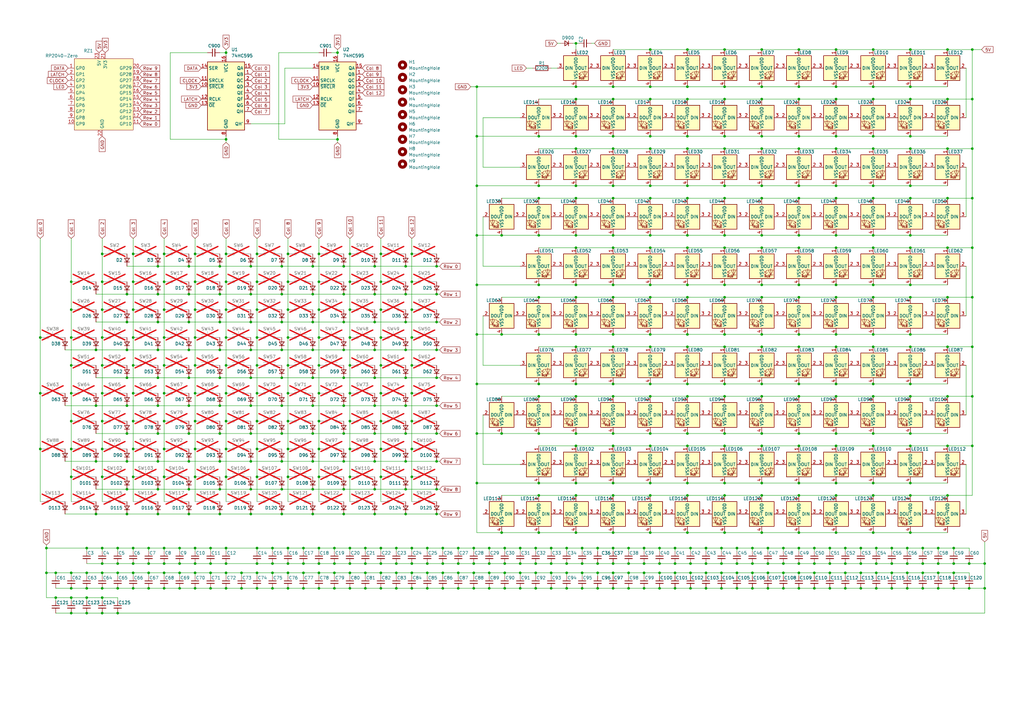
<source format=kicad_sch>
(kicad_sch (version 20250114) (generator "eeschema") (generator_version "9.0")
  (paper "A3")
  (junction (at 373.38 101.6))
  (junction (at 398.78 162.56))
  (junction (at 149.86 224.79))
  (junction (at 327.66 121.92))
  (junction (at 54.61 161.29))
  (junction (at 220.98 55.88))
  (junction (at 54.61 231.14))
  (junction (at 342.9 137.16))
  (junction (at 373.38 60.96))
  (junction (at 77.47 210.82))
  (junction (at 168.91 231.14))
  (junction (at 29.21 234.95))
  (junction (at 41.91 184.15))
  (junction (at 105.41 115.57))
  (junction (at 92.71 104.14))
  (junction (at 264.16 241.3))
  (junction (at 54.61 127))
  (junction (at 166.37 132.08))
  (junction (at 358.14 96.52))
  (junction (at 67.31 104.14))
  (junction (at 266.7 142.24))
  (junction (at 283.21 234.95))
  (junction (at 54.61 195.58))
  (junction (at 64.77 166.37))
  (junction (at 257.81 234.95))
  (junction (at 236.22 137.16))
  (junction (at 251.46 177.8))
  (junction (at 312.42 116.84))
  (junction (at 358.14 40.64))
  (junction (at 39.37 143.51))
  (junction (at 80.01 127))
  (junction (at 187.96 241.3))
  (junction (at 264.16 224.79))
  (junction (at 372.11 231.14))
  (junction (at 179.07 177.8))
  (junction (at 398.78 121.92))
  (junction (at 130.81 127))
  (junction (at 238.76 234.95))
  (junction (at 236.22 182.88))
  (junction (at 92.71 138.43))
  (junction (at 156.21 241.3))
  (junction (at 67.31 234.95))
  (junction (at 346.71 241.3))
  (junction (at 373.38 198.12))
  (junction (at 140.97 143.51))
  (junction (at 373.38 203.2))
  (junction (at 353.06 224.79))
  (junction (at 251.46 224.79))
  (junction (at 359.41 241.3))
  (junction (at 251.46 218.44))
  (junction (at 245.11 224.79))
  (junction (at 130.81 104.14))
  (junction (at 388.62 142.24))
  (junction (at 327.66 76.2))
  (junction (at 92.71 184.15))
  (junction (at 283.21 224.79))
  (junction (at 312.42 35.56))
  (junction (at 219.71 241.3))
  (junction (at 143.51 224.79))
  (junction (at 327.66 218.44))
  (junction (at 232.41 231.14))
  (junction (at 213.36 224.79))
  (junction (at 194.31 231.14))
  (junction (at 54.61 149.86))
  (junction (at 365.76 231.14))
  (junction (at 342.9 121.92))
  (junction (at 373.38 137.16))
  (junction (at 232.41 224.79))
  (junction (at 238.76 241.3))
  (junction (at 138.43 57.15))
  (junction (at 220.98 218.44))
  (junction (at 220.98 116.84))
  (junction (at 342.9 198.12))
  (junction (at 90.17 143.51))
  (junction (at 168.91 138.43))
  (junction (at 179.07 200.66))
  (junction (at 297.18 203.2))
  (junction (at 365.76 241.3))
  (junction (at 111.76 234.95))
  (junction (at 80.01 115.57))
  (junction (at 270.51 231.14))
  (junction (at 297.18 142.24))
  (junction (at 168.91 241.3))
  (junction (at 92.71 234.95))
  (junction (at 264.16 231.14))
  (junction (at 118.11 172.72))
  (junction (at 378.46 224.79))
  (junction (at 281.94 157.48))
  (junction (at 312.42 96.52))
  (junction (at 124.46 241.3))
  (junction (at 342.9 116.84))
  (junction (at 200.66 224.79))
  (junction (at 200.66 234.95))
  (junction (at 80.01 138.43))
  (junction (at 29.21 172.72))
  (junction (at 153.67 189.23))
  (junction (at 251.46 35.56))
  (junction (at 373.38 162.56))
  (junction (at 314.96 234.95))
  (junction (at 156.21 231.14))
  (junction (at 92.71 195.58))
  (junction (at 115.57 177.8))
  (junction (at 388.62 121.92))
  (junction (at 281.94 121.92))
  (junction (at 358.14 121.92))
  (junction (at 281.94 162.56))
  (junction (at 327.66 241.3))
  (junction (at 359.41 234.95))
  (junction (at 143.51 161.29))
  (junction (at 130.81 184.15))
  (junction (at 205.74 137.16))
  (junction (at 156.21 115.57))
  (junction (at 232.41 234.95))
  (junction (at 245.11 234.95))
  (junction (at 388.62 101.6))
  (junction (at 77.47 166.37))
  (junction (at 334.01 234.95))
  (junction (at 175.26 234.95))
  (junction (at 312.42 177.8))
  (junction (at 295.91 234.95))
  (junction (at 266.7 198.12))
  (junction (at 166.37 154.94))
  (junction (at 140.97 109.22))
  (junction (at 187.96 224.79))
  (junction (at 128.27 132.08))
  (junction (at 281.94 177.8))
  (junction (at 52.07 200.66))
  (junction (at 297.18 198.12))
  (junction (at 236.22 142.24))
  (junction (at 105.41 234.95))
  (junction (at 149.86 231.14))
  (junction (at 302.26 241.3))
  (junction (at 52.07 154.94))
  (junction (at 327.66 157.48))
  (junction (at 398.78 40.64))
  (junction (at 391.16 234.95))
  (junction (at 67.31 241.3))
  (junction (at 60.96 241.3))
  (junction (at 251.46 234.95))
  (junction (at 200.66 241.3))
  (junction (at 358.14 218.44))
  (junction (at 251.46 182.88))
  (junction (at 245.11 231.14))
  (junction (at 99.06 234.95))
  (junction (at 373.38 76.2))
  (junction (at 143.51 149.86))
  (junction (at 219.71 224.79))
  (junction (at 295.91 224.79))
  (junction (at 297.18 101.6))
  (junction (at 327.66 96.52))
  (junction (at 166.37 210.82))
  (junction (at 266.7 182.88))
  (junction (at 297.18 116.84))
  (junction (at 60.96 231.14))
  (junction (at 130.81 195.58))
  (junction (at 397.51 241.3))
  (junction (at 327.66 198.12))
  (junction (at 195.58 157.48))
  (junction (at 342.9 76.2))
  (junction (at 166.37 189.23))
  (junction (at 130.81 231.14))
  (junction (at 187.96 234.95))
  (junction (at 67.31 161.29))
  (junction (at 266.7 20.32))
  (junction (at 67.31 127))
  (junction (at 297.18 35.56))
  (junction (at 153.67 210.82))
  (junction (at 251.46 60.96))
  (junction (at 342.9 142.24))
  (junction (at 245.11 241.3))
  (junction (at 220.98 121.92))
  (junction (at 64.77 189.23))
  (junction (at 321.31 224.79))
  (junction (at 105.41 149.86))
  (junction (at 251.46 142.24))
  (junction (at 181.61 231.14))
  (junction (at 195.58 137.16))
  (junction (at 353.06 234.95))
  (junction (at 73.66 234.95))
  (junction (at 140.97 177.8))
  (junction (at 128.27 177.8))
  (junction (at 312.42 142.24))
  (junction (at 60.96 224.79))
  (junction (at 29.21 245.11))
  (junction (at 220.98 137.16))
  (junction (at 342.9 55.88))
  (junction (at 266.7 101.6))
  (junction (at 297.18 96.52))
  (junction (at 384.81 224.79))
  (junction (at 312.42 203.2))
  (junction (at 289.56 224.79))
  (junction (at 130.81 161.29))
  (junction (at 162.56 231.14))
  (junction (at 16.51 184.15))
  (junction (at 281.94 20.32))
  (junction (at 162.56 241.3))
  (junction (at 403.86 241.3))
  (junction (at 236.22 198.12))
  (junction (at 327.66 177.8))
  (junction (at 105.41 138.43))
  (junction (at 54.61 241.3))
  (junction (at 266.7 121.92))
  (junction (at 118.11 195.58))
  (junction (at 220.98 76.2))
  (junction (at 52.07 177.8))
  (junction (at 54.61 104.14))
  (junction (at 266.7 157.48))
  (junction (at 168.91 195.58))
  (junction (at 378.46 234.95))
  (junction (at 373.38 55.88))
  (junction (at 138.43 21.59))
  (junction (at 77.47 200.66))
  (junction (at 220.98 157.48))
  (junction (at 297.18 121.92))
  (junction (at 236.22 218.44))
  (junction (at 353.06 241.3))
  (junction (at 220.98 177.8))
  (junction (at 29.21 251.46))
  (junction (at 80.01 231.14))
  (junction (at 128.27 120.65))
  (junction (at 378.46 241.3))
  (junction (at 118.11 241.3))
  (junction (at 143.51 127))
  (junction (at 340.36 231.14))
  (junction (at 312.42 137.16))
  (junction (at 353.06 231.14))
  (junction (at 48.26 241.3))
  (junction (at 372.11 224.79))
  (junction (at 359.41 231.14))
  (junction (at 29.21 184.15))
  (junction (at 297.18 40.64))
  (junction (at 251.46 137.16))
  (junction (at 312.42 157.48))
  (junction (at 179.07 120.65))
  (junction (at 128.27 166.37))
  (junction (at 205.74 96.52))
  (junction (at 372.11 234.95))
  (junction (at 397.51 231.14))
  (junction (at 391.16 224.79))
  (junction (at 128.27 210.82))
  (junction (at 289.56 241.3))
  (junction (at 312.42 218.44))
  (junction (at 312.42 182.88))
  (junction (at 137.16 234.95))
  (junction (at 281.94 35.56))
  (junction (at 195.58 96.52))
  (junction (at 297.18 55.88))
  (junction (at 130.81 224.79))
  (junction (at 373.38 182.88))
  (junction (at 238.76 231.14))
  (junction (at 236.22 55.88))
  (junction (at 48.26 231.14))
  (junction (at 156.21 184.15))
  (junction (at 175.26 231.14))
  (junction (at 281.94 116.84))
  (junction (at 251.46 101.6))
  (junction (at 251.46 157.48))
  (junction (at 156.21 127))
  (junction (at 143.51 115.57))
  (junction (at 194.31 241.3))
  (junction (at 156.21 234.95))
  (junction (at 257.81 224.79))
  (junction (at 19.05 234.95))
  (junction (at 77.47 189.23))
  (junction (at 289.56 234.95))
  (junction (at 297.18 157.48))
  (junction (at 168.91 172.72))
  (junction (at 166.37 200.66))
  (junction (at 179.07 132.08))
  (junction (at 92.71 127))
  (junction (at 41.91 195.58))
  (junction (at 226.06 241.3))
  (junction (at 358.14 177.8))
  (junction (at 92.71 161.29))
  (junction (at 297.18 162.56))
  (junction (at 327.66 142.24))
  (junction (at 118.11 231.14))
  (junction (at 289.56 231.14))
  (junction (at 281.94 81.28))
  (junction (at 297.18 60.96))
  (junction (at 327.66 35.56))
  (junction (at 194.31 234.95))
  (junction (at 403.86 231.14))
  (junction (at 398.78 182.88))
  (junction (at 80.01 195.58))
  (junction (at 64.77 120.65))
  (junction (at 236.22 17.78))
  (junction (at 281.94 101.6))
  (junction (at 270.51 241.3))
  (junction (at 266.7 116.84))
  (junction (at 312.42 101.6))
  (junction (at 312.42 55.88))
  (junction (at 236.22 121.92))
  (junction (at 80.01 234.95))
  (junction (at 128.27 109.22))
  (junction (at 48.26 234.95))
  (junction (at 86.36 241.3))
  (junction (at 297.18 20.32))
  (junction (at 168.91 161.29))
  (junction (at 187.96 231.14))
  (junction (at 168.91 149.86))
  (junction (at 54.61 115.57))
  (junction (at 342.9 203.2))
  (junction (at 373.38 20.32))
  (junction (at 266.7 76.2))
  (junction (at 73.66 241.3))
  (junction (at 92.71 241.3))
  (junction (at 295.91 241.3))
  (junction (at 140.97 166.37))
  (junction (at 41.91 138.43))
  (junction (at 266.7 203.2))
  (junction (at 64.77 210.82))
  (junction (at 358.14 198.12))
  (junction (at 130.81 138.43))
  (junction (at 166.37 109.22))
  (junction (at 236.22 81.28))
  (junction (at 153.67 120.65))
  (junction (at 327.66 55.88))
  (junction (at 166.37 177.8))
  (junction (at 77.47 120.65))
  (junction (at 342.9 101.6))
  (junction (at 236.22 203.2))
  (junction (at 179.07 143.51))
  (junction (at 266.7 218.44))
  (junction (at 48.26 251.46))
  (junction (at 342.9 162.56))
  (junction (at 281.94 137.16))
  (junction (at 342.9 218.44))
  (junction (at 156.21 149.86))
  (junction (at 115.57 132.08))
  (junction (at 90.17 166.37))
  (junction (at 207.01 241.3))
  (junction (at 281.94 55.88))
  (junction (at 236.22 162.56))
  (junction (at 64.77 200.66))
  (junction (at 236.22 157.48))
  (junction (at 140.97 120.65))
  (junction (at 140.97 132.08))
  (junction (at 342.9 157.48))
  (junction (at 41.91 224.79))
  (junction (at 236.22 96.52))
  (junction (at 358.14 101.6))
  (junction (at 35.56 245.11))
  (junction (at 342.9 177.8))
  (junction (at 200.66 231.14))
  (junction (at 220.98 203.2))
  (junction (at 52.07 120.65))
  (junction (at 102.87 109.22))
  (junction (at 29.21 161.29))
  (junction (at 80.01 241.3))
  (junction (at 342.9 81.28))
  (junction (at 29.21 138.43))
  (junction (at 251.46 76.2))
  (junction (at 219.71 231.14))
  (junction (at 105.41 172.72))
  (junction (at 156.21 104.14))
  (junction (at 60.96 234.95))
  (junction (at 156.21 195.58))
  (junction (at 373.38 177.8))
  (junction (at 118.11 138.43))
  (junction (at 124.46 234.95))
  (junction (at 327.66 203.2))
  (junction (at 207.01 231.14))
  (junction (at 143.51 195.58))
  (junction (at 149.86 234.95))
  (junction (at 137.16 241.3))
  (junction (at 67.31 231.14))
  (junction (at 35.56 234.95))
  (junction (at 266.7 81.28))
  (junction (at 92.71 172.72))
  (junction (at 398.78 20.32))
  (junction (at 378.46 231.14))
  (junction (at 312.42 76.2))
  (junction (at 276.86 231.14))
  (junction (at 236.22 76.2))
  (junction (at 220.98 162.56))
  (junction (at 128.27 189.23))
  (junction (at 251.46 116.84))
  (junction (at 105.41 104.14))
  (junction (at 342.9 60.96))
  (junction (at 118.11 127))
  (junction (at 220.98 81.28))
  (junction (at 398.78 81.28))
  (junction (at 41.91 149.86))
  (junction (at 388.62 203.2))
  (junction (at 48.26 224.79))
  (junction (at 194.31 224.79))
  (junction (at 153.67 177.8))
  (junction (at 153.67 154.94))
  (junction (at 281.94 218.44))
  (junction (at 327.66 231.14))
  (junction (at 195.58 177.8))
  (junction (at 236.22 60.96))
  (junction (at 22.86 234.95))
  (junction (at 52.07 166.37))
  (junction (at 137.16 224.79))
  (junction (at 266.7 40.64))
  (junction (at 67.31 138.43))
  (junction (at 340.36 241.3))
  (junction (at 372.11 241.3))
  (junction (at 312.42 20.32))
  (junction (at 90.17 189.23))
  (junction (at 226.06 231.14))
  (junction (at 115.57 189.23))
  (junction (at 143.51 172.72))
  (junction (at 143.51 241.3))
  (junction (at 168.91 184.15))
  (junction (at 213.36 231.14))
  (junction (at 86.36 234.95))
  (junction (at 67.31 224.79))
  (junction (at 251.46 96.52))
  (junction (at 257.81 241.3))
  (junction (at 29.21 115.57))
  (junction (at 358.14 81.28))
  (junction (at 373.38 121.92))
  (junction (at 342.9 40.64))
  (junction (at 149.86 241.3))
  (junction (at 327.66 182.88))
  (junction (at 373.38 96.52))
  (junction (at 281.94 198.12))
  (junction (at 312.42 60.96))
  (junction (at 207.01 234.95))
  (junction (at 308.61 231.14))
  (junction (at 22.86 245.11))
  (junction (at 102.87 177.8))
  (junction (at 251.46 162.56))
  (junction (at 115.57 109.22))
  (junction (at 358.14 55.88))
  (junction (at 334.01 224.79))
  (junction (at 384.81 234.95))
  (junction (at 166.37 120.65))
  (junction (at 276.86 234.95))
  (junction (at 105.41 195.58))
  (junction (at 373.38 157.48))
  (junction (at 41.91 172.72))
  (junction (at 80.01 149.86))
  (junction (at 226.06 224.79))
  (junction (at 143.51 234.95))
  (junction (at 92.71 231.14))
  (junction (at 80.01 184.15))
  (junction (at 156.21 161.29))
  (junction (at 266.7 35.56))
  (junction (at 64.77 132.08))
  (junction (at 327.66 137.16))
  (junction (at 102.87 154.94))
  (junction (at 105.41 224.79))
  (junction (at 77.47 143.51))
  (junction (at 92.71 149.86))
  (junction (at 321.31 231.14))
  (junction (at 118.11 149.86))
  (junction (at 128.27 143.51))
  (junction (at 118.11 104.14))
  (junction (at 118.11 234.95))
  (junction (at 266.7 60.96))
  (junction (at 358.14 137.16))
  (junction (at 236.22 116.84))
  (junction (at 73.66 224.79))
  (junction (at 77.47 177.8))
  (junction (at 327.66 20.32))
  (junction (at 102.87 200.66))
  (junction (at 41.91 161.29))
  (junction (at 266.7 55.88))
  (junction (at 54.61 172.72))
  (junction (at 220.98 198.12))
  (junction (at 90.17 132.08))
  (junction (at 312.42 40.64))
  (junction (at 90.17 210.82))
  (junction (at 312.42 198.12))
  (junction (at 67.31 172.72))
  (junction (at 52.07 143.51))
  (junction (at 365.76 224.79))
  (junction (at 175.26 241.3))
  (junction (at 111.76 231.14))
  (junction (at 80.01 161.29))
  (junction (at 251.46 241.3))
  (junction (at 251.46 203.2))
  (junction (at 29.21 149.86))
  (junction (at 388.62 162.56))
  (junction (at 346.71 224.79))
  (junction (at 281.94 96.52))
  (junction (at 166.37 143.51))
  (junction (at 302.26 234.95))
  (junction (at 118.11 224.79))
  (junction (at 115.57 120.65))
  (junction (at 118.11 115.57))
  (junction (at 297.18 182.88))
  (junction (at 73.66 231.14))
  (junction (at 102.87 189.23))
  (junction (at 195.58 55.88))
  (junction (at 92.71 224.79))
  (junction (at 29.21 127))
  (junction (at 295.91 231.14))
  (junction (at 264.16 234.95))
  (junction (at 52.07 210.82))
  (junction (at 276.86 241.3))
  (junction (at 358.14 60.96))
  (junction (at 102.87 132.08))
  (junction (at 179.07 189.23))
  (junction (at 92.71 21.59))
  (junction (at 179.07 166.37))
  (junction (at 346.71 234.95))
  (junction (at 153.67 132.08))
  (junction (at 140.97 189.23))
  (junction (at 314.96 241.3))
  (junction (at 16.51 161.29))
  (junction (at 128.27 154.94))
  (junction (at 384.81 241.3))
  (junction (at 179.07 109.22))
  (junction (at 67.31 195.58))
  (junction (at 115.57 154.94))
  (junction (at 67.31 115.57))
  (junction (at 64.77 109.22))
  (junction (at 90.17 120.65))
  (junction (at 220.98 96.52))
  (junction (at 358.14 162.56))
  (junction (at 130.81 115.57))
  (junction (at 35.56 251.46))
  (junction (at 388.62 20.32))
  (junction (at 64.77 143.51))
  (junction (at 137.16 231.14))
  (junction (at 213.36 234.95))
  (junction (at 283.21 241.3))
  (junction (at 327.66 234.95))
  (junction (at 195.58 116.84))
  (junction (at 327.66 116.84))
  (junction (at 105.41 184.15))
  (junction (at 207.01 224.79))
  (junction (at 302.26 231.14))
  (junction (at 156.21 172.72))
  (junction (at 281.94 76.2))
  (junction (at 179.07 154.94))
  (junction (at 391.16 231.14))
  (junction (at 102.87 120.65))
  (junction (at 64.77 177.8))
  (junction (at 391.16 241.3))
  (junction (at 156.21 138.43))
  (junction (at 162.56 224.79))
  (junction (at 373.38 40.64))
  (junction (at 236.22 35.56))
  (junction (at 266.7 96.52))
  (junction (at 195.58 35.56))
  (junction (at 314.96 224.79))
  (junction (at 41.91 127))
  (junction (at 153.67 200.66))
  (junction (at 105.41 127))
  (junction (at 99.06 241.3))
  (junction (at 312.42 121.92))
  (junction (at 342.9 182.88))
  (junction (at 281.94 182.88))
  (junction (at 312.42 162.56))
  (junction (at 266.7 137.16))
  (junction (at 388.62 40.64))
  (junction (at 80.01 172.72))
  (junction (at 39.37 189.23))
  (junction (at 297.18 76.2))
  (junction (at 130.81 234.95))
  (junction (at 283.21 231.14))
  (junction (at 41.91 231.14))
  (junction (at 54.61 224.79))
  (junction (at 308.61 224.79))
  (junction (at 102.87 166.37))
  (junction (at 86.36 224.79))
  (junction (at 41.91 241.3))
  (junction (at 130.81 172.72))
  (junction (at 358.14 182.88))
  (junction (at 143.51 231.14))
  (junction (at 266.7 162.56))
  (junction (at 251.46 55.88))
  (junction (at 266.7 177.8))
  (junction (at 384.81 231.14))
  (junction (at 64.77 154.94))
  (junction (at 232.41 241.3))
  (junction (at 143.51 184.15))
  (junction (at 67.31 149.86))
  (junction (at 162.56 234.95))
  (junction (at 327.66 162.56))
  (junction (at 281.94 203.2))
  (junction (at 130.81 149.86))
  (junction (at 358.14 76.2))
  (junction (at 373.38 81.28))
  (junction (at 153.67 166.37))
  (junction (at 297.18 177.8))
  (junction (at 373.38 35.56))
  (junction (at 29.21 195.58))
  (junction (at 321.31 234.95))
  (junction (at 238.76 224.79))
  (junction (at 327.66 81.28))
  (junction (at 181.61 224.79))
  (junction (at 102.87 143.51))
  (junction (at 270.51 234.95))
  (junction (at 156.21 224.79))
  (junction (at 359.41 224.79))
  (junction (at 358.14 142.24))
  (junction (at 327.66 224.79))
  (junction (at 251.46 81.28))
  (junction (at 398.78 101.6))
  (junction (at 77.47 154.94))
  (junction (at 181.61 241.3))
  (junction (at 111.76 224.79))
  (junction (at 327.66 60.96))
  (junction (at 281.94 142.24))
  (junction (at 398.78 60.96))
  (junction (at 358.14 116.84))
  (junction (at 251.46 121.92))
  (junction (at 143.51 138.43))
  (junction (at 52.07 189.23))
  (junction (at 226.06 234.95))
  (junction (at 358.14 203.2))
  (junction (at 168.91 115.57))
  (junction (at 297.18 137.16))
  (junction (at 41.91 234.95))
  (junction (at 213.36 241.3))
  (junction (at 358.14 20.32))
  (junction (at 297.18 218.44))
  (junction (at 124.46 224.79))
  (junction (at 168.91 127))
  (junction (at 327.66 101.6))
  (junction (at 105.41 241.3))
  (junction (at 29.21 241.3))
  (junction (at 140.97 210.82))
  (junction (at 168.91 224.79))
  (junction (at 128.27 200.66))
  (junction (at 41.91 104.14))
  (junction (at 140.97 200.66))
  (junction (at 340.36 234.95))
  (junction (at 115.57 143.51))
  (junction (at 115.57 200.66))
  (junction (at 90.17 177.8))
  (junction (at 175.26 224.79))
  (junction (at 67.31 184.15))
  (junction (at 19.05 224.79))
  (junction (at 115.57 166.37))
  (junction (at 166.37 166.37))
  (junction (at 90.17 200.66))
  (junction (at 312.42 81.28))
  (junction (at 39.37 166.37))
  (junction (at 236.22 177.8))
  (junction (at 105.41 161.29))
  (junction (at 143.51 104.14))
  (junction (at 219.71 234.95))
  (junction (at 340.36 224.79))
  (junction (at 373.38 116.84))
  (junction (at 205.74 218.44))
  (junction (at 153.67 109.22))
  (junction (at 168.91 234.95))
  (junction (at 302.26 224.79))
  (junction (at 92.71 57.15))
  (junction (at 251.46 40.64))
  (junction (at 35.56 241.3))
  (junction (at 327.66 40.64))
  (junction (at 39.37 210.82))
  (junction (at 297.18 81.28))
  (junction (at 195.58 198.12))
  (junction (at 334.01 241.3))
  (junction (at 276.86 224.79))
  (junction (at 358.14 35.56))
  (junction (at 308.61 234.95))
  (junction (at 140.97 154.94))
  (junction (at 80.01 104.14))
  (junction (at 281.94 60.96))
  (junction (at 35.56 224.79))
  (junction (at 54.61 234.95))
  (junction (at 398.78 142.24))
  (junction (at 179.07 210.82))
  (junction (at 365.76 234.95))
  (junction (at 334.01 231.14))
  (junction (at 346.71 231.14))
  (junction (at 52.07 132.08))
  (junction (at 41.91 251.46))
  (junction (at 153.67 143.51))
  (junction (at 90.17 109.22))
  (junction (at 102.87 210.82))
  (junction (at 281.94 40.64))
  (junction (at 388.62 60.96))
  (junction (at 251.46 198.12))
  (junction (at 130.81 241.3))
  (junction (at 41.91 245.11))
  (junction (at 115.57 210.82))
  (junction (at 54.61 138.43))
  (junction (at 77.47 132.08))
  (junction (at 105.41 231.14))
  (junction (at 90.17 154.94))
  (junction (at 257.81 231.14))
  (junction (at 118.11 161.29))
  (junction (at 342.9 35.56))
  (junction (at 205.74 177.8))
  (junction (at 314.96 231.14))
  (junction (at 388.62 182.88))
  (junction (at 236.22 101.6))
  (junction (at 195.58 76.2))
  (junction (at 342.9 96.52))
  (junction (at 373.38 218.44))
  (junction (at 16.51 138.43))
  (junction (at 111.76 241.3))
  (junction (at 373.38 142.24))
  (junction (at 358.14 157.48))
  (junction (at 124.46 231.14))
  (junction (at 80.01 224.79))
  (junction (at 181.61 234.95))
  (junction (at 77.47 109.22))
  (junction (at 321.31 241.3))
  (junction (at 236.22 40.64))
  (junction (at 118.11 184.15))
  (junction (at 41.91 115.57))
  (junction (at 342.9 20.32))
  (junction (at 270.51 224.79))
  (junction (at 54.61 184.15))
  (junction (at 168.91 104.14))
  (junction (at 251.46 231.14))
  (junction (at 388.62 81.28))
  (junction (at 308.61 241.3))
  (junction (at 92.71 115.57))
  (junction (at 86.36 231.14))
  (wire (pts (xy 266.7 20.32) (xy 281.94 20.32)))
  (wire (pts (xy 327.66 198.12) (xy 342.9 198.12)))
  (wire (pts (xy 402.59 20.32) (xy 398.78 20.32)))
  (wire (pts (xy 90.17 132.08) (xy 102.87 132.08)))
  (wire (pts (xy 156.21 184.15) (xy 156.21 195.58)))
  (wire (pts (xy 321.31 234.95) (xy 327.66 234.95)))
  (wire (pts (xy 92.71 57.15) (xy 92.71 55.88)))
  (wire (pts (xy 115.57 200.66) (xy 128.27 200.66)))
  (wire (pts (xy 77.47 143.51) (xy 90.17 143.51)))
  (wire (pts (xy 205.74 137.16) (xy 220.98 137.16)))
  (wire (pts (xy 116.84 27.94) (xy 128.27 27.94)))
  (wire (pts (xy 226.06 224.79) (xy 226.06 226.06)))
  (wire (pts (xy 236.22 218.44) (xy 251.46 218.44)))
  (wire (pts (xy 236.22 116.84) (xy 251.46 116.84)))
  (wire (pts (xy 60.96 234.95) (xy 60.96 236.22)))
  (wire (pts (xy 295.91 224.79) (xy 302.26 224.79)))
  (wire (pts (xy 220.98 116.84) (xy 236.22 116.84)))
  (wire (pts (xy 166.37 154.94) (xy 179.07 154.94)))
  (wire (pts (xy 54.61 226.06) (xy 54.61 224.79)))
  (wire (pts (xy 378.46 234.95) (xy 378.46 236.22)))
  (wire (pts (xy 168.91 226.06) (xy 168.91 224.79)))
  (wire (pts (xy 90.17 210.82) (xy 102.87 210.82)))
  (wire (pts (xy 114.3 21.59) (xy 114.3 57.15)))
  (wire (pts (xy 181.61 234.95) (xy 187.96 234.95)))
  (wire (pts (xy 378.46 224.79) (xy 378.46 226.06)))
  (wire (pts (xy 115.57 143.51) (xy 128.27 143.51)))
  (wire (pts (xy 266.7 20.32) (xy 251.46 20.32)))
  (wire (pts (xy 327.66 231.14) (xy 334.01 231.14)))
  (wire (pts (xy 111.76 234.95) (xy 118.11 234.95)))
  (wire (pts (xy 175.26 234.95) (xy 175.26 236.22)))
  (wire (pts (xy 238.76 234.95) (xy 238.76 236.22)))
  (wire (pts (xy 358.14 137.16) (xy 373.38 137.16)))
  (wire (pts (xy 52.07 109.22) (xy 64.77 109.22)))
  (wire (pts (xy 238.76 241.3) (xy 245.11 241.3)))
  (wire (pts (xy 236.22 182.88) (xy 220.98 182.88)))
  (wire (pts (xy 77.47 109.22) (xy 90.17 109.22)))
  (wire (pts (xy 198.12 88.9) (xy 198.12 109.22)))
  (wire (pts (xy 281.94 81.28) (xy 297.18 81.28)))
  (wire (pts (xy 236.22 142.24) (xy 251.46 142.24)))
  (wire (pts (xy 334.01 224.79) (xy 340.36 224.79)))
  (wire (pts (xy 342.9 157.48) (xy 327.66 157.48)))
  (wire (pts (xy 92.71 226.06) (xy 92.71 224.79)))
  (wire (pts (xy 64.77 143.51) (xy 77.47 143.51)))
  (wire (pts (xy 365.76 224.79) (xy 372.11 224.79)))
  (wire (pts (xy 205.74 162.56) (xy 220.98 162.56)))
  (wire (pts (xy 149.86 234.95) (xy 149.86 236.22)))
  (wire (pts (xy 297.18 20.32) (xy 312.42 20.32)))
  (wire (pts (xy 168.91 161.29) (xy 168.91 172.72)))
  (wire (pts (xy 340.36 224.79) (xy 340.36 226.06)))
  (wire (pts (xy 64.77 166.37) (xy 77.47 166.37)))
  (wire (pts (xy 29.21 251.46) (xy 35.56 251.46)))
  (wire (pts (xy 102.87 166.37) (xy 115.57 166.37)))
  (wire (pts (xy 327.66 121.92) (xy 342.9 121.92)))
  (wire (pts (xy 342.9 81.28) (xy 358.14 81.28)))
  (wire (pts (xy 102.87 210.82) (xy 115.57 210.82)))
  (wire (pts (xy 41.91 115.57) (xy 41.91 127)))
  (wire (pts (xy 156.21 236.22) (xy 156.21 234.95)))
  (wire (pts (xy 73.66 224.79) (xy 80.01 224.79)))
  (wire (pts (xy 281.94 60.96) (xy 297.18 60.96)))
  (wire (pts (xy 384.81 226.06) (xy 384.81 224.79)))
  (wire (pts (xy 327.66 142.24) (xy 342.9 142.24)))
  (wire (pts (xy 168.91 97.79) (xy 168.91 104.14)))
  (wire (pts (xy 111.76 234.95) (xy 111.76 236.22)))
  (wire (pts (xy 219.71 236.22) (xy 219.71 234.95)))
  (wire (pts (xy 276.86 224.79) (xy 283.21 224.79)))
  (wire (pts (xy 314.96 234.95) (xy 321.31 234.95)))
  (wire (pts (xy 312.42 101.6) (xy 327.66 101.6)))
  (wire (pts (xy 220.98 60.96) (xy 236.22 60.96)))
  (wire (pts (xy 397.51 226.06) (xy 397.51 224.79)))
  (wire (pts (xy 19.05 223.52) (xy 19.05 224.79)))
  (wire (pts (xy 166.37 109.22) (xy 179.07 109.22)))
  (wire (pts (xy 398.78 182.88) (xy 398.78 162.56)))
  (wire (pts (xy 388.62 182.88) (xy 398.78 182.88)))
  (wire (pts (xy 195.58 116.84) (xy 195.58 96.52)))
  (wire (pts (xy 90.17 143.51) (xy 102.87 143.51)))
  (wire (pts (xy 48.26 241.3) (xy 54.61 241.3)))
  (wire (pts (xy 373.38 40.64) (xy 388.62 40.64)))
  (wire (pts (xy 195.58 198.12) (xy 195.58 177.8)))
  (wire (pts (xy 266.7 60.96) (xy 281.94 60.96)))
  (wire (pts (xy 266.7 218.44) (xy 281.94 218.44)))
  (wire (pts (xy 67.31 115.57) (xy 67.31 127)))
  (wire (pts (xy 219.71 224.79) (xy 226.06 224.79)))
  (wire (pts (xy 238.76 231.14) (xy 245.11 231.14)))
  (wire (pts (xy 358.14 76.2) (xy 373.38 76.2)))
  (wire (pts (xy 29.21 97.79) (xy 29.21 115.57)))
  (wire (pts (xy 143.51 234.95) (xy 149.86 234.95)))
  (wire (pts (xy 92.71 104.14) (xy 92.71 115.57)))
  (wire (pts (xy 388.62 20.32) (xy 398.78 20.32)))
  (wire (pts (xy 295.91 226.06) (xy 295.91 224.79)))
  (wire (pts (xy 312.42 60.96) (xy 327.66 60.96)))
  (wire (pts (xy 67.31 241.3) (xy 73.66 241.3)))
  (wire (pts (xy 29.21 245.11) (xy 35.56 245.11)))
  (wire (pts (xy 39.37 143.51) (xy 52.07 143.51)))
  (wire (pts (xy 22.86 245.11) (xy 22.86 246.38)))
  (wire (pts (xy 270.51 231.14) (xy 276.86 231.14)))
  (wire (pts (xy 297.18 198.12) (xy 281.94 198.12)))
  (wire (pts (xy 41.91 234.95) (xy 48.26 234.95)))
  (wire (pts (xy 321.31 241.3) (xy 327.66 241.3)))
  (wire (pts (xy 166.37 120.65) (xy 179.07 120.65)))
  (wire (pts (xy 327.66 177.8) (xy 342.9 177.8)))
  (wire (pts (xy 92.71 195.58) (xy 92.71 205.74)))
  (wire (pts (xy 73.66 234.95) (xy 80.01 234.95)))
  (wire (pts (xy 118.11 184.15) (xy 118.11 195.58)))
  (wire (pts (xy 16.51 161.29) (xy 16.51 184.15)))
  (wire (pts (xy 358.14 60.96) (xy 373.38 60.96)))
  (wire (pts (xy 54.61 231.14) (xy 60.96 231.14)))
  (wire (pts (xy 297.18 55.88) (xy 281.94 55.88)))
  (wire (pts (xy 156.21 161.29) (xy 156.21 172.72)))
  (wire (pts (xy 257.81 226.06) (xy 257.81 224.79)))
  (wire (pts (xy 234.95 17.78) (xy 236.22 17.78)))
  (wire (pts (xy 213.36 241.3) (xy 219.71 241.3)))
  (wire (pts (xy 179.07 200.66) (xy 180.34 200.66)))
  (wire (pts (xy 35.56 251.46) (xy 41.91 251.46)))
  (wire (pts (xy 398.78 142.24) (xy 398.78 121.92)))
  (wire (pts (xy 297.18 40.64) (xy 312.42 40.64)))
  (wire (pts (xy 64.77 177.8) (xy 77.47 177.8)))
  (wire (pts (xy 283.21 224.79) (xy 289.56 224.79)))
  (wire (pts (xy 373.38 142.24) (xy 388.62 142.24)))
  (wire (pts (xy 73.66 241.3) (xy 80.01 241.3)))
  (wire (pts (xy 384.81 236.22) (xy 384.81 234.95)))
  (wire (pts (xy 232.41 224.79) (xy 238.76 224.79)))
  (wire (pts (xy 90.17 120.65) (xy 102.87 120.65)))
  (wire (pts (xy 166.37 210.82) (xy 179.07 210.82)))
  (wire (pts (xy 342.9 137.16) (xy 358.14 137.16)))
  (wire (pts (xy 327.66 224.79) (xy 334.01 224.79)))
  (wire (pts (xy 219.71 226.06) (xy 219.71 224.79)))
  (wire (pts (xy 312.42 76.2) (xy 297.18 76.2)))
  (wire (pts (xy 138.43 58.42) (xy 138.43 57.15)))
  (wire (pts (xy 195.58 218.44) (xy 195.58 198.12)))
  (wire (pts (xy 358.14 218.44) (xy 373.38 218.44)))
  (wire (pts (xy 143.51 104.14) (xy 143.51 115.57)))
  (wire (pts (xy 130.81 149.86) (xy 130.81 161.29)))
  (wire (pts (xy 195.58 96.52) (xy 205.74 96.52)))
  (wire (pts (xy 16.51 138.43) (xy 16.51 161.29)))
  (wire (pts (xy 90.17 189.23) (xy 102.87 189.23)))
  (wire (pts (xy 373.38 20.32) (xy 358.14 20.32)))
  (wire (pts (xy 281.94 177.8) (xy 297.18 177.8)))
  (wire (pts (xy 130.81 195.58) (xy 130.81 205.74)))
  (wire (pts (xy 128.27 210.82) (xy 140.97 210.82)))
  (wire (pts (xy 187.96 231.14) (xy 194.31 231.14)))
  (wire (pts (xy 257.81 231.14) (xy 264.16 231.14)))
  (wire (pts (xy 232.41 241.3) (xy 238.76 241.3)))
  (wire (pts (xy 168.91 149.86) (xy 168.91 161.29)))
  (wire (pts (xy 115.57 132.08) (xy 128.27 132.08)))
  (wire (pts (xy 251.46 121.92) (xy 266.7 121.92)))
  (wire (pts (xy 137.16 224.79) (xy 143.51 224.79)))
  (wire (pts (xy 373.38 35.56) (xy 388.62 35.56)))
  (wire (pts (xy 166.37 132.08) (xy 179.07 132.08)))
  (wire (pts (xy 39.37 154.94) (xy 52.07 154.94)))
  (wire (pts (xy 245.11 236.22) (xy 245.11 234.95)))
  (wire (pts (xy 327.66 116.84) (xy 342.9 116.84)))
  (wire (pts (xy 60.96 224.79) (xy 67.31 224.79)))
  (wire (pts (xy 130.81 127) (xy 130.81 138.43)))
  (wire (pts (xy 251.46 40.64) (xy 266.7 40.64)))
  (wire (pts (xy 124.46 234.95) (xy 130.81 234.95)))
  (wire (pts (xy 195.58 177.8) (xy 205.74 177.8)))
  (wire (pts (xy 143.51 149.86) (xy 143.51 161.29)))
  (wire (pts (xy 207.01 224.79) (xy 213.36 224.79)))
  (wire (pts (xy 353.06 241.3) (xy 359.41 241.3)))
  (wire (pts (xy 321.31 226.06) (xy 321.31 224.79)))
  (wire (pts (xy 64.77 109.22) (xy 77.47 109.22)))
  (wire (pts (xy 308.61 236.22) (xy 308.61 234.95)))
  (wire (pts (xy 105.41 104.14) (xy 105.41 115.57)))
  (wire (pts (xy 128.27 200.66) (xy 140.97 200.66)))
  (wire (pts (xy 73.66 234.95) (xy 73.66 236.22)))
  (wire (pts (xy 312.42 116.84) (xy 297.18 116.84)))
  (wire (pts (xy 245.11 231.14) (xy 251.46 231.14)))
  (wire (pts (xy 195.58 55.88) (xy 220.98 55.88)))
  (wire (pts (xy 162.56 231.14) (xy 168.91 231.14)))
  (wire (pts (xy 373.38 60.96) (xy 388.62 60.96)))
  (wire (pts (xy 266.7 96.52) (xy 281.94 96.52)))
  (wire (pts (xy 67.31 127) (xy 67.31 138.43)))
  (wire (pts (xy 143.51 241.3) (xy 149.86 241.3)))
  (wire (pts (xy 19.05 234.95) (xy 22.86 234.95)))
  (wire (pts (xy 143.51 115.57) (xy 143.51 127)))
  (wire (pts (xy 276.86 234.95) (xy 283.21 234.95)))
  (wire (pts (xy 102.87 177.8) (xy 115.57 177.8)))
  (wire (pts (xy 257.81 234.95) (xy 264.16 234.95)))
  (wire (pts (xy 128.27 109.22) (xy 140.97 109.22)))
  (wire (pts (xy 143.51 127) (xy 143.51 138.43)))
  (wire (pts (xy 266.7 203.2) (xy 281.94 203.2)))
  (wire (pts (xy 41.91 172.72) (xy 41.91 184.15)))
  (wire (pts (xy 245.11 224.79) (xy 251.46 224.79)))
  (wire (pts (xy 179.07 166.37) (xy 180.34 166.37)))
  (wire (pts (xy 92.71 172.72) (xy 92.71 184.15)))
  (wire (pts (xy 39.37 132.08) (xy 52.07 132.08)))
  (wire (pts (xy 41.91 184.15) (xy 41.91 195.58)))
  (wire (pts (xy 102.87 189.23) (xy 115.57 189.23)))
  (wire (pts (xy 353.06 234.95) (xy 359.41 234.95)))
  (wire (pts (xy 205.74 96.52) (xy 220.98 96.52)))
  (wire (pts (xy 251.46 60.96) (xy 266.7 60.96)))
  (wire (pts (xy 118.11 234.95) (xy 124.46 234.95)))
  (wire (pts (xy 200.66 234.95) (xy 200.66 236.22)))
  (wire (pts (xy 342.9 76.2) (xy 327.66 76.2)))
  (wire (pts (xy 118.11 172.72) (xy 118.11 184.15)))
  (wire (pts (xy 205.74 177.8) (xy 220.98 177.8)))
  (wire (pts (xy 48.26 231.14) (xy 54.61 231.14)))
  (wire (pts (xy 213.36 224.79) (xy 219.71 224.79)))
  (wire (pts (xy 90.17 177.8) (xy 102.87 177.8)))
  (wire (pts (xy 67.31 226.06) (xy 67.31 224.79)))
  (wire (pts (xy 149.86 241.3) (xy 156.21 241.3)))
  (wire (pts (xy 372.11 236.22) (xy 372.11 234.95)))
  (wire (pts (xy 283.21 241.3) (xy 289.56 241.3)))
  (wire (pts (xy 168.91 231.14) (xy 175.26 231.14)))
  (wire (pts (xy 156.21 231.14) (xy 162.56 231.14)))
  (wire (pts (xy 143.51 226.06) (xy 143.51 224.79)))
  (wire (pts (xy 346.71 224.79) (xy 353.06 224.79)))
  (wire (pts (xy 403.86 231.14) (xy 403.86 241.3)))
  (wire (pts (xy 128.27 143.51) (xy 140.97 143.51)))
  (wire (pts (xy 60.96 224.79) (xy 60.96 226.06)))
  (wire (pts (xy 353.06 224.79) (xy 359.41 224.79)))
  (wire (pts (xy 77.47 120.65) (xy 90.17 120.65)))
  (wire (pts (xy 373.38 137.16) (xy 388.62 137.16)))
  (wire (pts (xy 391.16 241.3) (xy 397.51 241.3)))
  (wire (pts (xy 232.41 234.95) (xy 238.76 234.95)))
  (wire (pts (xy 219.71 241.3) (xy 226.06 241.3)))
  (wire (pts (xy 60.96 234.95) (xy 67.31 234.95)))
  (wire (pts (xy 130.81 226.06) (xy 130.81 224.79)))
  (wire (pts (xy 264.16 241.3) (xy 270.51 241.3)))
  (wire (pts (xy 105.41 224.79) (xy 111.76 224.79)))
  (wire (pts (xy 92.71 224.79) (xy 105.41 224.79)))
  (wire (pts (xy 60.96 241.3) (xy 67.31 241.3)))
  (wire (pts (xy 179.07 109.22) (xy 180.34 109.22)))
  (wire (pts (xy 334.01 236.22) (xy 334.01 234.95)))
  (wire (pts (xy 130.81 115.57) (xy 130.81 127)))
  (wire (pts (xy 92.71 20.32) (xy 92.71 21.59)))
  (wire (pts (xy 213.36 234.95) (xy 219.71 234.95)))
  (wire (pts (xy 388.62 81.28) (xy 398.78 81.28)))
  (wire (pts (xy 289.56 231.14) (xy 295.91 231.14)))
  (wire (pts (xy 358.14 81.28) (xy 373.38 81.28)))
  (wire (pts (xy 373.38 76.2) (xy 388.62 76.2)))
  (wire (pts (xy 140.97 166.37) (xy 153.67 166.37)))
  (wire (pts (xy 220.98 218.44) (xy 236.22 218.44)))
  (wire (pts (xy 266.7 121.92) (xy 281.94 121.92)))
  (wire (pts (xy 41.91 195.58) (xy 41.91 205.74)))
  (wire (pts (xy 130.81 241.3) (xy 137.16 241.3)))
  (wire (pts (xy 266.7 198.12) (xy 281.94 198.12)))
  (wire (pts (xy 118.11 231.14) (xy 124.46 231.14)))
  (wire (pts (xy 270.51 236.22) (xy 270.51 234.95)))
  (wire (pts (xy 54.61 115.57) (xy 54.61 127)))
  (wire (pts (xy 143.51 161.29) (xy 143.51 172.72)))
  (wire (pts (xy 398.78 20.32) (xy 398.78 40.64)))
  (wire (pts (xy 242.57 17.78) (xy 243.84 17.78)))
  (wire (pts (xy 266.7 182.88) (xy 281.94 182.88)))
  (wire (pts (xy 342.9 203.2) (xy 358.14 203.2)))
  (wire (pts (xy 153.67 189.23) (xy 166.37 189.23)))
  (wire (pts (xy 220.98 137.16) (xy 236.22 137.16)))
  (wire (pts (xy 52.07 189.23) (xy 64.77 189.23)))
  (wire (pts (xy 378.46 234.95) (xy 384.81 234.95)))
  (wire (pts (xy 281.94 142.24) (xy 297.18 142.24)))
  (wire (pts (xy 67.31 236.22) (xy 67.31 234.95)))
  (wire (pts (xy 327.66 20.32) (xy 342.9 20.32)))
  (wire (pts (xy 140.97 210.82) (xy 153.67 210.82)))
  (wire (pts (xy 80.01 149.86) (xy 80.01 161.29)))
  (wire (pts (xy 64.77 189.23) (xy 77.47 189.23)))
  (wire (pts (xy 54.61 236.22) (xy 54.61 234.95)))
  (wire (pts (xy 105.41 234.95) (xy 111.76 234.95)))
  (wire (pts (xy 358.14 203.2) (xy 373.38 203.2)))
  (wire (pts (xy 39.37 200.66) (xy 52.07 200.66)))
  (wire (pts (xy 35.56 241.3) (xy 41.91 241.3)))
  (wire (pts (xy 168.91 115.57) (xy 168.91 127)))
  (wire (pts (xy 266.7 162.56) (xy 281.94 162.56)))
  (wire (pts (xy 213.36 224.79) (xy 213.36 226.06)))
  (wire (pts (xy 281.94 157.48) (xy 266.7 157.48)))
  (wire (pts (xy 26.67 189.23) (xy 39.37 189.23)))
  (wire (pts (xy 327.66 60.96) (xy 342.9 60.96)))
  (wire (pts (xy 90.17 166.37) (xy 102.87 166.37)))
  (wire (pts (xy 41.91 97.79) (xy 41.91 104.14)))
  (wire (pts (xy 220.98 96.52) (xy 236.22 96.52)))
  (wire (pts (xy 80.01 184.15) (xy 80.01 195.58)))
  (wire (pts (xy 281.94 218.44) (xy 297.18 218.44)))
  (wire (pts (xy 140.97 200.66) (xy 153.67 200.66)))
  (wire (pts (xy 52.07 200.66) (xy 64.77 200.66)))
  (wire (pts (xy 156.21 127) (xy 156.21 138.43)))
  (wire (pts (xy 140.97 120.65) (xy 153.67 120.65)))
  (wire (pts (xy 334.01 226.06) (xy 334.01 224.79)))
  (wire (pts (xy 187.96 241.3) (xy 194.31 241.3)))
  (wire (pts (xy 195.58 177.8) (xy 195.58 157.48)))
  (wire (pts (xy 283.21 236.22) (xy 283.21 234.95)))
  (wire (pts (xy 153.67 132.08) (xy 166.37 132.08)))
  (wire (pts (xy 102.87 154.94) (xy 115.57 154.94)))
  (wire (pts (xy 67.31 224.79) (xy 73.66 224.79)))
  (wire (pts (xy 312.42 198.12) (xy 297.18 198.12)))
  (wire (pts (xy 92.71 236.22) (xy 92.71 234.95)))
  (wire (pts (xy 238.76 234.95) (xy 245.11 234.95)))
  (wire (pts (xy 232.41 236.22) (xy 232.41 234.95)))
  (wire (pts (xy 388.62 40.64) (xy 398.78 40.64)))
  (wire (pts (xy 80.01 241.3) (xy 86.36 241.3)))
  (wire (pts (xy 35.56 234.95) (xy 41.91 234.95)))
  (wire (pts (xy 327.66 182.88) (xy 312.42 182.88)))
  (wire (pts (xy 396.24 149.86) (xy 396.24 170.18)))
  (wire (pts (xy 281.94 101.6) (xy 297.18 101.6)))
  (wire (pts (xy 35.56 245.11) (xy 35.56 246.38)))
  (wire (pts (xy 115.57 120.65) (xy 128.27 120.65)))
  (wire (pts (xy 297.18 81.28) (xy 312.42 81.28)))
  (wire (pts (xy 251.46 116.84) (xy 266.7 116.84)))
  (wire (pts (xy 358.14 162.56) (xy 373.38 162.56)))
  (wire (pts (xy 281.94 40.64) (xy 297.18 40.64)))
  (wire (pts (xy 220.98 203.2) (xy 236.22 203.2)))
  (wire (pts (xy 143.51 138.43) (xy 143.51 149.86)))
  (wire (pts (xy 372.11 224.79) (xy 378.46 224.79)))
  (wire (pts (xy 52.07 143.51) (xy 64.77 143.51)))
  (wire (pts (xy 29.21 161.29) (xy 29.21 172.72)))
  (wire (pts (xy 297.18 177.8) (xy 312.42 177.8)))
  (wire (pts (xy 403.86 241.3) (xy 403.86 251.46)))
  (wire (pts (xy 80.01 224.79) (xy 86.36 224.79)))
  (wire (pts (xy 118.11 224.79) (xy 124.46 224.79)))
  (wire (pts (xy 297.18 35.56) (xy 312.42 35.56)))
  (wire (pts (xy 346.71 231.14) (xy 353.06 231.14)))
  (wire (pts (xy 187.96 224.79) (xy 194.31 224.79)))
  (wire (pts (xy 90.17 21.59) (xy 92.71 21.59)))
  (wire (pts (xy 187.96 234.95) (xy 187.96 236.22)))
  (wire (pts (xy 276.86 224.79) (xy 276.86 226.06)))
  (wire (pts (xy 270.51 234.95) (xy 276.86 234.95)))
  (wire (pts (xy 266.7 137.16) (xy 251.46 137.16)))
  (wire (pts (xy 359.41 226.06) (xy 359.41 224.79)))
  (wire (pts (xy 118.11 236.22) (xy 118.11 234.95)))
  (wire (pts (xy 194.31 241.3) (xy 200.66 241.3)))
  (wire (pts (xy 302.26 224.79) (xy 308.61 224.79)))
  (wire (pts (xy 228.6 17.78) (xy 229.87 17.78)))
  (wire (pts (xy 281.94 162.56) (xy 297.18 162.56)))
  (wire (pts (xy 220.98 162.56) (xy 236.22 162.56)))
  (wire (pts (xy 92.71 57.15) (xy 69.85 57.15)))
  (wire (pts (xy 92.71 184.15) (xy 92.71 195.58)))
  (wire (pts (xy 373.38 116.84) (xy 388.62 116.84)))
  (wire (pts (xy 156.21 172.72) (xy 156.21 184.15)))
  (wire (pts (xy 281.94 137.16) (xy 297.18 137.16)))
  (wire (pts (xy 340.36 224.79) (xy 346.71 224.79)))
  (wire (pts (xy 236.22 162.56) (xy 251.46 162.56)))
  (wire (pts (xy 207.01 226.06) (xy 207.01 224.79)))
  (wire (pts (xy 105.41 226.06) (xy 105.41 224.79)))
  (wire (pts (xy 346.71 226.06) (xy 346.71 224.79)))
  (wire (pts (xy 236.22 40.64) (xy 251.46 40.64)))
  (wire (pts (xy 115.57 166.37) (xy 128.27 166.37)))
  (wire (pts (xy 334.01 241.3) (xy 340.36 241.3)))
  (wire (pts (xy 86.36 234.95) (xy 92.71 234.95)))
  (wire (pts (xy 156.21 195.58) (xy 156.21 205.74)))
  (wire (pts (xy 302.26 234.95) (xy 302.26 236.22)))
  (wire (pts (xy 312.42 121.92) (xy 327.66 121.92)))
  (wire (pts (xy 346.71 234.95) (xy 353.06 234.95)))
  (wire (pts (xy 289.56 224.79) (xy 295.91 224.79)))
  (wire (pts (xy 342.9 177.8) (xy 358.14 177.8)))
  (wire (pts (xy 365.76 234.95) (xy 372.11 234.95)))
  (wire (pts (xy 128.27 132.08) (xy 140.97 132.08)))
  (wire (pts (xy 80.01 236.22) (xy 80.01 234.95)))
  (wire (pts (xy 226.06 234.95) (xy 232.41 234.95)))
  (wire (pts (xy 321.31 231.14) (xy 327.66 231.14)))
  (wire (pts (xy 327.66 203.2) (xy 342.9 203.2)))
  (wire (pts (xy 102.87 109.22) (xy 115.57 109.22)))
  (wire (pts (xy 266.7 142.24) (xy 281.94 142.24)))
  (wire (pts (xy 92.71 161.29) (xy 92.71 172.72)))
  (wire (pts (xy 220.98 157.48) (xy 236.22 157.48)))
  (wire (pts (xy 312.42 218.44) (xy 297.18 218.44)))
  (wire (pts (xy 373.38 121.92) (xy 388.62 121.92)))
  (wire (pts (xy 270.51 226.06) (xy 270.51 224.79)))
  (wire (pts (xy 80.01 226.06) (xy 80.01 224.79)))
  (wire (pts (xy 373.38 218.44) (xy 388.62 218.44)))
  (wire (pts (xy 372.11 226.06) (xy 372.11 224.79)))
  (wire (pts (xy 251.46 241.3) (xy 257.81 241.3)))
  (wire (pts (xy 327.66 218.44) (xy 342.9 218.44)))
  (wire (pts (xy 283.21 231.14) (xy 289.56 231.14)))
  (wire (pts (xy 137.16 234.95) (xy 143.51 234.95)))
  (wire (pts (xy 105.41 138.43) (xy 105.41 149.86)))
  (wire (pts (xy 22.86 241.3) (xy 29.21 241.3)))
  (wire (pts (xy 179.07 143.51) (xy 180.34 143.51)))
  (wire (pts (xy 168.91 195.58) (xy 168.91 205.74)))
  (wire (pts (xy 105.41 184.15) (xy 105.41 195.58)))
  (wire (pts (xy 153.67 177.8) (xy 166.37 177.8)))
  (wire (pts (xy 251.46 234.95) (xy 251.46 236.22)))
  (wire (pts (xy 391.16 234.95) (xy 391.16 236.22)))
  (wire (pts (xy 92.71 21.59) (xy 92.71 22.86)))
  (wire (pts (xy 205.74 121.92) (xy 220.98 121.92)))
  (wire (pts (xy 130.81 184.15) (xy 130.81 195.58)))
  (wire (pts (xy 270.51 224.79) (xy 276.86 224.79)))
  (wire (pts (xy 340.36 234.95) (xy 346.71 234.95)))
  (wire (pts (xy 166.37 143.51) (xy 179.07 143.51)))
  (wire (pts (xy 270.51 241.3) (xy 276.86 241.3)))
  (wire (pts (xy 41.91 245.11) (xy 48.26 245.11)))
  (wire (pts (xy 156.21 224.79) (xy 162.56 224.79)))
  (wire (pts (xy 80.01 104.14) (xy 80.01 115.57)))
  (wire (pts (xy 29.21 234.95) (xy 35.56 234.95)))
  (wire (pts (xy 194.31 226.06) (xy 194.31 224.79)))
  (wire (pts (xy 41.91 127) (xy 41.91 138.43)))
  (wire (pts (xy 156.21 234.95) (xy 162.56 234.95)))
  (wire (pts (xy 205.74 218.44) (xy 220.98 218.44)))
  (wire (pts (xy 130.81 97.79) (xy 130.81 104.14)))
  (wire (pts (xy 327.66 96.52) (xy 342.9 96.52)))
  (wire (pts (xy 179.07 154.94) (xy 180.34 154.94)))
  (wire (pts (xy 138.43 21.59) (xy 138.43 22.86)))
  (wire (pts (xy 115.57 109.22) (xy 128.27 109.22)))
  (wire (pts (xy 195.58 55.88) (xy 195.58 76.2)))
  (wire (pts (xy 29.21 236.22) (xy 29.21 234.95)))
  (wire (pts (xy 195.58 76.2) (xy 220.98 76.2)))
  (wire (pts (xy 266.7 76.2) (xy 251.46 76.2)))
  (wire (pts (xy 378.46 231.14) (xy 384.81 231.14)))
  (wire (pts (xy 372.11 241.3) (xy 378.46 241.3)))
  (wire (pts (xy 124.46 231.14) (xy 130.81 231.14)))
  (wire (pts (xy 384.81 241.3) (xy 391.16 241.3)))
  (wire (pts (xy 281.94 121.92) (xy 297.18 121.92)))
  (wire (pts (xy 143.51 195.58) (xy 143.51 205.74)))
  (wire (pts (xy 77.47 210.82) (xy 90.17 210.82)))
  (wire (pts (xy 114.3 21.59) (xy 130.81 21.59)))
  (wire (pts (xy 80.01 195.58) (xy 80.01 205.74)))
  (wire (pts (xy 124.46 224.79) (xy 130.81 224.79)))
  (wire (pts (xy 29.21 241.3) (xy 35.56 241.3)))
  (wire (pts (xy 135.89 21.59) (xy 138.43 21.59)))
  (wire (pts (xy 48.26 234.95) (xy 48.26 236.22)))
  (wire (pts (xy 359.41 224.79) (xy 365.76 224.79)))
  (wire (pts (xy 236.22 198.12) (xy 251.46 198.12)))
  (wire (pts (xy 195.58 137.16) (xy 195.58 116.84)))
  (wire (pts (xy 388.62 101.6) (xy 398.78 101.6)))
  (wire (pts (xy 236.22 203.2) (xy 251.46 203.2)))
  (wire (pts (xy 251.46 81.28) (xy 266.7 81.28)))
  (wire (pts (xy 251.46 101.6) (xy 266.7 101.6)))
  (wire (pts (xy 342.9 116.84) (xy 358.14 116.84)))
  (wire (pts (xy 19.05 234.95) (xy 19.05 245.11)))
  (wire (pts (xy 118.11 104.14) (xy 118.11 115.57)))
  (wire (pts (xy 198.12 68.58) (xy 213.36 68.58)))
  (wire (pts (xy 373.38 177.8) (xy 388.62 177.8)))
  (wire (pts (xy 29.21 149.86) (xy 29.21 161.29)))
  (wire (pts (xy 358.14 182.88) (xy 373.38 182.88)))
  (wire (pts (xy 327.66 137.16) (xy 342.9 137.16)))
  (wire (pts (xy 342.9 96.52) (xy 358.14 96.52)))
  (wire (pts (xy 353.06 231.14) (xy 359.41 231.14)))
  (wire (pts (xy 48.26 234.95) (xy 54.61 234.95)))
  (wire (pts (xy 226.06 231.14) (xy 232.41 231.14)))
  (wire (pts (xy 35.56 234.95) (xy 35.56 236.22)))
  (wire (pts (xy 175.26 241.3) (xy 181.61 241.3)))
  (wire (pts (xy 67.31 138.43) (xy 67.31 149.86)))
  (wire (pts (xy 276.86 234.95) (xy 276.86 236.22)))
  (wire (pts (xy 312.42 162.56) (xy 327.66 162.56)))
  (wire (pts (xy 327.66 76.2) (xy 312.42 76.2)))
  (wire (pts (xy 195.58 218.44) (xy 205.74 218.44)))
  (wire (pts (xy 236.22 76.2) (xy 220.98 76.2)))
  (wire (pts (xy 187.96 234.95) (xy 194.31 234.95)))
  (wire (pts (xy 297.18 182.88) (xy 312.42 182.88)))
  (wire (pts (xy 220.98 81.28) (xy 236.22 81.28)))
  (wire (pts (xy 378.46 224.79) (xy 384.81 224.79)))
  (wire (pts (xy 251.46 35.56) (xy 266.7 35.56)))
  (wire (pts (xy 327.66 234.95) (xy 327.66 236.22)))
  (wire (pts (xy 283.21 234.95) (xy 289.56 234.95)))
  (wire (pts (xy 67.31 231.14) (xy 73.66 231.14)))
  (wire (pts (xy 128.27 177.8) (xy 140.97 177.8)))
  (wire (pts (xy 102.87 143.51) (xy 115.57 143.51)))
  (wire (pts (xy 200.66 231.14) (xy 207.01 231.14)))
  (wire (pts (xy 266.7 101.6) (xy 281.94 101.6)))
  (wire (pts (xy 358.14 142.24) (xy 373.38 142.24)))
  (wire (pts (xy 232.41 226.06) (xy 232.41 224.79)))
  (wire (pts (xy 359.41 231.14) (xy 365.76 231.14)))
  (wire (pts (xy 359.41 241.3) (xy 365.76 241.3)))
  (wire (pts (xy 220.98 142.24) (xy 236.22 142.24)))
  (wire (pts (xy 295.91 234.95) (xy 302.26 234.95)))
  (wire (pts (xy 308.61 226.06) (xy 308.61 224.79)))
  (wire (pts (xy 226.06 241.3) (xy 232.41 241.3)))
  (wire (pts (xy 373.38 162.56) (xy 388.62 162.56)))
  (wire (pts (xy 54.61 104.14) (xy 54.61 115.57)))
  (wire (pts (xy 118.11 241.3) (xy 124.46 241.3)))
  (wire (pts (xy 149.86 231.14) (xy 156.21 231.14)))
  (wire (pts (xy 194.31 231.14) (xy 200.66 231.14)))
  (wire (pts (xy 92.71 234.95) (xy 99.06 234.95)))
  (wire (pts (xy 41.91 149.86) (xy 41.91 161.29)))
  (wire (pts (xy 195.58 96.52) (xy 195.58 76.2)))
  (wire (pts (xy 86.36 231.14) (xy 92.71 231.14)))
  (wire (pts (xy 245.11 234.95) (xy 251.46 234.95)))
  (wire (pts (xy 153.67 143.51) (xy 166.37 143.51)))
  (wire (pts (xy 236.22 35.56) (xy 251.46 35.56)))
  (wire (pts (xy 312.42 137.16) (xy 327.66 137.16)))
  (wire (pts (xy 41.91 138.43) (xy 41.91 149.86)))
  (wire (pts (xy 358.14 116.84) (xy 373.38 116.84)))
  (wire (pts (xy 314.96 241.3) (xy 321.31 241.3)))
  (wire (pts (xy 69.85 21.59) (xy 85.09 21.59)))
  (wire (pts (xy 281.94 182.88) (xy 297.18 182.88)))
  (wire (pts (xy 312.42 35.56) (xy 327.66 35.56)))
  (wire (pts (xy 153.67 210.82) (xy 166.37 210.82)))
  (wire (pts (xy 162.56 234.95) (xy 162.56 236.22)))
  (wire (pts (xy 321.31 236.22) (xy 321.31 234.95)))
  (wire (pts (xy 69.85 21.59) (xy 69.85 57.15)))
  (wire (pts (xy 264.16 224.79) (xy 270.51 224.79)))
  (wire (pts (xy 358.14 55.88) (xy 373.38 55.88)))
  (wire (pts (xy 105.41 241.3) (xy 111.76 241.3)))
  (wire (pts (xy 115.57 177.8) (xy 128.27 177.8)))
  (wire (pts (xy 283.21 226.06) (xy 283.21 224.79)))
  (wire (pts (xy 207.01 236.22) (xy 207.01 234.95)))
  (wire (pts (xy 391.16 224.79) (xy 391.16 226.06)))
  (wire (pts (xy 327.66 224.79) (xy 327.66 226.06)))
  (wire (pts (xy 128.27 166.37) (xy 140.97 166.37)))
  (wire (pts (xy 312.42 157.48) (xy 297.18 157.48)))
  (wire (pts (xy 236.22 157.48) (xy 251.46 157.48)))
  (wire (pts (xy 22.86 234.95) (xy 29.21 234.95)))
  (wire (pts (xy 353.06 234.95) (xy 353.06 236.22)))
  (wire (pts (xy 289.56 234.95) (xy 295.91 234.95)))
  (wire (pts (xy 181.61 241.3) (xy 187.96 241.3)))
  (wire (pts (xy 140.97 143.51) (xy 153.67 143.51)))
  (wire (pts (xy 179.07 177.8) (xy 180.34 177.8)))
  (wire (pts (xy 342.9 20.32) (xy 358.14 20.32)))
  (wire (pts (xy 308.61 231.14) (xy 314.96 231.14)))
  (wire (pts (xy 118.11 115.57) (xy 118.11 127)))
  (wire (pts (xy 232.41 231.14) (xy 238.76 231.14)))
  (wire (pts (xy 77.47 177.8) (xy 90.17 177.8)))
  (wire (pts (xy 281.94 137.16) (xy 266.7 137.16)))
  (wire (pts (xy 181.61 224.79) (xy 187.96 224.79)))
  (wire (pts (xy 111.76 241.3) (xy 118.11 241.3)))
  (wire (pts (xy 220.98 40.64) (xy 236.22 40.64)))
  (wire (pts (xy 195.58 137.16) (xy 205.74 137.16)))
  (wire (pts (xy 153.67 200.66) (xy 166.37 200.66)))
  (wire (pts (xy 118.11 195.58) (xy 118.11 205.74)))
  (wire (pts (xy 111.76 224.79) (xy 118.11 224.79)))
  (wire (pts (xy 327.66 40.64) (xy 342.9 40.64)))
  (wire (pts (xy 143.51 236.22) (xy 143.51 234.95)))
  (wire (pts (xy 52.07 177.8) (xy 64.77 177.8)))
  (wire (pts (xy 130.81 138.43) (xy 130.81 149.86)))
  (wire (pts (xy 238.76 224.79) (xy 245.11 224.79)))
  (wire (pts (xy 295.91 231.14) (xy 302.26 231.14)))
  (wire (pts (xy 207.01 234.95) (xy 213.36 234.95)))
  (wire (pts (xy 264.16 234.95) (xy 264.16 236.22)))
  (wire (pts (xy 353.06 224.79) (xy 353.06 226.06)))
  (wire (pts (xy 312.42 40.64) (xy 327.66 40.64)))
  (wire (pts (xy 80.01 234.95) (xy 86.36 234.95)))
  (wire (pts (xy 137.16 224.79) (xy 137.16 226.06)))
  (wire (pts (xy 398.78 203.2) (xy 398.78 182.88)))
  (wire (pts (xy 365.76 241.3) (xy 372.11 241.3)))
  (wire (pts (xy 195.58 35.56) (xy 195.58 55.88)))
  (wire (pts (xy 314.96 224.79) (xy 314.96 226.06)))
  (wire (pts (xy 220.98 198.12) (xy 236.22 198.12)))
  (wire (pts (xy 86.36 224.79) (xy 92.71 224.79)))
  (wire (pts (xy 358.14 40.64) (xy 373.38 40.64)))
  (wire (pts (xy 236.22 81.28) (xy 251.46 81.28)))
  (wire (pts (xy 99.06 234.95) (xy 99.06 236.22)))
  (wire (pts (xy 342.9 55.88) (xy 358.14 55.88)))
  (wire (pts (xy 54.61 149.86) (xy 54.61 161.29)))
  (wire (pts (xy 236.22 101.6) (xy 251.46 101.6)))
  (wire (pts (xy 181.61 236.22) (xy 181.61 234.95)))
  (wire (pts (xy 373.38 203.2) (xy 388.62 203.2)))
  (wire (pts (xy 213.36 234.95) (xy 213.36 236.22)))
  (wire (pts (xy 92.71 58.42) (xy 92.71 57.15)))
  (wire (pts (xy 92.71 231.14) (xy 105.41 231.14)))
  (wire (pts (xy 251.46 55.88) (xy 236.22 55.88)))
  (wire (pts (xy 115.57 154.94) (xy 128.27 154.94)))
  (wire (pts (xy 140.97 132.08) (xy 153.67 132.08)))
  (wire (pts (xy 92.71 241.3) (xy 99.06 241.3)))
  (wire (pts (xy 29.21 172.72) (xy 29.21 184.15)))
  (wire (pts (xy 29.21 127) (xy 29.21 138.43)))
  (wire (pts (xy 295.91 241.3) (xy 302.26 241.3)))
  (wire (pts (xy 308.61 224.79) (xy 314.96 224.79)))
  (wire (pts (xy 118.11 149.86) (xy 118.11 161.29)))
  (wire (pts (xy 54.61 172.72) (xy 54.61 184.15)))
  (wire (pts (xy 251.46 224.79) (xy 257.81 224.79)))
  (wire (pts (xy 41.91 161.29) (xy 41.91 172.72)))
  (wire (pts (xy 342.9 198.12) (xy 358.14 198.12)))
  (wire (pts (xy 26.67 143.51) (xy 39.37 143.51)))
  (wire (pts (xy 137.16 241.3) (xy 143.51 241.3)))
  (wire (pts (xy 312.42 142.24) (xy 327.66 142.24)))
  (wire (pts (xy 54.61 184.15) (xy 54.61 195.58)))
  (wire (pts (xy 111.76 224.79) (xy 111.76 226.06)))
  (wire (pts (xy 198.12 190.5) (xy 213.36 190.5)))
  (wire (pts (xy 118.11 226.06) (xy 118.11 224.79)))
  (wire (pts (xy 205.74 203.2) (xy 220.98 203.2)))
  (wire (pts (xy 388.62 182.88) (xy 373.38 182.88)))
  (wire (pts (xy 198.12 48.26) (xy 198.12 68.58)))
  (wire (pts (xy 156.21 226.06) (xy 156.21 224.79)))
  (wire (pts (xy 236.22 121.92) (xy 251.46 121.92)))
  (wire (pts (xy 92.71 138.43) (xy 92.71 149.86)))
  (wire (pts (xy 373.38 96.52) (xy 358.14 96.52)))
  (wire (pts (xy 52.07 132.08) (xy 64.77 132.08)))
  (wire (pts (xy 396.24 68.58) (xy 396.24 88.9)))
  (wire (pts (xy 289.56 241.3) (xy 295.91 241.3)))
  (wire (pts (xy 378.46 241.3) (xy 384.81 241.3)))
  (wire (pts (xy 64.77 210.82) (xy 77.47 210.82)))
  (wire (pts (xy 297.18 121.92) (xy 312.42 121.92)))
  (wire (pts (xy 342.9 157.48) (xy 358.14 157.48)))
  (wire (pts (xy 16.51 97.79) (xy 16.51 138.43)))
  (wire (pts (xy 342.9 142.24) (xy 358.14 142.24)))
  (wire (pts (xy 220.98 101.6) (xy 236.22 101.6)))
  (wire (pts (xy 86.36 241.3) (xy 92.71 241.3)))
  (wire (pts (xy 251.46 182.88) (xy 236.22 182.88)))
  (wire (pts (xy 153.67 166.37) (xy 166.37 166.37)))
  (wire (pts (xy 130.81 231.14) (xy 137.16 231.14)))
  (wire (pts (xy 118.11 97.79) (xy 118.11 104.14)))
  (wire (pts (xy 220.98 121.92) (xy 236.22 121.92)))
  (wire (pts (xy 67.31 161.29) (xy 67.31 172.72)))
  (wire (pts (xy 102.87 120.65) (xy 115.57 120.65)))
  (wire (pts (xy 403.86 222.25) (xy 403.86 231.14)))
  (wire (pts (xy 143.51 97.79) (xy 143.51 104.14)))
  (wire (pts (xy 175.26 224.79) (xy 181.61 224.79)))
  (wire (pts (xy 80.01 115.57) (xy 80.01 127)))
  (wire (pts (xy 236.22 55.88) (xy 220.98 55.88)))
  (wire (pts (xy 264.16 234.95) (xy 270.51 234.95)))
  (wire (pts (xy 327.66 182.88) (xy 342.9 182.88)))
  (wire (pts (xy 92.71 115.57) (xy 92.71 127)))
  (wire (pts (xy 22.86 251.46) (xy 29.21 251.46)))
  (wire (pts (xy 130.81 161.29) (xy 130.81 172.72)))
  (wire (pts (xy 77.47 166.37) (xy 90.17 166.37)))
  (wire (pts (xy 396.24 190.5) (xy 396.24 210.82)))
  (wire (pts (xy 340.36 231.14) (xy 346.71 231.14)))
  (wire (pts (xy 105.41 195.58) (xy 105.41 205.74)))
  (wire (pts (xy 327.66 241.3) (xy 334.01 241.3)))
  (wire (pts (xy 80.01 231.14) (xy 86.36 231.14)))
  (wire (pts (xy 327.66 101.6) (xy 342.9 101.6)))
  (wire (pts (xy 77.47 154.94) (xy 90.17 154.94)))
  (wire (pts (xy 388.62 121.92) (xy 398.78 121.92)))
  (wire (pts (xy 105.41 231.14) (xy 111.76 231.14)))
  (wire (pts (xy 128.27 154.94) (xy 140.97 154.94)))
  (wire (pts (xy 302.26 234.95) (xy 308.61 234.95)))
  (wire (pts (xy 41.91 226.06) (xy 41.91 224.79)))
  (wire (pts (xy 236.22 60.96) (xy 251.46 60.96)))
  (wire (pts (xy 168.91 234.95) (xy 175.26 234.95)))
  (wire (pts (xy 64.77 120.65) (xy 77.47 120.65)))
  (wire (pts (xy 302.26 241.3) (xy 308.61 241.3)))
  (wire (pts (xy 251.46 218.44) (xy 266.7 218.44)))
  (wire (pts (xy 140.97 154.94) (xy 153.67 154.94)))
  (wire (pts (xy 297.18 162.56) (xy 312.42 162.56)))
  (wire (pts (xy 80.01 127) (xy 80.01 138.43)))
  (wire (pts (xy 266.7 177.8) (xy 281.94 177.8)))
  (wire (pts (xy 41.91 241.3) (xy 48.26 241.3)))
  (wire (pts (xy 105.41 115.57) (xy 105.41 127)))
  (wire (pts (xy 226.06 234.95) (xy 226.06 236.22)))
  (wire (pts (xy 48.26 224.79) (xy 54.61 224.79)))
  (wire (pts (xy 391.16 231.14) (xy 397.51 231.14)))
  (wire (pts (xy 384.81 231.14) (xy 391.16 231.14)))
  (wire (pts (xy 54.61 241.3) (xy 60.96 241.3)))
  (wire (pts (xy 92.71 97.79) (xy 92.71 104.14)))
  (wire (pts (xy 373.38 81.28) (xy 388.62 81.28)))
  (wire (pts (xy 312.42 55.88) (xy 327.66 55.88)))
  (wire (pts (xy 54.61 138.43) (xy 54.61 149.86)))
  (wire (pts (xy 358.14 35.56) (xy 373.38 35.56)))
  (wire (pts (xy 143.51 172.72) (xy 143.51 184.15)))
  (wire (pts (xy 64.77 132.08) (xy 77.47 132.08)))
  (wire (pts (xy 156.21 104.14) (xy 156.21 115.57)))
  (wire (pts (xy 297.18 20.32) (xy 281.94 20.32)))
  (wire (pts (xy 346.71 241.3) (xy 353.06 241.3)))
  (wire (pts (xy 302.26 231.14) (xy 308.61 231.14)))
  (wire (pts (xy 218.44 27.94) (xy 215.9 27.94)))
  (wire (pts (xy 99.06 241.3) (xy 105.41 241.3)))
  (wire (pts (xy 52.07 166.37) (xy 64.77 166.37)))
  (wire (pts (xy 289.56 224.79) (xy 289.56 226.06)))
  (wire (pts (xy 327.66 198.12) (xy 312.42 198.12)))
  (wire (pts (xy 105.41 149.86) (xy 105.41 161.29)))
  (wire (pts (xy 52.07 154.94) (xy 64.77 154.94)))
  (wire (pts (xy 198.12 170.18) (xy 198.12 190.5)))
  (wire (pts (xy 384.81 234.95) (xy 391.16 234.95)))
  (wire (pts (xy 340.36 234.95) (xy 340.36 236.22)))
  (wire (pts (xy 297.18 55.88) (xy 312.42 55.88)))
  (wire (pts (xy 168.91 138.43) (xy 168.91 149.86)))
  (wire (pts (xy 99.06 234.95) (xy 105.41 234.95)))
  (wire (pts (xy 251.46 162.56) (xy 266.7 162.56)))
  (wire (pts (xy 92.71 127) (xy 92.71 138.43)))
  (wire (pts (xy 397.51 231.14) (xy 403.86 231.14)))
  (wire (pts (xy 358.14 177.8) (xy 373.38 177.8)))
  (wire (pts (xy 236.22 20.32) (xy 236.22 17.78)))
  (wire (pts (xy 281.94 55.88) (xy 266.7 55.88)))
  (wire (pts (xy 266.7 81.28) (xy 281.94 81.28)))
  (wire (pts (xy 342.9 101.6) (xy 358.14 101.6)))
  (wire (pts (xy 264.16 224.79) (xy 264.16 226.06)))
  (wire (pts (xy 35.56 224.79) (xy 35.56 226.06)))
  (wire (pts (xy 251.46 177.8) (xy 266.7 177.8)))
  (wire (pts (xy 358.14 101.6) (xy 373.38 101.6)))
  (wire (pts (xy 200.66 241.3) (xy 207.01 241.3)))
  (wire (pts (xy 111.76 231.14) (xy 118.11 231.14)))
  (wire (pts (xy 143.51 231.14) (xy 149.86 231.14)))
  (wire (pts (xy 41.91 251.46) (xy 48.26 251.46)))
  (wire (pts (xy 140.97 109.22) (xy 153.67 109.22)))
  (wire (pts (xy 19.05 224.79) (xy 35.56 224.79)))
  (wire (pts (xy 118.11 161.29) (xy 118.11 172.72)))
  (wire (pts (xy 48.26 251.46) (xy 403.86 251.46)))
  (wire (pts (xy 388.62 142.24) (xy 398.78 142.24)))
  (wire (pts (xy 198.12 48.26) (xy 213.36 48.26)))
  (wire (pts (xy 358.14 182.88) (xy 342.9 182.88)))
  (wire (pts (xy 39.37 120.65) (xy 52.07 120.65)))
  (wire (pts (xy 26.67 166.37) (xy 39.37 166.37)))
  (wire (pts (xy 251.46 157.48) (xy 266.7 157.48)))
  (wire (pts (xy 153.67 120.65) (xy 166.37 120.65)))
  (wire (pts (xy 373.38 20.32) (xy 388.62 20.32)))
  (wire (pts (xy 297.18 142.24) (xy 312.42 142.24)))
  (wire (pts (xy 80.01 161.29) (xy 80.01 172.72)))
  (wire (pts (xy 397.51 241.3) (xy 403.86 241.3)))
  (wire (pts (xy 90.17 109.22) (xy 102.87 109.22)))
  (wire (pts (xy 73.66 224.79) (xy 73.66 226.06)))
  (wire (pts (xy 168.91 224.79) (xy 175.26 224.79)))
  (wire (pts (xy 297.18 203.2) (xy 312.42 203.2)))
  (wire (pts (xy 365.76 224.79) (xy 365.76 226.06)))
  (wire (pts (xy 194.31 236.22) (xy 194.31 234.95)))
  (wire (pts (xy 181.61 226.06) (xy 181.61 224.79)))
  (wire (pts (xy 29.21 184.15) (xy 29.21 195.58)))
  (wire (pts (xy 358.14 198.12) (xy 373.38 198.12)))
  (wire (pts (xy 16.51 184.15) (xy 16.51 205.74)))
  (wire (pts (xy 39.37 189.23) (xy 52.07 189.23)))
  (wire (pts (xy 156.21 138.43) (xy 156.21 149.86)))
  (wire (pts (xy 219.71 234.95) (xy 226.06 234.95)))
  (wire (pts (xy 297.18 116.84) (xy 281.94 116.84)))
  (wire (pts (xy 226.06 27.94) (xy 228.6 27.94)))
  (wire (pts (xy 138.43 57.15) (xy 114.3 57.15)))
  (wire (pts (xy 220.98 177.8) (xy 236.22 177.8)))
  (wire (pts (xy 373.38 55.88) (xy 388.62 55.88)))
  (wire (pts (xy 130.81 224.79) (xy 137.16 224.79)))
  (wire (pts (xy 342.9 55.88) (xy 327.66 55.88)))
  (wire (pts (xy 358.14 121.92) (xy 373.38 121.92)))
  (wire (pts (xy 257.81 236.22) (xy 257.81 234.95)))
  (wire (pts (xy 166.37 177.8) (xy 179.07 177.8)))
  (wire (pts (xy 166.37 200.66) (xy 179.07 200.66)))
  (wire (pts (xy 266.7 182.88) (xy 251.46 182.88)))
  (wire (pts (xy 266.7 198.12) (xy 251.46 198.12)))
  (wire (pts (xy 143.51 184.15) (xy 143.51 195.58)))
  (wire (pts (xy 342.9 40.64) (xy 358.14 40.64)))
  (wire (pts (xy 67.31 234.95) (xy 73.66 234.95)))
  (wire (pts (xy 195.58 116.84) (xy 220.98 116.84)))
  (wire (pts (xy 207.01 231.14) (xy 213.36 231.14)))
  (wire (pts (xy 219.71 231.14) (xy 226.06 231.14)))
  (wire (pts (xy 391.16 234.95) (xy 397.51 234.95)))
  (wire (pts (xy 289.56 234.95) (xy 289.56 236.22)))
  (wire (pts (xy 92.71 149.86) (xy 92.71 161.29)))
  (wire (pts (xy 153.67 154.94) (xy 166.37 154.94)))
  (wire (pts (xy 179.07 189.23) (xy 180.34 189.23)))
  (wire (pts (xy 60.96 231.14) (xy 67.31 231.14)))
  (wire (pts (xy 334.01 231.14) (xy 340.36 231.14)))
  (wire (pts (xy 67.31 195.58) (xy 67.31 205.74)))
  (wire (pts (xy 19.05 245.11) (xy 22.86 245.11)))
  (wire (pts (xy 48.26 224.79) (xy 48.26 226.06)))
  (wire (pts (xy 118.11 138.43) (xy 118.11 149.86)))
  (wire (pts (xy 365.76 234.95) (xy 365.76 236.22)))
  (wire (pts (xy 156.21 241.3) (xy 162.56 241.3)))
  (wire (pts (xy 276.86 231.14) (xy 283.21 231.14)))
  (wire (pts (xy 116.84 50.8) (xy 116.84 27.94)))
  (wire (pts (xy 22.86 234.95) (xy 22.86 236.22)))
  (wire (pts (xy 195.58 35.56) (xy 236.22 35.56)))
  (wire (pts (xy 138.43 20.32) (xy 138.43 21.59)))
  (wire (pts (xy 281.94 157.48) (xy 297.18 157.48)))
  (wire (pts (xy 251.46 142.24) (xy 266.7 142.24)))
  (wire (pts (xy 327.66 162.56) (xy 342.9 162.56)))
  (wire (pts (xy 397.51 236.22) (xy 397.51 234.95)))
  (wire (pts (xy 388.62 162.56) (xy 398.78 162.56)))
  (wire (pts (xy 54.61 127) (xy 54.61 138.43)))
  (wire (pts (xy 281.94 76.2) (xy 266.7 76.2)))
  (wire (pts (xy 149.86 234.95) (xy 156.21 234.95)))
  (wire (pts (xy 166.37 189.23) (xy 179.07 189.23)))
  (wire (pts (xy 198.12 149.86) (xy 213.36 149.86)))
  (wire (pts (xy 166.37 166.37) (xy 179.07 166.37)))
  (wire (pts (xy 67.31 104.14) (xy 67.31 115.57)))
  (wire (pts (xy 26.67 210.82) (xy 39.37 210.82)))
  (wire (pts (xy 200.66 224.79) (xy 207.01 224.79)))
  (wire (pts (xy 137.16 234.95) (xy 137.16 236.22)))
  (wire (pts (xy 342.9 35.56) (xy 358.14 35.56)))
  (wire (pts (xy 41.91 224.79) (xy 48.26 224.79)))
  (wire (pts (xy 73.66 231.14) (xy 80.01 231.14)))
  (wire (pts (xy 359.41 236.22) (xy 359.41 234.95)))
  (wire (pts (xy 251.46 55.88) (xy 266.7 55.88)))
  (wire (pts (xy 342.9 218.44) (xy 358.14 218.44)))
  (wire (pts (xy 67.31 149.86) (xy 67.31 161.29)))
  (wire (pts (xy 312.42 177.8) (xy 327.66 177.8)))
  (wire (pts (xy 162.56 234.95) (xy 168.91 234.95)))
  (wire (pts (xy 342.9 162.56) (xy 358.14 162.56)))
  (wire (pts (xy 257.81 224.79) (xy 264.16 224.79)))
  (wire (pts (xy 327.66 96.52) (xy 312.42 96.52)))
  (wire (pts (xy 29.21 246.38) (xy 29.21 245.11)))
  (wire (pts (xy 64.77 154.94) (xy 77.47 154.94)))
  (wire (pts (xy 257.81 241.3) (xy 264.16 241.3)))
  (wire (pts (xy 358.14 76.2) (xy 342.9 76.2)))
  (wire (pts (xy 115.57 210.82) (xy 128.27 210.82)))
  (wire (pts (xy 35.56 224.79) (xy 41.91 224.79)))
  (wire (pts (xy 297.18 101.6) (xy 312.42 101.6)))
  (wire (pts (xy 251.46 224.79) (xy 251.46 226.06)))
  (wire (pts (xy 373.38 96.52) (xy 388.62 96.52)))
  (wire (pts (xy 308.61 241.3) (xy 314.96 241.3)))
  (wire (pts (xy 384.81 224.79) (xy 391.16 224.79)))
  (wire (pts (xy 297.18 76.2) (xy 281.94 76.2)))
  (wire (pts (xy 102.87 200.66) (xy 115.57 200.66)))
  (wire (pts (xy 179.07 120.65) (xy 180.34 120.65)))
  (wire (pts (xy 149.86 224.79) (xy 149.86 226.06)))
  (wire (pts (xy 179.07 132.08) (xy 180.34 132.08)))
  (wire (pts (xy 308.61 234.95) (xy 314.96 234.95)))
  (wire (pts (xy 342.9 121.92) (xy 358.14 121.92)))
  (wire (pts (xy 153.67 109.22) (xy 166.37 109.22)))
  (wire (pts (xy 198.12 109.22) (xy 213.36 109.22)))
  (wire (pts (xy 175.26 224.79) (xy 175.26 226.06)))
  (wire (pts (xy 340.36 241.3) (xy 346.71 241.3)))
  (wire (pts (xy 205.74 81.28) (xy 220.98 81.28)))
  (wire (pts (xy 130.81 104.14) (xy 130.81 115.57)))
  (wire (pts (xy 130.81 236.22) (xy 130.81 234.95)))
  (wire (pts (xy 200.66 234.95) (xy 207.01 234.95)))
  (wire (pts (xy 281.94 35.56) (xy 297.18 35.56)))
  (wire (pts (xy 194.31 224.79) (xy 200.66 224.79)))
  (wire (pts (xy 398.78 121.92) (xy 398.78 101.6)))
  (wire (pts (xy 118.11 127) (xy 118.11 138.43)))
  (wire (pts (xy 276.86 241.3) (xy 283.21 241.3)))
  (wire (pts (xy 156.21 115.57) (xy 156.21 127)))
  (wire (pts (xy 251.46 231.14) (xy 257.81 231.14)))
  (wire (pts (xy 314.96 231.14) (xy 321.31 231.14)))
  (wire (pts (xy 140.97 189.23) (xy 153.67 189.23)))
  (wire (pts (xy 54.61 234.95) (xy 60.96 234.95)))
  (wire (pts (xy 213.36 231.14) (xy 219.71 231.14)))
  (wire (pts (xy 80.01 138.43) (xy 80.01 149.86)))
  (wire (pts (xy 238.76 224.79) (xy 238.76 226.06)))
  (wire (pts (xy 372.11 231.14) (xy 378.46 231.14)))
  (wire (pts (xy 179.07 210.82) (xy 180.34 210.82)))
  (wire (pts (xy 39.37 210.82) (xy 52.07 210.82)))
  (wire (pts (xy 54.61 97.79) (xy 54.61 104.14)))
  (wire (pts (xy 41.91 231.14) (xy 48.26 231.14)))
  (wire (pts (xy 295.91 236.22) (xy 295.91 234.95)))
  (wire (pts (xy 175.26 231.14) (xy 181.61 231.14)))
  (wire (pts (xy 266.7 40.64) (xy 281.94 40.64)))
  (wire (pts (xy 105.41 161.29) (xy 105.41 172.72)))
  (wire (pts (xy 398.78 162.56) (xy 398.78 142.24)))
  (wire (pts (xy 398.78 101.6) (xy 398.78 81.28)))
  (wire (pts (xy 245.11 226.06) (xy 245.11 224.79)))
  (wire (pts (xy 195.58 157.48) (xy 195.58 137.16)))
  (wire (pts (xy 39.37 177.8) (xy 52.07 177.8)))
  (wire (pts (xy 35.56 231.14) (xy 41.91 231.14)))
  (wire (pts (xy 162.56 241.3) (xy 168.91 241.3)))
  (wire (pts (xy 52.07 210.82) (xy 64.77 210.82)))
  (wire (pts (xy 86.36 234.95) (xy 86.36 236.22)))
  (wire (pts (xy 67.31 184.15) (xy 67.31 195.58)))
  (wire (pts (xy 29.21 195.58) (xy 29.21 205.74)))
  (wire (pts (xy 302.26 224.79) (xy 302.26 226.06)))
  (wire (pts (xy 312.42 137.16) (xy 297.18 137.16)))
  (wire (pts (xy 398.78 40.64) (xy 398.78 60.96)))
  (wire (pts (xy 124.46 234.95) (xy 124.46 236.22)))
  (wire (pts (xy 194.31 234.95) (xy 200.66 234.95)))
  (wire (pts (xy 105.41 172.72) (xy 105.41 184.15)))
  (wire (pts (xy 391.16 224.79) (xy 397.51 224.79)))
  (wire (pts (xy 312.42 20.32) (xy 327.66 20.32)))
  (wire (pts (xy 358.14 157.48) (xy 373.38 157.48)))
  (wire (pts (xy 226.06 224.79) (xy 232.41 224.79)))
  (wire (pts (xy 54.61 161.29) (xy 54.61 172.72)))
  (wire (pts (xy 138.43 57.15) (xy 138.43 55.88)))
  (wire (pts (xy 314.96 234.95) (xy 314.96 236.22)))
  (wire (pts (xy 39.37 166.37) (xy 52.07 166.37)))
  (wire (pts (xy 67.31 172.72) (xy 67.31 184.15)))
  (wire (pts (xy 54.61 195.58) (xy 54.61 205.74)))
  (wire (pts (xy 90.17 154.94) (xy 102.87 154.94)))
  (wire (pts (xy 312.42 218.44) (xy 327.66 218.44)))
  (wire (pts (xy 281.94 116.84) (xy 266.7 116.84)))
  (wire (pts (xy 334.01 234.95) (xy 340.36 234.95)))
  (wire (pts (xy 195.58 198.12) (xy 220.98 198.12)))
  (wire (pts (xy 195.58 157.48) (xy 220.98 157.48)))
  (wire (pts (xy 373.38 198.12) (xy 388.62 198.12)))
  (wire (pts (xy 124.46 224.79) (xy 124.46 226.06)))
  (wire (pts (xy 321.31 224.79) (xy 327.66 224.79)))
  (wire (pts (xy 168.91 236.22) (xy 168.91 234.95)))
  (wire (pts (xy 266.7 35.56) (xy 281.94 35.56)))
  (wire (pts (xy 198.12 129.54) (xy 198.12 149.86)))
  (wire (pts (xy 130.81 172.72) (xy 130.81 184.15)))
  (wire (pts (xy 130.81 234.95) (xy 137.16 234.95)))
  (wire (pts (xy 396.24 109.22) (xy 396.24 129.54)))
  (wire (pts (xy 86.36 224.79) (xy 86.36 226.06)))
  (wire (pts (xy 327.66 81.28) (xy 342.9 81.28)))
  (wire (pts (xy 398.78 81.28) (xy 398.78 60.96)))
  (wire (pts (xy 77.47 132.08) (xy 90.17 132.08)))
  (wire (pts (xy 312.42 81.28) (xy 327.66 81.28)))
  (wire (pts (xy 168.91 172.72) (xy 168.91 184.15)))
  (wire (pts (xy 388.62 203.2) (xy 398.78 203.2)))
  (wire (pts (xy 251.46 203.2) (xy 266.7 203.2)))
  (wire (pts (xy 187.96 224.79) (xy 187.96 226.06)))
  (wire (pts (xy 388.62 60.96) (xy 398.78 60.96)))
  (wire (pts (xy 251.46 96.52) (xy 266.7 96.52)))
  (wire (pts (xy 128.27 189.23) (xy 140.97 189.23)))
  (wire (pts (xy 115.57 189.23) (xy 128.27 189.23)))
  (wire (pts (xy 251.46 76.2) (xy 236.22 76.2)))
  (wire (pts (xy 102.87 50.8) (xy 116.84 50.8)))
  (wire (pts (xy 365.76 231.14) (xy 372.11 231.14)))
  (wire (pts (xy 236.22 17.78) (xy 237.49 17.78)))
  (wire (pts (xy 137.16 231.14) (xy 143.51 231.14)))
  (wire (pts (xy 77.47 200.66) (xy 90.17 200.66)))
  (wire (pts (xy 54.61 224.79) (xy 60.96 224.79)))
  (wire (pts (xy 77.47 189.23) (xy 90.17 189.23)))
  (wire (pts (xy 312.42 116.84) (xy 327.66 116.84)))
  (wire (pts (xy 29.21 138.43) (xy 29.21 149.86)))
  (wire (pts (xy 342.9 60.96) (xy 358.14 60.96)))
  (wire (pts (xy 105.41 97.79) (xy 105.41 104.14)))
  (wire (pts (xy 64.77 200.66) (xy 77.47 200.66)))
  (wire (pts (xy 297.18 60.96) (xy 312.42 60.96)))
  (wire (pts (xy 346.71 236.22) (xy 346.71 234.95)))
  (wire (pts (xy 35.56 245.11) (xy 41.91 245.11)))
  (wire (pts (xy 162.56 224.79) (xy 168.91 224.79)))
  (wire (pts (xy 327.66 35.56) (xy 342.9 35.56)))
  (wire (pts (xy 236.22 177.8) (xy 251.46 177.8)))
  (wire (pts (xy 102.87 132.08) (xy 115.57 132.08)))
  (wire (pts (xy 52.07 120.65) (xy 64.77 120.65)))
  (wire (pts (xy 372.11 234.95) (xy 378.46 234.95)))
  (wire (pts (xy 312.42 203.2) (xy 327.66 203.2)))
  (wire (pts (xy 175.26 234.95) (xy 181.61 234.95)))
  (wire (pts (xy 297.18 96.52) (xy 312.42 96.52)))
  (wire (pts (xy 80.01 172.72) (xy 80.01 184.15)))
  (wire (pts (xy 41.91 246.38) (xy 41.91 245.11)))
  (wire (pts (xy 67.31 97.79) (xy 67.31 104.14)))
  (wire (pts (xy 90.17 200.66) (xy 102.87 200.66)))
  (wire (pts (xy 181.61 231.14) (xy 187.96 231.14)))
  (wire (pts (xy 245.11 241.3) (xy 251.46 241.3)))
  (wire (pts (xy 19.05 224.79) (xy 19.05 234.95)))
  (wire (pts (xy 80.01 97.79) (xy 80.01 104.14)))
  (wire (pts (xy 207.01 241.3) (xy 213.36 241.3)))
  (wire (pts (xy 236.22 96.52) (xy 251.46 96.52)))
  (wire (pts (xy 327.66 157.48) (xy 312.42 157.48)))
  (wire (pts (xy 48.26 245.11) (xy 48.26 246.38)))
  (wire (pts (xy 22.86 245.11) (xy 29.21 245.11)))
  (wire (pts (xy 281.94 203.2) (xy 297.18 203.2)))
  (wire (pts (xy 359.41 234.95) (xy 365.76 234.95)))
  (wire (pts (xy 281.94 96.52) (xy 297.18 96.52)))
  (wire (pts (xy 264.16 231.14) (xy 270.51 231.14)))
  (wire (pts (xy 149.86 224.79) (xy 156.21 224.79)))
  (wire (pts (xy 128.27 120.65) (xy 140.97 120.65)))
  (wire (pts (xy 373.38 101.6) (xy 388.62 101.6)))
  (wire (pts (xy 162.56 224.79) (xy 162.56 226.06)))
  (wire (pts (xy 124.46 241.3) (xy 130.81 241.3)))
  (wire (pts (xy 143.51 224.79) (xy 149.86 224.79)))
  (wire (pts (xy 168.91 127) (xy 168.91 138.43)))
  (wire (pts (xy 156.21 97.79) (xy 156.21 104.14)))
  (wire (pts (xy 41.91 104.14) (xy 41.91 115.57)))
  (wire (pts (xy 105.41 127) (xy 105.41 138.43)))
  (wire (pts (xy 140.97 177.8) (xy 153.67 177.8)))
  (wire (pts (xy 41.91 236.22) (xy 41.91 234.95)))
  (wire (pts (xy 168.91 241.3) (xy 175.26 241.3)))
  (wire (pts (xy 314.96 224.79) (xy 321.31 224.79)))
  (wire (pts (xy 168.91 104.14) (xy 168.91 115.57)))
  (wire (pts (xy 168.91 184.15) (xy 168.91 195.58)))
  (wire (pts (xy 396.24 27.94) (xy 396.24 48.26)))
  (wire (pts (xy 193.04 35.56) (xy 195.58 35.56)))
  (wire (pts (xy 251.46 234.95) (xy 257.81 234.95)))
  (wire (pts (xy 327.66 234.95) (xy 334.01 234.95)))
  (wire (pts (xy 373.38 157.48) (xy 388.62 157.48)))
  (wire (pts (xy 156.21 149.86) (xy 156.21 161.29)))
  (wire (pts (xy 105.41 236.22) (xy 105.41 234.95)))
  (wire (pts (xy 29.21 115.57) (xy 29.21 127)))
  (wire (pts (xy 200.66 224.79) (xy 200.66 226.06)))
  (wire (pts (xy 236.22 137.16) (xy 251.46 137.16)))
  (global_label "Col 6" (shape input) (at 92.71 97.79 90) (property "Intersheetrefs" "${INTERSHEET_REFS}" (effects (hide yes))))
  (global_label "5V" (shape input) (at 402.59 20.32 0) (property "Intersheetrefs" "${INTERSHEET_REFS}" (effects (hide yes))))
  (global_label "Row 2" (shape input) (at 57.15 45.72 0) (property "Intersheetrefs" "${INTERSHEET_REFS}" (effects (hide yes))))
  (global_label "Row 9" (shape input) (at 180.34 210.82 0) (property "Intersheetrefs" "${INTERSHEET_REFS}" (effects (hide yes))))
  (global_label "5V" (shape input) (at 403.86 222.25 90) (property "Intersheetrefs" "${INTERSHEET_REFS}" (effects (hide yes))))
  (global_label "Row 3" (shape input) (at 180.34 143.51 0) (property "Intersheetrefs" "${INTERSHEET_REFS}" (effects (hide yes))))
  (global_label "3V3" (shape input) (at 43.18 21.59 90) (property "Intersheetrefs" "${INTERSHEET_REFS}" (effects (hide yes))))
  (global_label "GND" (shape input) (at 19.05 223.52 90) (property "Intersheetrefs" "${INTERSHEET_REFS}" (effects (hide yes))))
  (global_label "Col 7" (shape input) (at 105.41 97.79 90) (property "Intersheetrefs" "${INTERSHEET_REFS}" (effects (hide yes))))
  (global_label "LED" (shape input) (at 27.94 35.56 180) (property "Intersheetrefs" "${INTERSHEET_REFS}" (effects (hide yes))))
  (global_label "Col 0" (shape input) (at 16.51 97.79 90) (property "Intersheetrefs" "${INTERSHEET_REFS}" (effects (hide yes))))
  (global_label "Col 12" (shape input) (at 168.91 97.79 90) (property "Intersheetrefs" "${INTERSHEET_REFS}" (effects (hide yes))))
  (global_label "Row 5" (shape input) (at 180.34 166.37 0) (property "Intersheetrefs" "${INTERSHEET_REFS}" (effects (hide yes))))
  (global_label "CLOCK" (shape input) (at 82.55 33.02 180) (property "Intersheetrefs" "${INTERSHEET_REFS}" (effects (hide yes))))
  (global_label "Col 2" (shape input) (at 102.87 33.02 0) (property "Intersheetrefs" "${INTERSHEET_REFS}" (effects (hide yes))))
  (global_label "Col 12" (shape input) (at 148.59 38.1 0) (property "Intersheetrefs" "${INTERSHEET_REFS}" (effects (hide yes))))
  (global_label "Col 11" (shape input) (at 156.21 97.79 90) (property "Intersheetrefs" "${INTERSHEET_REFS}" (effects (hide yes))))
  (global_label "GND" (shape input) (at 128.27 43.18 180) (property "Intersheetrefs" "${INTERSHEET_REFS}" (effects (hide yes))))
  (global_label "GND" (shape input) (at 41.91 55.88 270) (property "Intersheetrefs" "${INTERSHEET_REFS}" (effects (hide yes))))
  (global_label "5V" (shape input) (at 228.6 17.78 180) (property "Intersheetrefs" "${INTERSHEET_REFS}" (effects (hide yes))))
  (global_label "CLOCK" (shape input) (at 27.94 33.02 180) (property "Intersheetrefs" "${INTERSHEET_REFS}" (effects (hide yes))))
  (global_label "Col 6" (shape input) (at 102.87 43.18 0) (property "Intersheetrefs" "${INTERSHEET_REFS}" (effects (hide yes))))
  (global_label "LATCH" (shape input) (at 82.55 40.64 180) (property "Intersheetrefs" "${INTERSHEET_REFS}" (effects (hide yes))))
  (global_label "Col 0" (shape input) (at 102.87 27.94 0) (property "Intersheetrefs" "${INTERSHEET_REFS}" (effects (hide yes))))
  (global_label "Row 7" (shape input) (at 57.15 33.02 0) (property "Intersheetrefs" "${INTERSHEET_REFS}" (effects (hide yes))))
  (global_label "Row 1" (shape input) (at 180.34 120.65 0) (property "Intersheetrefs" "${INTERSHEET_REFS}" (effects (hide yes))))
  (global_label "Col 5" (shape input) (at 102.87 40.64 0) (property "Intersheetrefs" "${INTERSHEET_REFS}" (effects (hide yes))))
  (global_label "GND" (shape input) (at 92.71 58.42 270) (property "Intersheetrefs" "${INTERSHEET_REFS}" (effects (hide yes))))
  (global_label "Col 9" (shape input) (at 148.59 30.48 0) (property "Intersheetrefs" "${INTERSHEET_REFS}" (effects (hide yes))))
  (global_label "CLOCK" (shape input) (at 128.27 33.02 180) (property "Intersheetrefs" "${INTERSHEET_REFS}" (effects (hide yes))))
  (global_label "Row 0" (shape input) (at 57.15 50.8 0) (property "Intersheetrefs" "${INTERSHEET_REFS}" (effects (hide yes))))
  (global_label "Col 4" (shape input) (at 102.87 38.1 0) (property "Intersheetrefs" "${INTERSHEET_REFS}" (effects (hide yes))))
  (global_label "3V3" (shape input) (at 92.71 20.32 90) (property "Intersheetrefs" "${INTERSHEET_REFS}" (effects (hide yes))))
  (global_label "Row 7" (shape input) (at 180.34 189.23 0) (property "Intersheetrefs" "${INTERSHEET_REFS}" (effects (hide yes))))
  (global_label "Row 5" (shape input) (at 57.15 38.1 0) (property "Intersheetrefs" "${INTERSHEET_REFS}" (effects (hide yes))))
  (global_label "Row 1" (shape input) (at 57.15 48.26 0) (property "Intersheetrefs" "${INTERSHEET_REFS}" (effects (hide yes))))
  (global_label "Col 11" (shape input) (at 148.59 35.56 0) (property "Intersheetrefs" "${INTERSHEET_REFS}" (effects (hide yes))))
  (global_label "5V" (shape input) (at 40.64 21.59 90) (property "Intersheetrefs" "${INTERSHEET_REFS}" (effects (hide yes))))
  (global_label "Row 4" (shape input) (at 57.15 40.64 0) (property "Intersheetrefs" "${INTERSHEET_REFS}" (effects (hide yes))))
  (global_label "Row 8" (shape input) (at 180.34 200.66 0) (property "Intersheetrefs" "${INTERSHEET_REFS}" (effects (hide yes))))
  (global_label "GND" (shape input) (at 243.84 17.78 0) (property "Intersheetrefs" "${INTERSHEET_REFS}" (effects (hide yes))))
  (global_label "Row 0" (shape input) (at 180.34 109.22 0) (property "Intersheetrefs" "${INTERSHEET_REFS}" (effects (hide yes))))
  (global_label "Row 2" (shape input) (at 180.34 132.08 0) (property "Intersheetrefs" "${INTERSHEET_REFS}" (effects (hide yes))))
  (global_label "Col 1" (shape input) (at 29.21 97.79 90) (property "Intersheetrefs" "${INTERSHEET_REFS}" (effects (hide yes))))
  (global_label "Col 3" (shape input) (at 54.61 97.79 90) (property "Intersheetrefs" "${INTERSHEET_REFS}" (effects (hide yes))))
  (global_label "LED" (shape input) (at 215.9 27.94 180) (property "Intersheetrefs" "${INTERSHEET_REFS}" (effects (hide yes))))
  (global_label "DATA" (shape input) (at 82.55 27.94 180) (property "Intersheetrefs" "${INTERSHEET_REFS}" (effects (hide yes))))
  (global_label "Row 4" (shape input) (at 180.34 154.94 0) (property "Intersheetrefs" "${INTERSHEET_REFS}" (effects (hide yes))))
  (global_label "LATCH" (shape input) (at 27.94 30.48 180) (property "Intersheetrefs" "${INTERSHEET_REFS}" (effects (hide yes))))
  (global_label "Row 9" (shape input) (at 57.15 27.94 0) (property "Intersheetrefs" "${INTERSHEET_REFS}" (effects (hide yes))))
  (global_label "Col 7" (shape input) (at 102.87 45.72 0) (property "Intersheetrefs" "${INTERSHEET_REFS}" (effects (hide yes))))
  (global_label "Col 10" (shape input) (at 143.51 97.79 90) (property "Intersheetrefs" "${INTERSHEET_REFS}" (effects (hide yes))))
  (global_label "Col 4" (shape input) (at 67.31 97.79 90) (property "Intersheetrefs" "${INTERSHEET_REFS}" (effects (hide yes))))
  (global_label "DATA" (shape input) (at 27.94 27.94 180) (property "Intersheetrefs" "${INTERSHEET_REFS}" (effects (hide yes))))
  (global_label "Row 8" (shape input) (at 57.15 30.48 0) (property "Intersheetrefs" "${INTERSHEET_REFS}" (effects (hide yes))))
  (global_label "Col 10" (shape input) (at 148.59 33.02 0) (property "Intersheetrefs" "${INTERSHEET_REFS}" (effects (hide yes))))
  (global_label "Row 3" (shape input) (at 57.15 43.18 0) (property "Intersheetrefs" "${INTERSHEET_REFS}" (effects (hide yes))))
  (global_label "Col 3" (shape input) (at 102.87 35.56 0) (property "Intersheetrefs" "${INTERSHEET_REFS}" (effects (hide yes))))
  (global_label "Row 6" (shape input) (at 57.15 35.56 0) (property "Intersheetrefs" "${INTERSHEET_REFS}" (effects (hide yes))))
  (global_label "3V3" (shape input) (at 128.27 35.56 180) (property "Intersheetrefs" "${INTERSHEET_REFS}" (effects (hide yes))))
  (global_label "Col 8" (shape input) (at 118.11 97.79 90) (property "Intersheetrefs" "${INTERSHEET_REFS}" (effects (hide yes))))
  (global_label "3V3" (shape input) (at 82.55 35.56 180) (property "Intersheetrefs" "${INTERSHEET_REFS}" (effects (hide yes))))
  (global_label "Col 2" (shape input) (at 41.91 97.79 90) (property "Intersheetrefs" "${INTERSHEET_REFS}" (effects (hide yes))))
  (global_label "GND" (shape input) (at 193.04 35.56 180) (property "Intersheetrefs" "${INTERSHEET_REFS}" (effects (hide yes))))
  (global_label "GND" (shape input) (at 138.43 58.42 270) (property "Intersheetrefs" "${INTERSHEET_REFS}" (effects (hide yes))))
  (global_label "Row 6" (shape input) (at 180.34 177.8 0) (property "Intersheetrefs" "${INTERSHEET_REFS}" (effects (hide yes))))
  (global_label "Col 8" (shape input) (at 148.59 27.94 0) (property "Intersheetrefs" "${INTERSHEET_REFS}" (effects (hide yes))))
  (global_label "GND" (shape input) (at 82.55 43.18 180) (property "Intersheetrefs" "${INTERSHEET_REFS}" (effects (hide yes))))
  (global_label "Col 1" (shape input) (at 102.87 30.48 0) (property "Intersheetrefs" "${INTERSHEET_REFS}" (effects (hide yes))))
  (global_label "3V3" (shape input) (at 138.43 20.32 90) (property "Intersheetrefs" "${INTERSHEET_REFS}" (effects (hide yes))))
  (global_label "Col 5" (shape input) (at 80.01 97.79 90) (property "Intersheetrefs" "${INTERSHEET_REFS}" (effects (hide yes))))
  (global_label "LATCH" (shape input) (at 128.27 40.64 180) (property "Intersheetrefs" "${INTERSHEET_REFS}" (effects (hide yes))))
  (global_label "Col 9" (shape input) (at 130.81 97.79 90) (property "Intersheetrefs" "${INTERSHEET_REFS}" (effects (hide yes))))
  (symbol (lib_id "LatticeBoard:SK6812MINI") (at 358.14 88.9 0) (mirror y) (unit 1)
    (property "Reference" "LED48" (at 357.886 82.55 0) (effects (justify left)))
    (property "Value" "SK6803-MINI-E" (effects (hide yes)))
    (property "Footprint" "LatticeBoard:SK6803-MINI-E" (effects (hide yes)))
    (property "Description" "Reverse mount adressable LED (WS2812 protocol)" (effects (hide yes)))
  )
  (symbol (lib_id "LatticeBoard:74HC595") (at 138.43 38.1 0) (unit 1)
    (property "Reference" "U2" (at 140.5733 20.32 0) (effects (justify left)))
    (property "Value" "74HC595" (at 140.5733 22.86 0) (effects (justify left)))
    (property "Footprint" "LatticeBoard:TSSOP-16" (effects (hide yes)))
    (property "Datasheet" "http://www.ti.com/lit/ds/symlink/sn74hc595.pdf" (effects (hide yes)))
    (property "Description" "8-bit serial in/out Shift Register 3-State Outputs" (effects (hide yes)))
  )
  (symbol (lib_id "LatticeBoard:C_Small") (at 397.51 228.6 0) (unit 1)
    (property "Reference" "C60" (at 397.764 226.822 0) (effects (justify left)))
    (property "Value" "100nF" (effects (hide yes)))
    (property "Footprint" "LatticeBoard:C_0603_1608Metric" (effects (hide yes)))
    (property "Description" "Unpolarized capacitor, small" (effects (hide yes)))
    (property "LSC" "C14663" (effects (hide yes)))
  )
  (symbol (lib_id "LatticeBoard:SK6812MINI") (at 220.98 210.82 0) (mirror y) (unit 1)
    (property "Reference" "LED114" (at 220.726 204.47 0) (effects (justify left)))
    (property "Value" "SK6803-MINI-E" (effects (hide yes)))
    (property "Footprint" "LatticeBoard:SK6803-MINI-E" (effects (hide yes)))
    (property "Description" "Reverse mount adressable LED (WS2812 protocol)" (effects (hide yes)))
  )
  (symbol (lib_id "LatticeBoard:SK6812MINI") (at 266.7 68.58 0) (unit 1)
    (property "Reference" "LED29" (at 266.954 62.23 0) (effects (justify left)))
    (property "Value" "SK6803-MINI-E" (effects (hide yes)))
    (property "Footprint" "LatticeBoard:SK6803-MINI-E" (effects (hide yes)))
    (property "Description" "Reverse mount adressable LED (WS2812 protocol)" (effects (hide yes)))
  )
  (symbol (lib_id "LatticeBoard:D_Small") (at 102.87 163.83 0) (unit 1)
    (property "Reference" "D69" (at 101.092 163.83 0) (effects (justify right)))
    (property "Value" "1N4148WS" (effects (hide yes)))
    (property "Footprint" "LatticeBoard:D_SOD-323F" (effects (hide yes)))
    (property "Description" "Small diode" (effects (hide yes)))
    (property "Sim.Device" "D" (effects (hide yes)))
    (property "Sim.Pins" "1=K 2=A" (effects (hide yes)))
  )
  (symbol (lib_id "LatticeBoard:C_Small") (at 289.56 228.6 0) (unit 1)
    (property "Reference" "C43" (at 289.814 226.822 0) (effects (justify left)))
    (property "Value" "100nF" (effects (hide yes)))
    (property "Footprint" "LatticeBoard:C_0603_1608Metric" (effects (hide yes)))
    (property "Description" "Unpolarized capacitor, small" (effects (hide yes)))
    (property "LSC" "C14663" (effects (hide yes)))
  )
  (symbol (lib_id "LatticeBoard:SK6812MINI") (at 251.46 149.86 0) (unit 1)
    (property "Reference" "LED78" (at 251.714 143.51 0) (effects (justify left)))
    (property "Value" "SK6803-MINI-E" (effects (hide yes)))
    (property "Footprint" "LatticeBoard:SK6803-MINI-E" (effects (hide yes)))
    (property "Description" "Reverse mount adressable LED (WS2812 protocol)" (effects (hide yes)))
  )
  (symbol (lib_id "LatticeBoard:C_Small") (at 378.46 238.76 0) (unit 1)
    (property "Reference" "C117" (at 378.714 236.982 0) (effects (justify left)))
    (property "Value" "100nF" (effects (hide yes)))
    (property "Footprint" "LatticeBoard:C_0603_1608Metric" (effects (hide yes)))
    (property "Description" "Unpolarized capacitor, small" (effects (hide yes)))
    (property "LSC" "C14663" (effects (hide yes)))
  )
  (symbol (lib_id "LatticeBoard:SK6812MINI") (at 342.9 48.26 0) (mirror y) (unit 1)
    (property "Reference" "LED22" (at 342.646 41.91 0) (effects (justify left)))
    (property "Value" "SK6803-MINI-E" (effects (hide yes)))
    (property "Footprint" "LatticeBoard:SK6803-MINI-E" (effects (hide yes)))
    (property "Description" "Reverse mount adressable LED (WS2812 protocol)" (effects (hide yes)))
  )
  (symbol (lib_id "LatticeBoard:C_Small") (at 92.71 238.76 0) (unit 1)
    (property "Reference" "C72" (at 92.964 236.982 0) (effects (justify left)))
    (property "Value" "100nF" (effects (hide yes)))
    (property "Footprint" "LatticeBoard:C_0603_1608Metric" (effects (hide yes)))
    (property "Description" "Unpolarized capacitor, small" (effects (hide yes)))
    (property "LSC" "C14663" (effects (hide yes)))
  )
  (symbol (lib_id "LatticeBoard:C_Small") (at 60.96 228.6 0) (unit 1)
    (property "Reference" "C7" (at 61.214 226.822 0) (effects (justify left)))
    (property "Value" "100nF" (effects (hide yes)))
    (property "Footprint" "LatticeBoard:C_0603_1608Metric" (effects (hide yes)))
    (property "Description" "Unpolarized capacitor, small" (effects (hide yes)))
    (property "LSC" "C14663" (effects (hide yes)))
  )
  (symbol (lib_id "LatticeBoard:SW_Push") (at 97.79 115.57 0) (unit 1) (dnp yes)
    (property "Reference" "SW19" (at 97.79 112.014 0))
    (property "Value" "MX_Switch" (effects (hide yes)))
    (property "Footprint" "LatticeBoard:SW_MX_17" (effects (hide yes)))
    (property "Description" "Push button switch, generic, two pins" (effects (hide yes)))
  )
  (symbol (lib_id "LatticeBoard:D_Small") (at 115.57 175.26 0) (unit 1)
    (property "Reference" "D82" (at 113.792 175.26 0) (effects (justify right)))
    (property "Value" "1N4148WS" (effects (hide yes)))
    (property "Footprint" "LatticeBoard:D_SOD-323F" (effects (hide yes)))
    (property "Description" "Small diode" (effects (hide yes)))
    (property "Sim.Device" "D" (effects (hide yes)))
    (property "Sim.Pins" "1=K 2=A" (effects (hide yes)))
  )
  (symbol (lib_id "LatticeBoard:SK6812MINI") (at 327.66 149.86 0) (unit 1)
    (property "Reference" "LED83" (at 327.914 143.51 0) (effects (justify left)))
    (property "Value" "SK6803-MINI-E" (effects (hide yes)))
    (property "Footprint" "LatticeBoard:SK6803-MINI-E" (effects (hide yes)))
    (property "Description" "Reverse mount adressable LED (WS2812 protocol)" (effects (hide yes)))
  )
  (symbol (lib_id "LatticeBoard:C_Small") (at 353.06 228.6 0) (unit 1)
    (property "Reference" "C53" (at 353.314 226.822 0) (effects (justify left)))
    (property "Value" "100nF" (effects (hide yes)))
    (property "Footprint" "LatticeBoard:C_0603_1608Metric" (effects (hide yes)))
    (property "Description" "Unpolarized capacitor, small" (effects (hide yes)))
    (property "LSC" "C14663" (effects (hide yes)))
  )
  (symbol (lib_id "LatticeBoard:C_Small") (at 162.56 228.6 0) (unit 1)
    (property "Reference" "C23" (at 162.814 226.822 0) (effects (justify left)))
    (property "Value" "100nF" (effects (hide yes)))
    (property "Footprint" "LatticeBoard:C_0603_1608Metric" (effects (hide yes)))
    (property "Description" "Unpolarized capacitor, small" (effects (hide yes)))
    (property "LSC" "C14663" (effects (hide yes)))
  )
  (symbol (lib_id "LatticeBoard:SW_Push") (at 135.89 205.74 0) (unit 1) (dnp yes)
    (property "Reference" "SW122" (at 135.89 202.184 0))
    (property "Value" "MX_Switch" (effects (hide yes)))
    (property "Footprint" "LatticeBoard:SW_MX_17" (effects (hide yes)))
    (property "Description" "Push button switch, generic, two pins" (effects (hide yes)))
  )
  (symbol (lib_id "LatticeBoard:MountingHole") (at 165.1 46.99 0) (unit 1) (in_bom no)
    (property "Reference" "H5" (at 167.64 45.7199 0) (effects (justify left)))
    (property "Value" "MountingHole" (at 167.64 48.2599 0) (effects (justify left)))
    (property "Footprint" "LatticeBoard:MountingHole_2.2mm_M2_Pad" (effects (hide yes)))
    (property "Description" "Mounting Hole without connection" (effects (hide yes)))
  )
  (symbol (lib_id "LatticeBoard:SW_Push") (at 46.99 195.58 0) (unit 1) (dnp yes)
    (property "Reference" "SW102" (at 46.99 192.024 0))
    (property "Value" "MX_Switch" (effects (hide yes)))
    (property "Footprint" "LatticeBoard:SW_MX_17" (effects (hide yes)))
    (property "Description" "Push button switch, generic, two pins" (effects (hide yes)))
  )
  (symbol (lib_id "LatticeBoard:C_Small") (at 397.51 238.76 0) (unit 1)
    (property "Reference" "C120" (at 397.764 236.982 0) (effects (justify left)))
    (property "Value" "100nF" (effects (hide yes)))
    (property "Footprint" "LatticeBoard:C_0603_1608Metric" (effects (hide yes)))
    (property "Description" "Unpolarized capacitor, small" (effects (hide yes)))
    (property "LSC" "C14663" (effects (hide yes)))
  )
  (symbol (lib_id "LatticeBoard:D_Small") (at 179.07 208.28 0) (unit 1)
    (property "Reference" "D125" (at 177.292 208.28 0) (effects (justify right)))
    (property "Value" "1N4148WS" (effects (hide yes)))
    (property "Footprint" "LatticeBoard:D_SOD-323F" (effects (hide yes)))
    (property "Description" "Small diode" (effects (hide yes)))
    (property "Sim.Device" "D" (effects (hide yes)))
    (property "Sim.Pins" "1=K 2=A" (effects (hide yes)))
  )
  (symbol (lib_id "LatticeBoard:C_Small") (at 149.86 228.6 0) (unit 1)
    (property "Reference" "C21" (at 150.114 226.822 0) (effects (justify left)))
    (property "Value" "100nF" (effects (hide yes)))
    (property "Footprint" "LatticeBoard:C_0603_1608Metric" (effects (hide yes)))
    (property "Description" "Unpolarized capacitor, small" (effects (hide yes)))
    (property "LSC" "C14663" (effects (hide yes)))
  )
  (symbol (lib_id "LatticeBoard:SW_Push") (at 59.69 195.58 0) (unit 1) (dnp yes)
    (property "Reference" "SW103" (at 59.69 192.024 0))
    (property "Value" "MX_Switch" (effects (hide yes)))
    (property "Footprint" "LatticeBoard:SW_MX_17" (effects (hide yes)))
    (property "Description" "Push button switch, generic, two pins" (effects (hide yes)))
  )
  (symbol (lib_id "LatticeBoard:SW_Push") (at 72.39 184.15 0) (unit 1) (dnp yes)
    (property "Reference" "SW92" (at 72.39 180.594 0))
    (property "Value" "MX_Switch" (effects (hide yes)))
    (property "Footprint" "LatticeBoard:SW_MX_17" (effects (hide yes)))
    (property "Description" "Push button switch, generic, two pins" (effects (hide yes)))
  )
  (symbol (lib_id "LatticeBoard:C_Small") (at 378.46 228.6 0) (unit 1)
    (property "Reference" "C57" (at 378.714 226.822 0) (effects (justify left)))
    (property "Value" "100nF" (effects (hide yes)))
    (property "Footprint" "LatticeBoard:C_0603_1608Metric" (effects (hide yes)))
    (property "Description" "Unpolarized capacitor, small" (effects (hide yes)))
    (property "LSC" "C14663" (effects (hide yes)))
  )
  (symbol (lib_id "LatticeBoard:C_Small") (at 257.81 238.76 0) (unit 1)
    (property "Reference" "C98" (at 258.064 236.982 0) (effects (justify left)))
    (property "Value" "100nF" (effects (hide yes)))
    (property "Footprint" "LatticeBoard:C_0603_1608Metric" (effects (hide yes)))
    (property "Description" "Unpolarized capacitor, small" (effects (hide yes)))
    (property "LSC" "C14663" (effects (hide yes)))
  )
  (symbol (lib_id "LatticeBoard:SW_Push") (at 85.09 104.14 0) (unit 1) (dnp yes)
    (property "Reference" "SW5" (at 85.09 100.584 0))
    (property "Value" "MX_Switch" (effects (hide yes)))
    (property "Footprint" "LatticeBoard:SW_MX_17" (effects (hide yes)))
    (property "Description" "Push button switch, generic, two pins" (effects (hide yes)))
  )
  (symbol (lib_id "LatticeBoard:SK6812MINI") (at 251.46 210.82 0) (mirror y) (unit 1)
    (property "Reference" "LED116" (at 251.206 204.47 0) (effects (justify left)))
    (property "Value" "SK6803-MINI-E" (effects (hide yes)))
    (property "Footprint" "LatticeBoard:SK6803-MINI-E" (effects (hide yes)))
    (property "Description" "Reverse mount adressable LED (WS2812 protocol)" (effects (hide yes)))
  )
  (symbol (lib_id "LatticeBoard:D_Small") (at 102.87 198.12 0) (unit 1)
    (property "Reference" "D106" (at 101.092 198.12 0) (effects (justify right)))
    (property "Value" "1N4148WS" (effects (hide yes)))
    (property "Footprint" "LatticeBoard:D_SOD-323F" (effects (hide yes)))
    (property "Description" "Small diode" (effects (hide yes)))
    (property "Sim.Device" "D" (effects (hide yes)))
    (property "Sim.Pins" "1=K 2=A" (effects (hide yes)))
  )
  (symbol (lib_id "LatticeBoard:D_Small") (at 115.57 198.12 0) (unit 1)
    (property "Reference" "D107" (at 113.792 198.12 0) (effects (justify right)))
    (property "Value" "1N4148WS" (effects (hide yes)))
    (property "Footprint" "LatticeBoard:D_SOD-323F" (effects (hide yes)))
    (property "Description" "Small diode" (effects (hide yes)))
    (property "Sim.Device" "D" (effects (hide yes)))
    (property "Sim.Pins" "1=K 2=A" (effects (hide yes)))
  )
  (symbol (lib_id "LatticeBoard:D_Small") (at 39.37 118.11 0) (unit 1)
    (property "Reference" "D14" (at 37.592 118.11 0) (effects (justify right)))
    (property "Value" "1N4148WS" (effects (hide yes)))
    (property "Footprint" "LatticeBoard:D_SOD-323F" (effects (hide yes)))
    (property "Description" "Small diode" (effects (hide yes)))
    (property "Sim.Device" "D" (effects (hide yes)))
    (property "Sim.Pins" "1=K 2=A" (effects (hide yes)))
  )
  (symbol (lib_id "LatticeBoard:SK6812MINI") (at 358.14 210.82 0) (mirror y) (unit 1)
    (property "Reference" "LED123" (at 357.886 204.47 0) (effects (justify left)))
    (property "Value" "SK6803-MINI-E" (effects (hide yes)))
    (property "Footprint" "LatticeBoard:SK6803-MINI-E" (effects (hide yes)))
    (property "Description" "Reverse mount adressable LED (WS2812 protocol)" (effects (hide yes)))
  )
  (symbol (lib_id "LatticeBoard:D_Small") (at 64.77 163.83 0) (unit 1)
    (property "Reference" "D66" (at 62.992 163.83 0) (effects (justify right)))
    (property "Value" "1N4148WS" (effects (hide yes)))
    (property "Footprint" "LatticeBoard:D_SOD-323F" (effects (hide yes)))
    (property "Description" "Small diode" (effects (hide yes)))
    (property "Sim.Device" "D" (effects (hide yes)))
    (property "Sim.Pins" "1=K 2=A" (effects (hide yes)))
  )
  (symbol (lib_id "LatticeBoard:SK6812MINI") (at 205.74 210.82 0) (mirror y) (unit 1)
    (property "Reference" "LED113" (at 205.486 204.47 0) (effects (justify left)))
    (property "Value" "SK6803-MINI-E" (effects (hide yes)))
    (property "Footprint" "LatticeBoard:SK6803-MINI-E" (effects (hide yes)))
    (property "Description" "Reverse mount adressable LED (WS2812 protocol)" (effects (hide yes)))
  )
  (symbol (lib_id "LatticeBoard:C_Small") (at 219.71 228.6 0) (unit 1)
    (property "Reference" "C32" (at 219.964 226.822 0) (effects (justify left)))
    (property "Value" "100nF" (effects (hide yes)))
    (property "Footprint" "LatticeBoard:C_0603_1608Metric" (effects (hide yes)))
    (property "Description" "Unpolarized capacitor, small" (effects (hide yes)))
    (property "LSC" "C14663" (effects (hide yes)))
  )
  (symbol (lib_id "LatticeBoard:C_Small") (at 232.41 228.6 0) (unit 1)
    (property "Reference" "C34" (at 232.664 226.822 0) (effects (justify left)))
    (property "Value" "100nF" (effects (hide yes)))
    (property "Footprint" "LatticeBoard:C_0603_1608Metric" (effects (hide yes)))
    (property "Description" "Unpolarized capacitor, small" (effects (hide yes)))
    (property "LSC" "C14663" (effects (hide yes)))
  )
  (symbol (lib_id "LatticeBoard:C_Small") (at 137.16 228.6 0) (unit 1)
    (property "Reference" "C19" (at 137.414 226.822 0) (effects (justify left)))
    (property "Value" "100nF" (effects (hide yes)))
    (property "Footprint" "LatticeBoard:C_0603_1608Metric" (effects (hide yes)))
    (property "Description" "Unpolarized capacitor, small" (effects (hide yes)))
    (property "LSC" "C14663" (effects (hide yes)))
  )
  (symbol (lib_id "LatticeBoard:D_Small") (at 64.77 186.69 0) (unit 1)
    (property "Reference" "D91" (at 62.992 186.69 0) (effects (justify right)))
    (property "Value" "1N4148WS" (effects (hide yes)))
    (property "Footprint" "LatticeBoard:D_SOD-323F" (effects (hide yes)))
    (property "Description" "Small diode" (effects (hide yes)))
    (property "Sim.Device" "D" (effects (hide yes)))
    (property "Sim.Pins" "1=K 2=A" (effects (hide yes)))
  )
  (symbol (lib_id "LatticeBoard:D_Small") (at 102.87 175.26 0) (unit 1)
    (property "Reference" "D81" (at 101.092 175.26 0) (effects (justify right)))
    (property "Value" "1N4148WS" (effects (hide yes)))
    (property "Footprint" "LatticeBoard:D_SOD-323F" (effects (hide yes)))
    (property "Description" "Small diode" (effects (hide yes)))
    (property "Sim.Device" "D" (effects (hide yes)))
    (property "Sim.Pins" "1=K 2=A" (effects (hide yes)))
  )
  (symbol (lib_id "LatticeBoard:MountingHole") (at 165.1 31.75 0) (unit 1) (in_bom no)
    (property "Reference" "H2" (at 167.64 30.4799 0) (effects (justify left)))
    (property "Value" "MountingHole" (at 167.64 33.0199 0) (effects (justify left)))
    (property "Footprint" "LatticeBoard:MountingHole_2.2mm_M2_Pad" (effects (hide yes)))
    (property "Description" "Mounting Hole without connection" (effects (hide yes)))
  )
  (symbol (lib_id "LatticeBoard:D_Small") (at 166.37 208.28 0) (unit 1)
    (property "Reference" "D124" (at 164.592 208.28 0) (effects (justify right)))
    (property "Value" "1N4148WS" (effects (hide yes)))
    (property "Footprint" "LatticeBoard:D_SOD-323F" (effects (hide yes)))
    (property "Description" "Small diode" (effects (hide yes)))
    (property "Sim.Device" "D" (effects (hide yes)))
    (property "Sim.Pins" "1=K 2=A" (effects (hide yes)))
  )
  (symbol (lib_id "LatticeBoard:C_Small") (at 130.81 228.6 0) (unit 1)
    (property "Reference" "C18" (at 131.064 226.822 0) (effects (justify left)))
    (property "Value" "100nF" (effects (hide yes)))
    (property "Footprint" "LatticeBoard:C_0603_1608Metric" (effects (hide yes)))
    (property "Description" "Unpolarized capacitor, small" (effects (hide yes)))
    (property "LSC" "C14663" (effects (hide yes)))
  )
  (symbol (lib_id "LatticeBoard:D_Small") (at 102.87 186.69 0) (unit 1)
    (property "Reference" "D94" (at 101.092 186.69 0) (effects (justify right)))
    (property "Value" "1N4148WS" (effects (hide yes)))
    (property "Footprint" "LatticeBoard:D_SOD-323F" (effects (hide yes)))
    (property "Description" "Small diode" (effects (hide yes)))
    (property "Sim.Device" "D" (effects (hide yes)))
    (property "Sim.Pins" "1=K 2=A" (effects (hide yes)))
  )
  (symbol (lib_id "LatticeBoard:SW_Push") (at 34.29 184.15 0) (unit 1) (dnp yes)
    (property "Reference" "SW89" (at 34.29 180.594 0))
    (property "Value" "MX_Switch" (effects (hide yes)))
    (property "Footprint" "LatticeBoard:SW_MX_17" (effects (hide yes)))
    (property "Description" "Push button switch, generic, two pins" (effects (hide yes)))
  )
  (symbol (lib_id "LatticeBoard:C_Small") (at 226.06 238.76 0) (unit 1)
    (property "Reference" "C93" (at 226.314 236.982 0) (effects (justify left)))
    (property "Value" "100nF" (effects (hide yes)))
    (property "Footprint" "LatticeBoard:C_0603_1608Metric" (effects (hide yes)))
    (property "Description" "Unpolarized capacitor, small" (effects (hide yes)))
    (property "LSC" "C14663" (effects (hide yes)))
  )
  (symbol (lib_id "LatticeBoard:D_Small") (at 153.67 175.26 0) (unit 1)
    (property "Reference" "D85" (at 151.892 175.26 0) (effects (justify right)))
    (property "Value" "1N4148WS" (effects (hide yes)))
    (property "Footprint" "LatticeBoard:D_SOD-323F" (effects (hide yes)))
    (property "Description" "Small diode" (effects (hide yes)))
    (property "Sim.Device" "D" (effects (hide yes)))
    (property "Sim.Pins" "1=K 2=A" (effects (hide yes)))
  )
  (symbol (lib_id "LatticeBoard:R_Small") (at 222.25 27.94 90) (unit 1)
    (property "Reference" "R1" (at 222.25 25.908 90))
    (property "Value" "220R" (at 222.25 27.94 90))
    (property "Footprint" "LatticeBoard:R_0402_1005Metric" (effects (hide yes)))
    (property "Description" "Resistor" (effects (hide yes)))
    (property "LSCS" "C25091" (effects (hide yes)))
  )
  (symbol (lib_id "LatticeBoard:C_Small") (at 86.36 228.6 0) (unit 1)
    (property "Reference" "C11" (at 86.614 226.822 0) (effects (justify left)))
    (property "Value" "100nF" (effects (hide yes)))
    (property "Footprint" "LatticeBoard:C_0603_1608Metric" (effects (hide yes)))
    (property "Description" "Unpolarized capacitor, small" (effects (hide yes)))
    (property "LSC" "C14663" (effects (hide yes)))
  )
  (symbol (lib_id "LatticeBoard:D_Small") (at 128.27 186.69 0) (unit 1)
    (property "Reference" "D96" (at 126.492 186.69 0) (effects (justify right)))
    (property "Value" "1N4148WS" (effects (hide yes)))
    (property "Footprint" "LatticeBoard:D_SOD-323F" (effects (hide yes)))
    (property "Description" "Small diode" (effects (hide yes)))
    (property "Sim.Device" "D" (effects (hide yes)))
    (property "Sim.Pins" "1=K 2=A" (effects (hide yes)))
  )
  (symbol (lib_id "LatticeBoard:D_Small") (at 179.07 198.12 0) (unit 1)
    (property "Reference" "D112" (at 177.292 198.12 0) (effects (justify right)))
    (property "Value" "1N4148WS" (effects (hide yes)))
    (property "Footprint" "LatticeBoard:D_SOD-323F" (effects (hide yes)))
    (property "Description" "Small diode" (effects (hide yes)))
    (property "Sim.Device" "D" (effects (hide yes)))
    (property "Sim.Pins" "1=K 2=A" (effects (hide yes)))
  )
  (symbol (lib_id "LatticeBoard:SK6812MINI") (at 205.74 129.54 0) (mirror y) (unit 1)
    (property "Reference" "LED63" (at 205.486 123.19 0) (effects (justify left)))
    (property "Value" "SK6803-MINI-E" (effects (hide yes)))
    (property "Footprint" "LatticeBoard:SK6803-MINI-E" (effects (hide yes)))
    (property "Description" "Reverse mount adressable LED (WS2812 protocol)" (effects (hide yes)))
  )
  (symbol (lib_id "LatticeBoard:C_Small") (at 359.41 238.76 0) (unit 1)
    (property "Reference" "C114" (at 359.664 236.982 0) (effects (justify left)))
    (property "Value" "100nF" (effects (hide yes)))
    (property "Footprint" "LatticeBoard:C_0603_1608Metric" (effects (hide yes)))
    (property "Description" "Unpolarized capacitor, small" (effects (hide yes)))
    (property "LSC" "C14663" (effects (hide yes)))
  )
  (symbol (lib_id "LatticeBoard:C_Small") (at 105.41 238.76 0) (unit 1)
    (property "Reference" "C74" (at 105.664 236.982 0) (effects (justify left)))
    (property "Value" "100nF" (effects (hide yes)))
    (property "Footprint" "LatticeBoard:C_0603_1608Metric" (effects (hide yes)))
    (property "Description" "Unpolarized capacitor, small" (effects (hide yes)))
    (property "LSC" "C14663" (effects (hide yes)))
  )
  (symbol (lib_id "LatticeBoard:D_Small") (at 166.37 129.54 0) (unit 1)
    (property "Reference" "D36" (at 164.592 129.54 0) (effects (justify right)))
    (property "Value" "1N4148WS" (effects (hide yes)))
    (property "Footprint" "LatticeBoard:D_SOD-323F" (effects (hide yes)))
    (property "Description" "Small diode" (effects (hide yes)))
    (property "Sim.Device" "D" (effects (hide yes)))
    (property "Sim.Pins" "1=K 2=A" (effects (hide yes)))
  )
  (symbol (lib_id "LatticeBoard:D_Small") (at 77.47 106.68 0) (unit 1)
    (property "Reference" "D4" (at 75.692 106.68 0) (effects (justify right)))
    (property "Value" "1N4148WS" (effects (hide yes)))
    (property "Footprint" "LatticeBoard:D_SOD-323F" (effects (hide yes)))
    (property "Description" "Small diode" (effects (hide yes)))
    (property "Sim.Device" "D" (effects (hide yes)))
    (property "Sim.Pins" "1=K 2=A" (effects (hide yes)))
  )
  (symbol (lib_id "LatticeBoard:C_Small") (at 200.66 228.6 0) (unit 1)
    (property "Reference" "C29" (at 200.914 226.822 0) (effects (justify left)))
    (property "Value" "100nF" (effects (hide yes)))
    (property "Footprint" "LatticeBoard:C_0603_1608Metric" (effects (hide yes)))
    (property "Description" "Unpolarized capacitor, small" (effects (hide yes)))
    (property "LSC" "C14663" (effects (hide yes)))
  )
  (symbol (lib_id "LatticeBoard:SK6812MINI") (at 251.46 48.26 0) (mirror y) (unit 1)
    (property "Reference" "LED16" (at 251.206 41.91 0) (effects (justify left)))
    (property "Value" "SK6803-MINI-E" (effects (hide yes)))
    (property "Footprint" "LatticeBoard:SK6803-MINI-E" (effects (hide yes)))
    (property "Description" "Reverse mount adressable LED (WS2812 protocol)" (effects (hide yes)))
  )
  (symbol (lib_id "LatticeBoard:SW_Push") (at 123.19 161.29 0) (unit 1) (dnp yes)
    (property "Reference" "SW71" (at 123.19 157.734 0))
    (property "Value" "MX_Switch" (effects (hide yes)))
    (property "Footprint" "LatticeBoard:SW_MX_17" (effects (hide yes)))
    (property "Description" "Push button switch, generic, two pins" (effects (hide yes)))
  )
  (symbol (lib_id "LatticeBoard:D_Small") (at 39.37 163.83 0) (unit 1)
    (property "Reference" "D64" (at 37.592 163.83 0) (effects (justify right)))
    (property "Value" "1N4148WS" (effects (hide yes)))
    (property "Footprint" "LatticeBoard:D_SOD-323F" (effects (hide yes)))
    (property "Description" "Small diode" (effects (hide yes)))
    (property "Sim.Device" "D" (effects (hide yes)))
    (property "Sim.Pins" "1=K 2=A" (effects (hide yes)))
  )
  (symbol (lib_id "LatticeBoard:SK6812MINI") (at 373.38 88.9 0) (mirror y) (unit 1)
    (property "Reference" "LED49" (at 373.126 82.55 0) (effects (justify left)))
    (property "Value" "SK6803-MINI-E" (effects (hide yes)))
    (property "Footprint" "LatticeBoard:SK6803-MINI-E" (effects (hide yes)))
    (property "Description" "Reverse mount adressable LED (WS2812 protocol)" (effects (hide yes)))
  )
  (symbol (lib_id "LatticeBoard:SK6812MINI") (at 312.42 48.26 0) (mirror y) (unit 1)
    (property "Reference" "LED20" (at 312.166 41.91 0) (effects (justify left)))
    (property "Value" "SK6803-MINI-E" (effects (hide yes)))
    (property "Footprint" "LatticeBoard:SK6803-MINI-E" (effects (hide yes)))
    (property "Description" "Reverse mount adressable LED (WS2812 protocol)" (effects (hide yes)))
  )
  (symbol (lib_id "LatticeBoard:SK6812MINI") (at 342.9 210.82 0) (mirror y) (unit 1)
    (property "Reference" "LED122" (at 342.646 204.47 0) (effects (justify left)))
    (property "Value" "SK6803-MINI-E" (effects (hide yes)))
    (property "Footprint" "LatticeBoard:SK6803-MINI-E" (effects (hide yes)))
    (property "Description" "Reverse mount adressable LED (WS2812 protocol)" (effects (hide yes)))
  )
  (symbol (lib_id "LatticeBoard:C_Small") (at 346.71 238.76 0) (unit 1)
    (property "Reference" "C112" (at 346.964 236.982 0) (effects (justify left)))
    (property "Value" "100nF" (effects (hide yes)))
    (property "Footprint" "LatticeBoard:C_0603_1608Metric" (effects (hide yes)))
    (property "Description" "Unpolarized capacitor, small" (effects (hide yes)))
    (property "LSC" "C14663" (effects (hide yes)))
  )
  (symbol (lib_id "LatticeBoard:SW_Push") (at 135.89 115.57 0) (unit 1) (dnp yes)
    (property "Reference" "SW22" (at 135.89 112.014 0))
    (property "Value" "MX_Switch" (effects (hide yes)))
    (property "Footprint" "LatticeBoard:SW_MX_17" (effects (hide yes)))
    (property "Description" "Push button switch, generic, two pins" (effects (hide yes)))
  )
  (symbol (lib_id "LatticeBoard:D_Small") (at 166.37 175.26 0) (unit 1)
    (property "Reference" "D86" (at 164.592 175.26 0) (effects (justify right)))
    (property "Value" "1N4148WS" (effects (hide yes)))
    (property "Footprint" "LatticeBoard:D_SOD-323F" (effects (hide yes)))
    (property "Description" "Small diode" (effects (hide yes)))
    (property "Sim.Device" "D" (effects (hide yes)))
    (property "Sim.Pins" "1=K 2=A" (effects (hide yes)))
  )
  (symbol (lib_id "LatticeBoard:SW_Push") (at 135.89 149.86 0) (unit 1) (dnp yes)
    (property "Reference" "SW59" (at 135.89 146.304 0))
    (property "Value" "MX_Switch" (effects (hide yes)))
    (property "Footprint" "LatticeBoard:SW_MX_17" (effects (hide yes)))
    (property "Description" "Push button switch, generic, two pins" (effects (hide yes)))
  )
  (symbol (lib_id "LatticeBoard:SK6812MINI") (at 297.18 109.22 0) (unit 1)
    (property "Reference" "LED56" (at 297.434 102.87 0) (effects (justify left)))
    (property "Value" "SK6803-MINI-E" (effects (hide yes)))
    (property "Footprint" "LatticeBoard:SK6803-MINI-E" (effects (hide yes)))
    (property "Description" "Reverse mount adressable LED (WS2812 protocol)" (effects (hide yes)))
  )
  (symbol (lib_id "LatticeBoard:D_Small") (at 166.37 198.12 0) (unit 1)
    (property "Reference" "D111" (at 164.592 198.12 0) (effects (justify right)))
    (property "Value" "1N4148WS" (effects (hide yes)))
    (property "Footprint" "LatticeBoard:D_SOD-323F" (effects (hide yes)))
    (property "Description" "Small diode" (effects (hide yes)))
    (property "Sim.Device" "D" (effects (hide yes)))
    (property "Sim.Pins" "1=K 2=A" (effects (hide yes)))
  )
  (symbol (lib_id "LatticeBoard:D_Small") (at 26.67 140.97 0) (unit 1)
    (property "Reference" "D38" (at 24.892 140.97 0) (effects (justify right)))
    (property "Value" "1N4148WS" (effects (hide yes)))
    (property "Footprint" "LatticeBoard:D_SOD-323F" (effects (hide yes)))
    (property "Description" "Small diode" (effects (hide yes)))
    (property "Sim.Device" "D" (effects (hide yes)))
    (property "Sim.Pins" "1=K 2=A" (effects (hide yes)))
  )
  (symbol (lib_id "LatticeBoard:SK6812MINI") (at 236.22 129.54 0) (mirror y) (unit 1)
    (property "Reference" "LED65" (at 235.966 123.19 0) (effects (justify left)))
    (property "Value" "SK6803-MINI-E" (effects (hide yes)))
    (property "Footprint" "LatticeBoard:SK6803-MINI-E" (effects (hide yes)))
    (property "Description" "Reverse mount adressable LED (WS2812 protocol)" (effects (hide yes)))
  )
  (symbol (lib_id "LatticeBoard:SW_Push") (at 59.69 161.29 0) (unit 1) (dnp yes)
    (property "Reference" "SW66" (at 59.69 157.734 0))
    (property "Value" "MX_Switch" (effects (hide yes)))
    (property "Footprint" "LatticeBoard:SW_MX_17" (effects (hide yes)))
    (property "Description" "Push button switch, generic, two pins" (effects (hide yes)))
  )
  (symbol (lib_id "LatticeBoard:C_Small") (at 207.01 238.76 0) (unit 1)
    (property "Reference" "C90" (at 207.264 236.982 0) (effects (justify left)))
    (property "Value" "100nF" (effects (hide yes)))
    (property "Footprint" "LatticeBoard:C_0603_1608Metric" (effects (hide yes)))
    (property "Description" "Unpolarized capacitor, small" (effects (hide yes)))
    (property "LSC" "C14663" (effects (hide yes)))
  )
  (symbol (lib_id "LatticeBoard:MountingHole") (at 165.1 67.31 0) (unit 1) (in_bom no)
    (property "Reference" "H9" (at 167.64 66.0399 0) (effects (justify left)))
    (property "Value" "MountingHole" (at 167.64 68.5799 0) (effects (justify left)))
    (property "Footprint" "LatticeBoard:MountingHole_2.2mm_M2_Pad" (effects (hide yes)))
    (property "Description" "Mounting Hole without connection" (effects (hide yes)))
  )
  (symbol (lib_id "LatticeBoard:C_Small") (at 334.01 238.76 0) (unit 1)
    (property "Reference" "C110" (at 334.264 236.982 0) (effects (justify left)))
    (property "Value" "100nF" (effects (hide yes)))
    (property "Footprint" "LatticeBoard:C_0603_1608Metric" (effects (hide yes)))
    (property "Description" "Unpolarized capacitor, small" (effects (hide yes)))
    (property "LSC" "C14663" (effects (hide yes)))
  )
  (symbol (lib_id "LatticeBoard:SW_Push") (at 72.39 127 0) (unit 1) (dnp yes)
    (property "Reference" "SW29" (at 72.39 123.444 0))
    (property "Value" "MX_Switch" (effects (hide yes)))
    (property "Footprint" "LatticeBoard:SW_MX_17" (effects (hide yes)))
    (property "Description" "Push button switch, generic, two pins" (effects (hide yes)))
  )
  (symbol (lib_id "LatticeBoard:C_Small") (at 365.76 238.76 0) (unit 1)
    (property "Reference" "C115" (at 366.014 236.982 0) (effects (justify left)))
    (property "Value" "100nF" (effects (hide yes)))
    (property "Footprint" "LatticeBoard:C_0603_1608Metric" (effects (hide yes)))
    (property "Description" "Unpolarized capacitor, small" (effects (hide yes)))
    (property "LSC" "C14663" (effects (hide yes)))
  )
  (symbol (lib_id "LatticeBoard:D_Small") (at 153.67 140.97 0) (unit 1)
    (property "Reference" "D48" (at 151.892 140.97 0) (effects (justify right)))
    (property "Value" "1N4148WS" (effects (hide yes)))
    (property "Footprint" "LatticeBoard:D_SOD-323F" (effects (hide yes)))
    (property "Description" "Small diode" (effects (hide yes)))
    (property "Sim.Device" "D" (effects (hide yes)))
    (property "Sim.Pins" "1=K 2=A" (effects (hide yes)))
  )
  (symbol (lib_id "LatticeBoard:SW_Push") (at 148.59 184.15 0) (unit 1) (dnp yes)
    (property "Reference" "SW98" (at 148.59 180.594 0))
    (property "Value" "MX_Switch" (effects (hide yes)))
    (property "Footprint" "LatticeBoard:SW_MX_17" (effects (hide yes)))
    (property "Description" "Push button switch, generic, two pins" (effects (hide yes)))
  )
  (symbol (lib_id "LatticeBoard:SW_Push") (at 110.49 161.29 0) (unit 1) (dnp yes)
    (property "Reference" "SW70" (at 110.49 157.734 0))
    (property "Value" "MX_Switch" (effects (hide yes)))
    (property "Footprint" "LatticeBoard:SW_MX_17" (effects (hide yes)))
    (property "Description" "Push button switch, generic, two pins" (effects (hide yes)))
  )
  (symbol (lib_id "LatticeBoard:C_Small") (at 181.61 228.6 0) (unit 1)
    (property "Reference" "C26" (at 181.864 226.822 0) (effects (justify left)))
    (property "Value" "100nF" (effects (hide yes)))
    (property "Footprint" "LatticeBoard:C_0603_1608Metric" (effects (hide yes)))
    (property "Description" "Unpolarized capacitor, small" (effects (hide yes)))
    (property "LSC" "C14663" (effects (hide yes)))
  )
  (symbol (lib_id "LatticeBoard:MountingHole") (at 165.1 62.23 0) (unit 1) (in_bom no)
    (property "Reference" "H8" (at 167.64 60.9599 0) (effects (justify left)))
    (property "Value" "MountingHole" (at 167.64 63.4999 0) (effects (justify left)))
    (property "Footprint" "LatticeBoard:MountingHole_2.2mm_M2_Pad" (effects (hide yes)))
    (property "Description" "Mounting Hole without connection" (effects (hide yes)))
  )
  (symbol (lib_id "LatticeBoard:C_Small") (at 48.26 248.92 0) (unit 1)
    (property "Reference" "C125" (at 48.514 247.142 0) (effects (justify left)))
    (property "Value" "100nF" (effects (hide yes)))
    (property "Footprint" "LatticeBoard:C_0603_1608Metric" (effects (hide yes)))
    (property "Description" "Unpolarized capacitor, small" (effects (hide yes)))
    (property "LSC" "C14663" (effects (hide yes)))
  )
  (symbol (lib_id "LatticeBoard:C_Small") (at 54.61 228.6 0) (unit 1)
    (property "Reference" "C6" (at 54.864 226.822 0) (effects (justify left)))
    (property "Value" "100nF" (effects (hide yes)))
    (property "Footprint" "LatticeBoard:C_0603_1608Metric" (effects (hide yes)))
    (property "Description" "Unpolarized capacitor, small" (effects (hide yes)))
    (property "LSC" "C14663" (effects (hide yes)))
  )
  (symbol (lib_id "LatticeBoard:SW_Push") (at 85.09 184.15 0) (unit 1) (dnp yes)
    (property "Reference" "SW93" (at 85.09 180.594 0))
    (property "Value" "MX_Switch" (effects (hide yes)))
    (property "Footprint" "LatticeBoard:SW_MX_17" (effects (hide yes)))
    (property "Description" "Push button switch, generic, two pins" (effects (hide yes)))
  )
  (symbol (lib_id "LatticeBoard:C_Small") (at 276.86 228.6 0) (unit 1)
    (property "Reference" "C41" (at 277.114 226.822 0) (effects (justify left)))
    (property "Value" "100nF" (effects (hide yes)))
    (property "Footprint" "LatticeBoard:C_0603_1608Metric" (effects (hide yes)))
    (property "Description" "Unpolarized capacitor, small" (effects (hide yes)))
    (property "LSC" "C14663" (effects (hide yes)))
  )
  (symbol (lib_id "LatticeBoard:D_Small") (at 102.87 208.28 0) (unit 1)
    (property "Reference" "D119" (at 101.092 208.28 0) (effects (justify right)))
    (property "Value" "1N4148WS" (effects (hide yes)))
    (property "Footprint" "LatticeBoard:D_SOD-323F" (effects (hide yes)))
    (property "Description" "Small diode" (effects (hide yes)))
    (property "Sim.Device" "D" (effects (hide yes)))
    (property "Sim.Pins" "1=K 2=A" (effects (hide yes)))
  )
  (symbol (lib_id "LatticeBoard:D_Small") (at 26.67 208.28 0) (unit 1)
    (property "Reference" "D113" (at 24.892 208.28 0) (effects (justify right)))
    (property "Value" "1N4148WS" (effects (hide yes)))
    (property "Footprint" "LatticeBoard:D_SOD-323F" (effects (hide yes)))
    (property "Description" "Small diode" (effects (hide yes)))
    (property "Sim.Device" "D" (effects (hide yes)))
    (property "Sim.Pins" "1=K 2=A" (effects (hide yes)))
  )
  (symbol (lib_id "LatticeBoard:SW_Push") (at 123.19 149.86 0) (unit 1) (dnp yes)
    (property "Reference" "SW58" (at 123.19 146.304 0))
    (property "Value" "MX_Switch" (effects (hide yes)))
    (property "Footprint" "LatticeBoard:SW_MX_17" (effects (hide yes)))
    (property "Description" "Push button switch, generic, two pins" (effects (hide yes)))
  )
  (symbol (lib_id "LatticeBoard:SK6812MINI") (at 266.7 170.18 0) (mirror y) (unit 1)
    (property "Reference" "LED92" (at 266.446 163.83 0) (effects (justify left)))
    (property "Value" "SK6803-MINI-E" (effects (hide yes)))
    (property "Footprint" "LatticeBoard:SK6803-MINI-E" (effects (hide yes)))
    (property "Description" "Reverse mount adressable LED (WS2812 protocol)" (effects (hide yes)))
  )
  (symbol (lib_id "LatticeBoard:SW_Push") (at 148.59 172.72 0) (unit 1) (dnp yes)
    (property "Reference" "SW85" (at 148.59 169.164 0))
    (property "Value" "MX_Switch" (effects (hide yes)))
    (property "Footprint" "LatticeBoard:SW_MX_17" (effects (hide yes)))
    (property "Description" "Push button switch, generic, two pins" (effects (hide yes)))
  )
  (symbol (lib_id "LatticeBoard:SK6812MINI") (at 358.14 27.94 0) (unit 1)
    (property "Reference" "LED10" (at 358.394 21.59 0) (effects (justify left)))
    (property "Value" "SK6803-MINI-E" (effects (hide yes)))
    (property "Footprint" "LatticeBoard:SK6803-MINI-E" (effects (hide yes)))
    (property "Description" "Reverse mount adressable LED (WS2812 protocol)" (effects (hide yes)))
  )
  (symbol (lib_id "LatticeBoard:C_Small") (at 327.66 228.6 0) (unit 1)
    (property "Reference" "C49" (at 327.914 226.822 0) (effects (justify left)))
    (property "Value" "100nF" (effects (hide yes)))
    (property "Footprint" "LatticeBoard:C_0603_1608Metric" (effects (hide yes)))
    (property "Description" "Unpolarized capacitor, small" (effects (hide yes)))
    (property "LSC" "C14663" (effects (hide yes)))
  )
  (symbol (lib_id "LatticeBoard:C_Small") (at 308.61 238.76 0) (unit 1)
    (property "Reference" "C106" (at 308.864 236.982 0) (effects (justify left)))
    (property "Value" "100nF" (effects (hide yes)))
    (property "Footprint" "LatticeBoard:C_0603_1608Metric" (effects (hide yes)))
    (property "Description" "Unpolarized capacitor, small" (effects (hide yes)))
    (property "LSC" "C14663" (effects (hide yes)))
  )
  (symbol (lib_id "LatticeBoard:D_Small") (at 39.37 198.12 0) (unit 1)
    (property "Reference" "D101" (at 37.592 198.12 0) (effects (justify right)))
    (property "Value" "1N4148WS" (effects (hide yes)))
    (property "Footprint" "LatticeBoard:D_SOD-323F" (effects (hide yes)))
    (property "Description" "Small diode" (effects (hide yes)))
    (property "Sim.Device" "D" (effects (hide yes)))
    (property "Sim.Pins" "1=K 2=A" (effects (hide yes)))
  )
  (symbol (lib_id "LatticeBoard:D_Small") (at 153.67 198.12 0) (unit 1)
    (property "Reference" "D110" (at 151.892 198.12 0) (effects (justify right)))
    (property "Value" "1N4148WS" (effects (hide yes)))
    (property "Footprint" "LatticeBoard:D_SOD-323F" (effects (hide yes)))
    (property "Description" "Small diode" (effects (hide yes)))
    (property "Sim.Device" "D" (effects (hide yes)))
    (property "Sim.Pins" "1=K 2=A" (effects (hide yes)))
  )
  (symbol (lib_id "LatticeBoard:SK6812MINI") (at 220.98 170.18 0) (mirror y) (unit 1)
    (property "Reference" "LED89" (at 220.726 163.83 0) (effects (justify left)))
    (property "Value" "SK6803-MINI-E" (effects (hide yes)))
    (property "Footprint" "LatticeBoard:SK6803-MINI-E" (effects (hide yes)))
    (property "Description" "Reverse mount adressable LED (WS2812 protocol)" (effects (hide yes)))
  )
  (symbol (lib_id "LatticeBoard:D_Small") (at 179.07 129.54 0) (unit 1)
    (property "Reference" "D37" (at 177.292 129.54 0) (effects (justify right)))
    (property "Value" "1N4148WS" (effects (hide yes)))
    (property "Footprint" "LatticeBoard:D_SOD-323F" (effects (hide yes)))
    (property "Description" "Small diode" (effects (hide yes)))
    (property "Sim.Device" "D" (effects (hide yes)))
    (property "Sim.Pins" "1=K 2=A" (effects (hide yes)))
  )
  (symbol (lib_id "LatticeBoard:C_Small") (at 391.16 228.6 0) (unit 1)
    (property "Reference" "C59" (at 391.414 226.822 0) (effects (justify left)))
    (property "Value" "100nF" (effects (hide yes)))
    (property "Footprint" "LatticeBoard:C_0603_1608Metric" (effects (hide yes)))
    (property "Description" "Unpolarized capacitor, small" (effects (hide yes)))
    (property "LSC" "C14663" (effects (hide yes)))
  )
  (symbol (lib_id "LatticeBoard:SK6812MINI") (at 373.38 149.86 0) (unit 1)
    (property "Reference" "LED86" (at 373.634 143.51 0) (effects (justify left)))
    (property "Value" "SK6803-MINI-E" (effects (hide yes)))
    (property "Footprint" "LatticeBoard:SK6803-MINI-E" (effects (hide yes)))
    (property "Description" "Reverse mount adressable LED (WS2812 protocol)" (effects (hide yes)))
  )
  (symbol (lib_id "LatticeBoard:D_Small") (at 140.97 129.54 0) (unit 1)
    (property "Reference" "D34" (at 139.192 129.54 0) (effects (justify right)))
    (property "Value" "1N4148WS" (effects (hide yes)))
    (property "Footprint" "LatticeBoard:D_SOD-323F" (effects (hide yes)))
    (property "Description" "Small diode" (effects (hide yes)))
    (property "Sim.Device" "D" (effects (hide yes)))
    (property "Sim.Pins" "1=K 2=A" (effects (hide yes)))
  )
  (symbol (lib_id "LatticeBoard:SW_Push") (at 123.19 195.58 0) (unit 1) (dnp yes)
    (property "Reference" "SW108" (at 123.19 192.024 0))
    (property "Value" "MX_Switch" (effects (hide yes)))
    (property "Footprint" "LatticeBoard:SW_MX_17" (effects (hide yes)))
    (property "Description" "Push button switch, generic, two pins" (effects (hide yes)))
  )
  (symbol (lib_id "LatticeBoard:C_Small") (at 67.31 238.76 0) (unit 1)
    (property "Reference" "C68" (at 67.564 236.982 0) (effects (justify left)))
    (property "Value" "100nF" (effects (hide yes)))
    (property "Footprint" "LatticeBoard:C_0603_1608Metric" (effects (hide yes)))
    (property "Description" "Unpolarized capacitor, small" (effects (hide yes)))
    (property "LSC" "C14663" (effects (hide yes)))
  )
  (symbol (lib_id "LatticeBoard:D_Small") (at 115.57 152.4 0) (unit 1)
    (property "Reference" "D57" (at 113.792 152.4 0) (effects (justify right)))
    (property "Value" "1N4148WS" (effects (hide yes)))
    (property "Footprint" "LatticeBoard:D_SOD-323F" (effects (hide yes)))
    (property "Description" "Small diode" (effects (hide yes)))
    (property "Sim.Device" "D" (effects (hide yes)))
    (property "Sim.Pins" "1=K 2=A" (effects (hide yes)))
  )
  (symbol (lib_id "LatticeBoard:SK6812MINI") (at 220.98 109.22 0) (unit 1)
    (property "Reference" "LED51" (at 221.234 102.87 0) (effects (justify left)))
    (property "Value" "SK6803-MINI-E" (effects (hide yes)))
    (property "Footprint" "LatticeBoard:SK6803-MINI-E" (effects (hide yes)))
    (property "Description" "Reverse mount adressable LED (WS2812 protocol)" (effects (hide yes)))
  )
  (symbol (lib_id "LatticeBoard:C_Small") (at 384.81 228.6 0) (unit 1)
    (property "Reference" "C58" (at 385.064 226.822 0) (effects (justify left)))
    (property "Value" "100nF" (effects (hide yes)))
    (property "Footprint" "LatticeBoard:C_0603_1608Metric" (effects (hide yes)))
    (property "Description" "Unpolarized capacitor, small" (effects (hide yes)))
    (property "LSC" "C14663" (effects (hide yes)))
  )
  (symbol (lib_id "LatticeBoard:C_Small") (at 226.06 228.6 0) (unit 1)
    (property "Reference" "C33" (at 226.314 226.822 0) (effects (justify left)))
    (property "Value" "100nF" (effects (hide yes)))
    (property "Footprint" "LatticeBoard:C_0603_1608Metric" (effects (hide yes)))
    (property "Description" "Unpolarized capacitor, small" (effects (hide yes)))
    (property "LSC" "C14663" (effects (hide yes)))
  )
  (symbol (lib_id "LatticeBoard:C_Small") (at 194.31 238.76 0) (unit 1)
    (property "Reference" "C88" (at 194.564 236.982 0) (effects (justify left)))
    (property "Value" "100nF" (effects (hide yes)))
    (property "Footprint" "LatticeBoard:C_0603_1608Metric" (effects (hide yes)))
    (property "Description" "Unpolarized capacitor, small" (effects (hide yes)))
    (property "LSC" "C14663" (effects (hide yes)))
  )
  (symbol (lib_id "LatticeBoard:SW_Push") (at 110.49 138.43 0) (unit 1) (dnp yes)
    (property "Reference" "SW45" (at 110.49 134.874 0))
    (property "Value" "MX_Switch" (effects (hide yes)))
    (property "Footprint" "LatticeBoard:SW_MX_17" (effects (hide yes)))
    (property "Description" "Push button switch, generic, two pins" (effects (hide yes)))
  )
  (symbol (lib_id "LatticeBoard:D_Small") (at 90.17 163.83 0) (unit 1)
    (property "Reference" "D68" (at 88.392 163.83 0) (effects (justify right)))
    (property "Value" "1N4148WS" (effects (hide yes)))
    (property "Footprint" "LatticeBoard:D_SOD-323F" (effects (hide yes)))
    (property "Description" "Small diode" (effects (hide yes)))
    (property "Sim.Device" "D" (effects (hide yes)))
    (property "Sim.Pins" "1=K 2=A" (effects (hide yes)))
  )
  (symbol (lib_id "LatticeBoard:D_Small") (at 90.17 106.68 0) (unit 1)
    (property "Reference" "D5" (at 88.392 106.68 0) (effects (justify right)))
    (property "Value" "1N4148WS" (effects (hide yes)))
    (property "Footprint" "LatticeBoard:D_SOD-323F" (effects (hide yes)))
    (property "Description" "Small diode" (effects (hide yes)))
    (property "Sim.Device" "D" (effects (hide yes)))
    (property "Sim.Pins" "1=K 2=A" (effects (hide yes)))
  )
  (symbol (lib_id "LatticeBoard:SK6812MINI") (at 388.62 109.22 0) (unit 1)
    (property "Reference" "LED62" (at 388.874 102.87 0) (effects (justify left)))
    (property "Value" "SK6803-MINI-E" (effects (hide yes)))
    (property "Footprint" "LatticeBoard:SK6803-MINI-E" (effects (hide yes)))
    (property "Description" "Reverse mount adressable LED (WS2812 protocol)" (effects (hide yes)))
  )
  (symbol (lib_id "LatticeBoard:SK6812MINI") (at 251.46 129.54 0) (mirror y) (unit 1)
    (property "Reference" "LED66" (at 251.206 123.19 0) (effects (justify left)))
    (property "Value" "SK6803-MINI-E" (effects (hide yes)))
    (property "Footprint" "LatticeBoard:SK6803-MINI-E" (effects (hide yes)))
    (property "Description" "Reverse mount adressable LED (WS2812 protocol)" (effects (hide yes)))
  )
  (symbol (lib_id "LatticeBoard:D_Small") (at 153.67 186.69 0) (unit 1)
    (property "Reference" "D98" (at 151.892 186.69 0) (effects (justify right)))
    (property "Value" "1N4148WS" (effects (hide yes)))
    (property "Footprint" "LatticeBoard:D_SOD-323F" (effects (hide yes)))
    (property "Description" "Small diode" (effects (hide yes)))
    (property "Sim.Device" "D" (effects (hide yes)))
    (property "Sim.Pins" "1=K 2=A" (effects (hide yes)))
  )
  (symbol (lib_id "LatticeBoard:D_Small") (at 115.57 106.68 0) (unit 1)
    (property "Reference" "D7" (at 113.792 106.68 0) (effects (justify right)))
    (property "Value" "1N4148WS" (effects (hide yes)))
    (property "Footprint" "LatticeBoard:D_SOD-323F" (effects (hide yes)))
    (property "Description" "Small diode" (effects (hide yes)))
    (property "Sim.Device" "D" (effects (hide yes)))
    (property "Sim.Pins" "1=K 2=A" (effects (hide yes)))
  )
  (symbol (lib_id "LatticeBoard:SW_Push") (at 161.29 161.29 0) (unit 1) (dnp yes)
    (property "Reference" "SW74" (at 161.29 157.734 0))
    (property "Value" "MX_Switch" (effects (hide yes)))
    (property "Footprint" "LatticeBoard:SW_MX_17" (effects (hide yes)))
    (property "Description" "Push button switch, generic, two pins" (effects (hide yes)))
  )
  (symbol (lib_id "LatticeBoard:SW_Push") (at 110.49 195.58 0) (unit 1) (dnp yes)
    (property "Reference" "SW107" (at 110.49 192.024 0))
    (property "Value" "MX_Switch" (effects (hide yes)))
    (property "Footprint" "LatticeBoard:SW_MX_17" (effects (hide yes)))
    (property "Description" "Push button switch, generic, two pins" (effects (hide yes)))
  )
  (symbol (lib_id "LatticeBoard:D_Small") (at 39.37 152.4 0) (unit 1)
    (property "Reference" "D51" (at 37.592 152.4 0) (effects (justify right)))
    (property "Value" "1N4148WS" (effects (hide yes)))
    (property "Footprint" "LatticeBoard:D_SOD-323F" (effects (hide yes)))
    (property "Description" "Small diode" (effects (hide yes)))
    (property "Sim.Device" "D" (effects (hide yes)))
    (property "Sim.Pins" "1=K 2=A" (effects (hide yes)))
  )
  (symbol (lib_id "LatticeBoard:SW_Push") (at 97.79 104.14 0) (unit 1) (dnp yes)
    (property "Reference" "SW6" (at 97.79 100.584 0))
    (property "Value" "MX_Switch" (effects (hide yes)))
    (property "Footprint" "LatticeBoard:SW_MX_17" (effects (hide yes)))
    (property "Description" "Push button switch, generic, two pins" (effects (hide yes)))
  )
  (symbol (lib_id "LatticeBoard:D_Small") (at 179.07 175.26 0) (unit 1)
    (property "Reference" "D87" (at 177.292 175.26 0) (effects (justify right)))
    (property "Value" "1N4148WS" (effects (hide yes)))
    (property "Footprint" "LatticeBoard:D_SOD-323F" (effects (hide yes)))
    (property "Description" "Small diode" (effects (hide yes)))
    (property "Sim.Device" "D" (effects (hide yes)))
    (property "Sim.Pins" "1=K 2=A" (effects (hide yes)))
  )
  (symbol (lib_id "LatticeBoard:D_Small") (at 166.37 152.4 0) (unit 1)
    (property "Reference" "D61" (at 164.592 152.4 0) (effects (justify right)))
    (property "Value" "1N4148WS" (effects (hide yes)))
    (property "Footprint" "LatticeBoard:D_SOD-323F" (effects (hide yes)))
    (property "Description" "Small diode" (effects (hide yes)))
    (property "Sim.Device" "D" (effects (hide yes)))
    (property "Sim.Pins" "1=K 2=A" (effects (hide yes)))
  )
  (symbol (lib_id "LatticeBoard:SW_Push") (at 173.99 205.74 0) (unit 1) (dnp yes)
    (property "Reference" "SW125" (at 173.99 202.184 0))
    (property "Value" "MX_Switch" (effects (hide yes)))
    (property "Footprint" "LatticeBoard:SW_MX_17" (effects (hide yes)))
    (property "Description" "Push button switch, generic, two pins" (effects (hide yes)))
  )
  (symbol (lib_id "LatticeBoard:D_Small") (at 128.27 140.97 0) (unit 1)
    (property "Reference" "D46" (at 126.492 140.97 0) (effects (justify right)))
    (property "Value" "1N4148WS" (effects (hide yes)))
    (property "Footprint" "LatticeBoard:D_SOD-323F" (effects (hide yes)))
    (property "Description" "Small diode" (effects (hide yes)))
    (property "Sim.Device" "D" (effects (hide yes)))
    (property "Sim.Pins" "1=K 2=A" (effects (hide yes)))
  )
  (symbol (lib_id "LatticeBoard:SK6812MINI") (at 297.18 149.86 0) (unit 1)
    (property "Reference" "LED81" (at 297.434 143.51 0) (effects (justify left)))
    (property "Value" "SK6803-MINI-E" (effects (hide yes)))
    (property "Footprint" "LatticeBoard:SK6803-MINI-E" (effects (hide yes)))
    (property "Description" "Reverse mount adressable LED (WS2812 protocol)" (effects (hide yes)))
  )
  (symbol (lib_id "LatticeBoard:SK6812MINI") (at 236.22 190.5 0) (unit 1)
    (property "Reference" "LED102" (at 236.474 184.15 0) (effects (justify left)))
    (property "Value" "SK6803-MINI-E" (effects (hide yes)))
    (property "Footprint" "LatticeBoard:SK6803-MINI-E" (effects (hide yes)))
    (property "Description" "Reverse mount adressable LED (WS2812 protocol)" (effects (hide yes)))
  )
  (symbol (lib_id "LatticeBoard:SK6812MINI") (at 373.38 129.54 0) (mirror y) (unit 1)
    (property "Reference" "LED74" (at 373.126 123.19 0) (effects (justify left)))
    (property "Value" "SK6803-MINI-E" (effects (hide yes)))
    (property "Footprint" "LatticeBoard:SK6803-MINI-E" (effects (hide yes)))
    (property "Description" "Reverse mount adressable LED (WS2812 protocol)" (effects (hide yes)))
  )
  (symbol (lib_id "LatticeBoard:SW_Push") (at 97.79 205.74 0) (unit 1) (dnp yes)
    (property "Reference" "SW119" (at 97.79 202.184 0))
    (property "Value" "MX_Switch" (effects (hide yes)))
    (property "Footprint" "LatticeBoard:SW_MX_17" (effects (hide yes)))
    (property "Description" "Push button switch, generic, two pins" (effects (hide yes)))
  )
  (symbol (lib_id "LatticeBoard:SW_Push") (at 85.09 161.29 0) (unit 1) (dnp yes)
    (property "Reference" "SW68" (at 85.09 157.734 0))
    (property "Value" "MX_Switch" (effects (hide yes)))
    (property "Footprint" "LatticeBoard:SW_MX_17" (effects (hide yes)))
    (property "Description" "Push button switch, generic, two pins" (effects (hide yes)))
  )
  (symbol (lib_id "LatticeBoard:C_Small") (at 365.76 228.6 0) (unit 1)
    (property "Reference" "C55" (at 366.014 226.822 0) (effects (justify left)))
    (property "Value" "100nF" (effects (hide yes)))
    (property "Footprint" "LatticeBoard:C_0603_1608Metric" (effects (hide yes)))
    (property "Description" "Unpolarized capacitor, small" (effects (hide yes)))
    (property "LSC" "C14663" (effects (hide yes)))
  )
  (symbol (lib_id "LatticeBoard:SK6812MINI") (at 327.66 210.82 0) (mirror y) (unit 1)
    (property "Reference" "LED121" (at 327.406 204.47 0) (effects (justify left)))
    (property "Value" "SK6803-MINI-E" (effects (hide yes)))
    (property "Footprint" "LatticeBoard:SK6803-MINI-E" (effects (hide yes)))
    (property "Description" "Reverse mount adressable LED (WS2812 protocol)" (effects (hide yes)))
  )
  (symbol (lib_id "LatticeBoard:D_Small") (at 102.87 140.97 0) (unit 1)
    (property "Reference" "D44" (at 101.092 140.97 0) (effects (justify right)))
    (property "Value" "1N4148WS" (effects (hide yes)))
    (property "Footprint" "LatticeBoard:D_SOD-323F" (effects (hide yes)))
    (property "Description" "Small diode" (effects (hide yes)))
    (property "Sim.Device" "D" (effects (hide yes)))
    (property "Sim.Pins" "1=K 2=A" (effects (hide yes)))
  )
  (symbol (lib_id "LatticeBoard:C_Small") (at 87.63 21.59 90) (unit 1)
    (property "Reference" "C900" (at 90.424 18.796 90) (effects (justify left)))
    (property "Value" "100nF" (effects (hide yes)))
    (property "Footprint" "LatticeBoard:C_0603_1608Metric" (effects (hide yes)))
    (property "Description" "Unpolarized capacitor, small" (effects (hide yes)))
    (property "LSC" "C14663" (effects (hide yes)))
  )
  (symbol (lib_id "LatticeBoard:SW_Push") (at 46.99 149.86 0) (unit 1) (dnp yes)
    (property "Reference" "SW52" (at 46.99 146.304 0))
    (property "Value" "MX_Switch" (effects (hide yes)))
    (property "Footprint" "LatticeBoard:SW_MX_17" (effects (hide yes)))
    (property "Description" "Push button switch, generic, two pins" (effects (hide yes)))
  )
  (symbol (lib_id "LatticeBoard:SK6812MINI") (at 297.18 68.58 0) (unit 1)
    (property "Reference" "LED31" (at 297.434 62.23 0) (effects (justify left)))
    (property "Value" "SK6803-MINI-E" (effects (hide yes)))
    (property "Footprint" "LatticeBoard:SK6803-MINI-E" (effects (hide yes)))
    (property "Description" "Reverse mount adressable LED (WS2812 protocol)" (effects (hide yes)))
  )
  (symbol (lib_id "LatticeBoard:SW_Push") (at 123.19 127 0) (unit 1) (dnp yes)
    (property "Reference" "SW33" (at 123.19 123.444 0))
    (property "Value" "MX_Switch" (effects (hide yes)))
    (property "Footprint" "LatticeBoard:SW_MX_17" (effects (hide yes)))
    (property "Description" "Push button switch, generic, two pins" (effects (hide yes)))
  )
  (symbol (lib_id "LatticeBoard:C_Small") (at 86.36 238.76 0) (unit 1)
    (property "Reference" "C71" (at 86.614 236.982 0) (effects (justify left)))
    (property "Value" "100nF" (effects (hide yes)))
    (property "Footprint" "LatticeBoard:C_0603_1608Metric" (effects (hide yes)))
    (property "Description" "Unpolarized capacitor, small" (effects (hide yes)))
    (property "LSC" "C14663" (effects (hide yes)))
  )
  (symbol (lib_id "LatticeBoard:D_Small") (at 140.97 163.83 0) (unit 1)
    (property "Reference" "D72" (at 139.192 163.83 0) (effects (justify right)))
    (property "Value" "1N4148WS" (effects (hide yes)))
    (property "Footprint" "LatticeBoard:D_SOD-323F" (effects (hide yes)))
    (property "Description" "Small diode" (effects (hide yes)))
    (property "Sim.Device" "D" (effects (hide yes)))
    (property "Sim.Pins" "1=K 2=A" (effects (hide yes)))
  )
  (symbol (lib_id "LatticeBoard:SW_Push") (at 110.49 149.86 0) (unit 1) (dnp yes)
    (property "Reference" "SW57" (at 110.49 146.304 0))
    (property "Value" "MX_Switch" (effects (hide yes)))
    (property "Footprint" "LatticeBoard:SW_MX_17" (effects (hide yes)))
    (property "Description" "Push button switch, generic, two pins" (effects (hide yes)))
  )
  (symbol (lib_id "LatticeBoard:C_Small") (at 245.11 228.6 0) (unit 1)
    (property "Reference" "C36" (at 246.634 226.822 0) (effects (justify left)))
    (property "Value" "100nF" (effects (hide yes)))
    (property "Footprint" "LatticeBoard:C_0603_1608Metric" (effects (hide yes)))
    (property "Description" "Unpolarized capacitor, small" (effects (hide yes)))
    (property "LSC" "C14663" (effects (hide yes)))
  )
  (symbol (lib_id "LatticeBoard:SW_Push") (at 161.29 115.57 0) (unit 1) (dnp yes)
    (property "Reference" "SW24" (at 161.29 112.014 0))
    (property "Value" "MX_Switch" (effects (hide yes)))
    (property "Footprint" "LatticeBoard:SW_MX_17" (effects (hide yes)))
    (property "Description" "Push button switch, generic, two pins" (effects (hide yes)))
  )
  (symbol (lib_id "LatticeBoard:SW_Push") (at 148.59 195.58 0) (unit 1) (dnp yes)
    (property "Reference" "SW110" (at 148.59 192.024 0))
    (property "Value" "MX_Switch" (effects (hide yes)))
    (property "Footprint" "LatticeBoard:SW_MX_17" (effects (hide yes)))
    (property "Description" "Push button switch, generic, two pins" (effects (hide yes)))
  )
  (symbol (lib_id "LatticeBoard:SK6812MINI") (at 358.14 68.58 0) (unit 1)
    (property "Reference" "LED35" (at 358.394 62.23 0) (effects (justify left)))
    (property "Value" "SK6803-MINI-E" (effects (hide yes)))
    (property "Footprint" "LatticeBoard:SK6803-MINI-E" (effects (hide yes)))
    (property "Description" "Reverse mount adressable LED (WS2812 protocol)" (effects (hide yes)))
  )
  (symbol (lib_id "LatticeBoard:SW_Push") (at 46.99 127 0) (unit 1) (dnp yes)
    (property "Reference" "SW27" (at 46.99 123.444 0))
    (property "Value" "MX_Switch" (effects (hide yes)))
    (property "Footprint" "LatticeBoard:SW_MX_17" (effects (hide yes)))
    (property "Description" "Push button switch, generic, two pins" (effects (hide yes)))
  )
  (symbol (lib_id "LatticeBoard:SK6812MINI") (at 281.94 109.22 0) (unit 1)
    (property "Reference" "LED55" (at 282.194 102.87 0) (effects (justify left)))
    (property "Value" "SK6803-MINI-E" (effects (hide yes)))
    (property "Footprint" "LatticeBoard:SK6803-MINI-E" (effects (hide yes)))
    (property "Description" "Reverse mount adressable LED (WS2812 protocol)" (effects (hide yes)))
  )
  (symbol (lib_id "LatticeBoard:D_Small") (at 128.27 106.68 0) (unit 1)
    (property "Reference" "D8" (at 126.492 106.68 0) (effects (justify right)))
    (property "Value" "1N4148WS" (effects (hide yes)))
    (property "Footprint" "LatticeBoard:D_SOD-323F" (effects (hide yes)))
    (property "Description" "Small diode" (effects (hide yes)))
    (property "Sim.Device" "D" (effects (hide yes)))
    (property "Sim.Pins" "1=K 2=A" (effects (hide yes)))
  )
  (symbol (lib_id "LatticeBoard:D_Small") (at 64.77 140.97 0) (unit 1)
    (property "Reference" "D41" (at 62.992 140.97 0) (effects (justify right)))
    (property "Value" "1N4148WS" (effects (hide yes)))
    (property "Footprint" "LatticeBoard:D_SOD-323F" (effects (hide yes)))
    (property "Description" "Small diode" (effects (hide yes)))
    (property "Sim.Device" "D" (effects (hide yes)))
    (property "Sim.Pins" "1=K 2=A" (effects (hide yes)))
  )
  (symbol (lib_id "LatticeBoard:C_Small") (at 213.36 238.76 0) (unit 1)
    (property "Reference" "C91" (at 213.614 236.982 0) (effects (justify left)))
    (property "Value" "100nF" (effects (hide yes)))
    (property "Footprint" "LatticeBoard:C_0603_1608Metric" (effects (hide yes)))
    (property "Description" "Unpolarized capacitor, small" (effects (hide yes)))
    (property "LSC" "C14663" (effects (hide yes)))
  )
  (symbol (lib_id "LatticeBoard:SK6812MINI") (at 388.62 149.86 0) (unit 1)
    (property "Reference" "LED87" (at 388.874 143.51 0) (effects (justify left)))
    (property "Value" "SK6803-MINI-E" (effects (hide yes)))
    (property "Footprint" "LatticeBoard:SK6803-MINI-E" (effects (hide yes)))
    (property "Description" "Reverse mount adressable LED (WS2812 protocol)" (effects (hide yes)))
  )
  (symbol (lib_id "LatticeBoard:SW_Push") (at 46.99 184.15 0) (unit 1) (dnp yes)
    (property "Reference" "SW90" (at 46.99 180.594 0))
    (property "Value" "MX_Switch" (effects (hide yes)))
    (property "Footprint" "LatticeBoard:SW_MX_17" (effects (hide yes)))
    (property "Description" "Push button switch, generic, two pins" (effects (hide yes)))
  )
  (symbol (lib_id "LatticeBoard:D_Small") (at 179.07 186.69 0) (unit 1)
    (property "Reference" "D100" (at 177.292 186.69 0) (effects (justify right)))
    (property "Value" "1N4148WS" (effects (hide yes)))
    (property "Footprint" "LatticeBoard:D_SOD-323F" (effects (hide yes)))
    (property "Description" "Small diode" (effects (hide yes)))
    (property "Sim.Device" "D" (effects (hide yes)))
    (property "Sim.Pins" "1=K 2=A" (effects (hide yes)))
  )
  (symbol (lib_id "LatticeBoard:SW_Push") (at 148.59 161.29 0) (unit 1) (dnp yes)
    (property "Reference" "SW73" (at 148.59 157.734 0))
    (property "Value" "MX_Switch" (effects (hide yes)))
    (property "Footprint" "LatticeBoard:SW_MX_17" (effects (hide yes)))
    (property "Description" "Push button switch, generic, two pins" (effects (hide yes)))
  )
  (symbol (lib_id "LatticeBoard:C_Small") (at 29.21 238.76 0) (unit 1)
    (property "Reference" "C62" (at 29.464 236.982 0) (effects (justify left)))
    (property "Value" "100nF" (effects (hide yes)))
    (property "Footprint" "LatticeBoard:C_0603_1608Metric" (effects (hide yes)))
    (property "Description" "Unpolarized capacitor, small" (effects (hide yes)))
    (property "LSC" "C14663" (effects (hide yes)))
  )
  (symbol (lib_id "LatticeBoard:C_Small") (at 168.91 228.6 0) (unit 1)
    (property "Reference" "C24" (at 169.164 226.822 0) (effects (justify left)))
    (property "Value" "100nF" (effects (hide yes)))
    (property "Footprint" "LatticeBoard:C_0603_1608Metric" (effects (hide yes)))
    (property "Description" "Unpolarized capacitor, small" (effects (hide yes)))
    (property "LSC" "C14663" (effects (hide yes)))
  )
  (symbol (lib_id "LatticeBoard:D_Small") (at 179.07 140.97 0) (unit 1)
    (property "Reference" "D50" (at 177.292 140.97 0) (effects (justify right)))
    (property "Value" "1N4148WS" (effects (hide yes)))
    (property "Footprint" "LatticeBoard:D_SOD-323F" (effects (hide yes)))
    (property "Description" "Small diode" (effects (hide yes)))
    (property "Sim.Device" "D" (effects (hide yes)))
    (property "Sim.Pins" "1=K 2=A" (effects (hide yes)))
  )
  (symbol (lib_id "LatticeBoard:D_Small") (at 140.97 106.68 0) (unit 1)
    (property "Reference" "D9" (at 139.192 106.68 0) (effects (justify right)))
    (property "Value" "1N4148WS" (effects (hide yes)))
    (property "Footprint" "LatticeBoard:D_SOD-323F" (effects (hide yes)))
    (property "Description" "Small diode" (effects (hide yes)))
    (property "Sim.Device" "D" (effects (hide yes)))
    (property "Sim.Pins" "1=K 2=A" (effects (hide yes)))
  )
  (symbol (lib_id "LatticeBoard:SK6812MINI") (at 358.14 149.86 0) (unit 1)
    (property "Reference" "LED85" (at 358.394 143.51 0) (effects (justify left)))
    (property "Value" "SK6803-MINI-E" (effects (hide yes)))
    (property "Footprint" "LatticeBoard:SK6803-MINI-E" (effects (hide yes)))
    (property "Description" "Reverse mount adressable LED (WS2812 protocol)" (effects (hide yes)))
  )
  (symbol (lib_id "LatticeBoard:C_Small") (at 181.61 238.76 0) (unit 1)
    (property "Reference" "C86" (at 181.864 236.982 0) (effects (justify left)))
    (property "Value" "100nF" (effects (hide yes)))
    (property "Footprint" "LatticeBoard:C_0603_1608Metric" (effects (hide yes)))
    (property "Description" "Unpolarized capacitor, small" (effects (hide yes)))
    (property "LSC" "C14663" (effects (hide yes)))
  )
  (symbol (lib_id "LatticeBoard:SW_Push") (at 123.19 172.72 0) (unit 1) (dnp yes)
    (property "Reference" "SW83" (at 123.19 169.164 0))
    (property "Value" "MX_Switch" (effects (hide yes)))
    (property "Footprint" "LatticeBoard:SW_MX_17" (effects (hide yes)))
    (property "Description" "Push button switch, generic, two pins" (effects (hide yes)))
  )
  (symbol (lib_id "LatticeBoard:D_Small") (at 166.37 118.11 0) (unit 1)
    (property "Reference" "D24" (at 164.592 118.11 0) (effects (justify right)))
    (property "Value" "1N4148WS" (effects (hide yes)))
    (property "Footprint" "LatticeBoard:D_SOD-323F" (effects (hide yes)))
    (property "Description" "Small diode" (effects (hide yes)))
    (property "Sim.Device" "D" (effects (hide yes)))
    (property "Sim.Pins" "1=K 2=A" (effects (hide yes)))
  )
  (symbol (lib_id "LatticeBoard:D_Small") (at 166.37 186.69 0) (unit 1)
    (property "Reference" "D99" (at 164.592 186.69 0) (effects (justify right)))
    (property "Value" "1N4148WS" (effects (hide yes)))
    (property "Footprint" "LatticeBoard:D_SOD-323F" (effects (hide yes)))
    (property "Description" "Small diode" (effects (hide yes)))
    (property "Sim.Device" "D" (effects (hide yes)))
    (property "Sim.Pins" "1=K 2=A" (effects (hide yes)))
  )
  (symbol (lib_id "LatticeBoard:C_Small") (at 194.31 228.6 0) (unit 1)
    (property "Reference" "C28" (at 194.564 226.822 0) (effects (justify left)))
    (property "Value" "100nF" (effects (hide yes)))
    (property "Footprint" "LatticeBoard:C_0603_1608Metric" (effects (hide yes)))
    (property "Description" "Unpolarized capacitor, small" (effects (hide yes)))
    (property "LSC" "C14663" (effects (hide yes)))
  )
  (symbol (lib_id "LatticeBoard:C_Small") (at 340.36 228.6 0) (unit 1)
    (property "Reference" "C51" (at 340.614 226.822 0) (effects (justify left)))
    (property "Value" "100nF" (effects (hide yes)))
    (property "Footprint" "LatticeBoard:C_0603_1608Metric" (effects (hide yes)))
    (property "Description" "Unpolarized capacitor, small" (effects (hide yes)))
    (property "LSC" "C14663" (effects (hide yes)))
  )
  (symbol (lib_id "LatticeBoard:C_Small") (at 175.26 238.76 0) (unit 1)
    (property "Reference" "C85" (at 175.514 236.982 0) (effects (justify left)))
    (property "Value" "100nF" (effects (hide yes)))
    (property "Footprint" "LatticeBoard:C_0603_1608Metric" (effects (hide yes)))
    (property "Description" "Unpolarized capacitor, small" (effects (hide yes)))
    (property "LSC" "C14663" (effects (hide yes)))
  )
  (symbol (lib_id "LatticeBoard:D_Small") (at 153.67 152.4 0) (unit 1)
    (property "Reference" "D60" (at 151.892 152.4 0) (effects (justify right)))
    (property "Value" "1N4148WS" (effects (hide yes)))
    (property "Footprint" "LatticeBoard:D_SOD-323F" (effects (hide yes)))
    (property "Description" "Small diode" (effects (hide yes)))
    (property "Sim.Device" "D" (effects (hide yes)))
    (property "Sim.Pins" "1=K 2=A" (effects (hide yes)))
  )
  (symbol (lib_id "LatticeBoard:C_Small") (at 111.76 238.76 0) (unit 1)
    (property "Reference" "C75" (at 112.014 236.982 0) (effects (justify left)))
    (property "Value" "100nF" (effects (hide yes)))
    (property "Footprint" "LatticeBoard:C_0603_1608Metric" (effects (hide yes)))
    (property "Description" "Unpolarized capacitor, small" (effects (hide yes)))
    (property "LSC" "C14663" (effects (hide yes)))
  )
  (symbol (lib_id "LatticeBoard:SW_Push") (at 72.39 115.57 0) (unit 1) (dnp yes)
    (property "Reference" "SW17" (at 72.39 112.014 0))
    (property "Value" "MX_Switch" (effects (hide yes)))
    (property "Footprint" "LatticeBoard:SW_MX_17" (effects (hide yes)))
    (property "Description" "Push button switch, generic, two pins" (effects (hide yes)))
  )
  (symbol (lib_id "LatticeBoard:SK6812MINI") (at 266.7 129.54 0) (mirror y) (unit 1)
    (property "Reference" "LED67" (at 266.446 123.19 0) (effects (justify left)))
    (property "Value" "SK6803-MINI-E" (effects (hide yes)))
    (property "Footprint" "LatticeBoard:SK6803-MINI-E" (effects (hide yes)))
    (property "Description" "Reverse mount adressable LED (WS2812 protocol)" (effects (hide yes)))
  )
  (symbol (lib_id "LatticeBoard:SK6812MINI") (at 312.42 149.86 0) (unit 1)
    (property "Reference" "LED82" (at 312.674 143.51 0) (effects (justify left)))
    (property "Value" "SK6803-MINI-E" (effects (hide yes)))
    (property "Footprint" "LatticeBoard:SK6803-MINI-E" (effects (hide yes)))
    (property "Description" "Reverse mount adressable LED (WS2812 protocol)" (effects (hide yes)))
  )
  (symbol (lib_id "LatticeBoard:C_Small") (at 240.03 17.78 90) (unit 1)
    (property "Reference" "C2" (at 238.252 17.526 0) (effects (justify left)))
    (property "Value" "100nF" (effects (hide yes)))
    (property "Footprint" "LatticeBoard:C_0603_1608Metric" (effects (hide yes)))
    (property "Description" "Unpolarized capacitor, small" (effects (hide yes)))
    (property "LSC" "C14663" (effects (hide yes)))
  )
  (symbol (lib_id "LatticeBoard:C_Small") (at 60.96 238.76 0) (unit 1)
    (property "Reference" "C67" (at 61.214 236.982 0) (effects (justify left)))
    (property "Value" "100nF" (effects (hide yes)))
    (property "Footprint" "LatticeBoard:C_0603_1608Metric" (effects (hide yes)))
    (property "Description" "Unpolarized capacitor, small" (effects (hide yes)))
    (property "LSC" "C14663" (effects (hide yes)))
  )
  (symbol (lib_id "LatticeBoard:D_Small") (at 90.17 118.11 0) (unit 1)
    (property "Reference" "D18" (at 88.392 118.11 0) (effects (justify right)))
    (property "Value" "1N4148WS" (effects (hide yes)))
    (property "Footprint" "LatticeBoard:D_SOD-323F" (effects (hide yes)))
    (property "Description" "Small diode" (effects (hide yes)))
    (property "Sim.Device" "D" (effects (hide yes)))
    (property "Sim.Pins" "1=K 2=A" (effects (hide yes)))
  )
  (symbol (lib_id "LatticeBoard:SK6812MINI") (at 312.42 190.5 0) (unit 1)
    (property "Reference" "LED107" (at 312.674 184.15 0) (effects (justify left)))
    (property "Value" "SK6803-MINI-E" (effects (hide yes)))
    (property "Footprint" "LatticeBoard:SK6803-MINI-E" (effects (hide yes)))
    (property "Description" "Reverse mount adressable LED (WS2812 protocol)" (effects (hide yes)))
  )
  (symbol (lib_id "LatticeBoard:SK6812MINI") (at 205.74 170.18 0) (mirror y) (unit 1)
    (property "Reference" "LED88" (at 205.486 163.83 0) (effects (justify left)))
    (property "Value" "SK6803-MINI-E" (effects (hide yes)))
    (property "Footprint" "LatticeBoard:SK6803-MINI-E" (effects (hide yes)))
    (property "Description" "Reverse mount adressable LED (WS2812 protocol)" (effects (hide yes)))
  )
  (symbol (lib_id "LatticeBoard:SW_Push") (at 34.29 115.57 0) (unit 1) (dnp yes)
    (property "Reference" "SW14" (at 34.29 112.014 0))
    (property "Value" "MX_Switch" (effects (hide yes)))
    (property "Footprint" "LatticeBoard:SW_MX_17" (effects (hide yes)))
    (property "Description" "Push button switch, generic, two pins" (effects (hide yes)))
  )
  (symbol (lib_id "LatticeBoard:SK6812MINI") (at 251.46 88.9 0) (mirror y) (unit 1)
    (property "Reference" "LED41" (at 251.206 82.55 0) (effects (justify left)))
    (property "Value" "SK6803-MINI-E" (effects (hide yes)))
    (property "Footprint" "LatticeBoard:SK6803-MINI-E" (effects (hide yes)))
    (property "Description" "Reverse mount adressable LED (WS2812 protocol)" (effects (hide yes)))
  )
  (symbol (lib_id "LatticeBoard:C_Small") (at 41.91 238.76 0) (unit 1)
    (property "Reference" "C64" (at 42.164 236.982 0) (effects (justify left)))
    (property "Value" "100nF" (effects (hide yes)))
    (property "Footprint" "LatticeBoard:C_0603_1608Metric" (effects (hide yes)))
    (property "Description" "Unpolarized capacitor, small" (effects (hide yes)))
    (property "LSC" "C14663" (effects (hide yes)))
  )
  (symbol (lib_id "LatticeBoard:SK6812MINI") (at 220.98 68.58 0) (unit 1)
    (property "Reference" "LED26" (at 221.234 62.23 0) (effects (justify left)))
    (property "Value" "SK6803-MINI-E" (effects (hide yes)))
    (property "Footprint" "LatticeBoard:SK6803-MINI-E" (effects (hide yes)))
    (property "Description" "Reverse mount adressable LED (WS2812 protocol)" (effects (hide yes)))
  )
  (symbol (lib_id "LatticeBoard:D_Small") (at 52.07 208.28 0) (unit 1)
    (property "Reference" "D115" (at 50.292 208.28 0) (effects (justify right)))
    (property "Value" "1N4148WS" (effects (hide yes)))
    (property "Footprint" "LatticeBoard:D_SOD-323F" (effects (hide yes)))
    (property "Description" "Small diode" (effects (hide yes)))
    (property "Sim.Device" "D" (effects (hide yes)))
    (property "Sim.Pins" "1=K 2=A" (effects (hide yes)))
  )
  (symbol (lib_id "LatticeBoard:SW_Push") (at 123.19 205.74 0) (unit 1) (dnp yes)
    (property "Reference" "SW121" (at 123.19 202.184 0))
    (property "Value" "MX_Switch" (effects (hide yes)))
    (property "Footprint" "LatticeBoard:SW_MX_17" (effects (hide yes)))
    (property "Description" "Push button switch, generic, two pins" (effects (hide yes)))
  )
  (symbol (lib_id "LatticeBoard:D_Small") (at 52.07 163.83 0) (unit 1)
    (property "Reference" "D65" (at 50.292 163.83 0) (effects (justify right)))
    (property "Value" "1N4148WS" (effects (hide yes)))
    (property "Footprint" "LatticeBoard:D_SOD-323F" (effects (hide yes)))
    (property "Description" "Small diode" (effects (hide yes)))
    (property "Sim.Device" "D" (effects (hide yes)))
    (property "Sim.Pins" "1=K 2=A" (effects (hide yes)))
  )
  (symbol (lib_id "LatticeBoard:SK6812MINI") (at 281.94 88.9 0) (mirror y) (unit 1)
    (property "Reference" "LED43" (at 281.686 82.55 0) (effects (justify left)))
    (property "Value" "SK6803-MINI-E" (effects (hide yes)))
    (property "Footprint" "LatticeBoard:SK6803-MINI-E" (effects (hide yes)))
    (property "Description" "Reverse mount adressable LED (WS2812 protocol)" (effects (hide yes)))
  )
  (symbol (lib_id "LatticeBoard:SK6812MINI") (at 251.46 190.5 0) (unit 1)
    (property "Reference" "LED103" (at 251.714 184.15 0) (effects (justify left)))
    (property "Value" "SK6803-MINI-E" (effects (hide yes)))
    (property "Footprint" "LatticeBoard:SK6803-MINI-E" (effects (hide yes)))
    (property "Description" "Reverse mount adressable LED (WS2812 protocol)" (effects (hide yes)))
  )
  (symbol (lib_id "LatticeBoard:SK6812MINI") (at 312.42 109.22 0) (unit 1)
    (property "Reference" "LED57" (at 312.674 102.87 0) (effects (justify left)))
    (property "Value" "SK6803-MINI-E" (effects (hide yes)))
    (property "Footprint" "LatticeBoard:SK6803-MINI-E" (effects (hide yes)))
    (property "Description" "Reverse mount adressable LED (WS2812 protocol)" (effects (hide yes)))
  )
  (symbol (lib_id "LatticeBoard:SK6812MINI") (at 342.9 88.9 0) (mirror y) (unit 1)
    (property "Reference" "LED47" (at 342.646 82.55 0) (effects (justify left)))
    (property "Value" "SK6803-MINI-E" (effects (hide yes)))
    (property "Footprint" "LatticeBoard:SK6803-MINI-E" (effects (hide yes)))
    (property "Description" "Reverse mount adressable LED (WS2812 protocol)" (effects (hide yes)))
  )
  (symbol (lib_id "LatticeBoard:SW_Push") (at 34.29 205.74 0) (unit 1) (dnp yes)
    (property "Reference" "SW114" (at 34.29 202.184 0))
    (property "Value" "MX_Switch" (effects (hide yes)))
    (property "Footprint" "LatticeBoard:SW_MX_17" (effects (hide yes)))
    (property "Description" "Push button switch, generic, two pins" (effects (hide yes)))
  )
  (symbol (lib_id "LatticeBoard:SK6812MINI") (at 236.22 170.18 0) (mirror y) (unit 1)
    (property "Reference" "LED90" (at 235.966 163.83 0) (effects (justify left)))
    (property "Value" "SK6803-MINI-E" (effects (hide yes)))
    (property "Footprint" "LatticeBoard:SK6803-MINI-E" (effects (hide yes)))
    (property "Description" "Reverse mount adressable LED (WS2812 protocol)" (effects (hide yes)))
  )
  (symbol (lib_id "LatticeBoard:C_Small") (at 35.56 248.92 0) (unit 1)
    (property "Reference" "C123" (at 35.814 247.142 0) (effects (justify left)))
    (property "Value" "100nF" (effects (hide yes)))
    (property "Footprint" "LatticeBoard:C_0603_1608Metric" (effects (hide yes)))
    (property "Description" "Unpolarized capacitor, small" (effects (hide yes)))
    (property "LSC" "C14663" (effects (hide yes)))
  )
  (symbol (lib_id "LatticeBoard:C_Small") (at 327.66 238.76 0) (unit 1)
    (property "Reference" "C109" (at 327.914 236.982 0) (effects (justify left)))
    (property "Value" "100nF" (effects (hide yes)))
    (property "Footprint" "LatticeBoard:C_0603_1608Metric" (effects (hide yes)))
    (property "Description" "Unpolarized capacitor, small" (effects (hide yes)))
    (property "LSC" "C14663" (effects (hide yes)))
  )
  (symbol (lib_id "LatticeBoard:D_Small") (at 115.57 118.11 0) (unit 1)
    (property "Reference" "D20" (at 113.792 118.11 0) (effects (justify right)))
    (property "Value" "1N4148WS" (effects (hide yes)))
    (property "Footprint" "LatticeBoard:D_SOD-323F" (effects (hide yes)))
    (property "Description" "Small diode" (effects (hide yes)))
    (property "Sim.Device" "D" (effects (hide yes)))
    (property "Sim.Pins" "1=K 2=A" (effects (hide yes)))
  )
  (symbol (lib_id "LatticeBoard:D_Small") (at 26.67 163.83 0) (unit 1)
    (property "Reference" "D63" (at 24.892 163.83 0) (effects (justify right)))
    (property "Value" "1N4148WS" (effects (hide yes)))
    (property "Footprint" "LatticeBoard:D_SOD-323F" (effects (hide yes)))
    (property "Description" "Small diode" (effects (hide yes)))
    (property "Sim.Device" "D" (effects (hide yes)))
    (property "Sim.Pins" "1=K 2=A" (effects (hide yes)))
  )
  (symbol (lib_id "LatticeBoard:SW_Push") (at 173.99 172.72 0) (unit 1) (dnp yes)
    (property "Reference" "SW87" (at 173.99 169.164 0))
    (property "Value" "MX_Switch" (effects (hide yes)))
    (property "Footprint" "LatticeBoard:SW_MX_17" (effects (hide yes)))
    (property "Description" "Push button switch, generic, two pins" (effects (hide yes)))
  )
  (symbol (lib_id "LatticeBoard:C_Small") (at 187.96 238.76 0) (unit 1)
    (property "Reference" "C87" (at 188.214 236.982 0) (effects (justify left)))
    (property "Value" "100nF" (effects (hide yes)))
    (property "Footprint" "LatticeBoard:C_0603_1608Metric" (effects (hide yes)))
    (property "Description" "Unpolarized capacitor, small" (effects (hide yes)))
    (property "LSC" "C14663" (effects (hide yes)))
  )
  (symbol (lib_id "LatticeBoard:SK6812MINI") (at 220.98 88.9 0) (mirror y) (unit 1)
    (property "Reference" "LED39" (at 220.726 82.55 0) (effects (justify left)))
    (property "Value" "SK6803-MINI-E" (effects (hide yes)))
    (property "Footprint" "LatticeBoard:SK6803-MINI-E" (effects (hide yes)))
    (property "Description" "Reverse mount adressable LED (WS2812 protocol)" (effects (hide yes)))
  )
  (symbol (lib_id "LatticeBoard:SK6812MINI") (at 312.42 129.54 0) (mirror y) (unit 1)
    (property "Reference" "LED70" (at 312.166 123.19 0) (effects (justify left)))
    (property "Value" "SK6803-MINI-E" (effects (hide yes)))
    (property "Footprint" "LatticeBoard:SK6803-MINI-E" (effects (hide yes)))
    (property "Description" "Reverse mount adressable LED (WS2812 protocol)" (effects (hide yes)))
  )
  (symbol (lib_id "LatticeBoard:D_Small") (at 77.47 208.28 0) (unit 1)
    (property "Reference" "D117" (at 75.692 208.28 0) (effects (justify right)))
    (property "Value" "1N4148WS" (effects (hide yes)))
    (property "Footprint" "LatticeBoard:D_SOD-323F" (effects (hide yes)))
    (property "Description" "Small diode" (effects (hide yes)))
    (property "Sim.Device" "D" (effects (hide yes)))
    (property "Sim.Pins" "1=K 2=A" (effects (hide yes)))
  )
  (symbol (lib_id "LatticeBoard:C_Small") (at 41.91 228.6 0) (unit 1)
    (property "Reference" "C4" (at 42.164 226.822 0) (effects (justify left)))
    (property "Value" "100nF" (effects (hide yes)))
    (property "Footprint" "LatticeBoard:C_0603_1608Metric" (effects (hide yes)))
    (property "Description" "Unpolarized capacitor, small" (effects (hide yes)))
    (property "LSC" "C14663" (effects (hide yes)))
  )
  (symbol (lib_id "LatticeBoard:SK6812MINI") (at 236.22 149.86 0) (unit 1)
    (property "Reference" "LED77" (at 236.474 143.51 0) (effects (justify left)))
    (property "Value" "SK6803-MINI-E" (effects (hide yes)))
    (property "Footprint" "LatticeBoard:SK6803-MINI-E" (effects (hide yes)))
    (property "Description" "Reverse mount adressable LED (WS2812 protocol)" (effects (hide yes)))
  )
  (symbol (lib_id "LatticeBoard:D_Small") (at 153.67 118.11 0) (unit 1)
    (property "Reference" "D23" (at 151.892 118.11 0) (effects (justify right)))
    (property "Value" "1N4148WS" (effects (hide yes)))
    (property "Footprint" "LatticeBoard:D_SOD-323F" (effects (hide yes)))
    (property "Description" "Small diode" (effects (hide yes)))
    (property "Sim.Device" "D" (effects (hide yes)))
    (property "Sim.Pins" "1=K 2=A" (effects (hide yes)))
  )
  (symbol (lib_id "LatticeBoard:D_Small") (at 179.07 152.4 0) (unit 1)
    (property "Reference" "D62" (at 177.292 152.4 0) (effects (justify right)))
    (property "Value" "1N4148WS" (effects (hide yes)))
    (property "Footprint" "LatticeBoard:D_SOD-323F" (effects (hide yes)))
    (property "Description" "Small diode" (effects (hide yes)))
    (property "Sim.Device" "D" (effects (hide yes)))
    (property "Sim.Pins" "1=K 2=A" (effects (hide yes)))
  )
  (symbol (lib_id "LatticeBoard:SW_Push") (at 161.29 205.74 0) (unit 1) (dnp yes)
    (property "Reference" "SW124" (at 161.29 202.184 0))
    (property "Value" "MX_Switch" (effects (hide yes)))
    (property "Footprint" "LatticeBoard:SW_MX_17" (effects (hide yes)))
    (property "Description" "Push button switch, generic, two pins" (effects (hide yes)))
  )
  (symbol (lib_id "LatticeBoard:C_Small") (at 48.26 228.6 0) (unit 1)
    (property "Reference" "C5" (at 48.514 226.822 0) (effects (justify left)))
    (property "Value" "100nF" (effects (hide yes)))
    (property "Footprint" "LatticeBoard:C_0603_1608Metric" (effects (hide yes)))
    (property "Description" "Unpolarized capacitor, small" (effects (hide yes)))
    (property "LSC" "C14663" (effects (hide yes)))
  )
  (symbol (lib_id "LatticeBoard:C_Small") (at 105.41 228.6 0) (unit 1)
    (property "Reference" "C14" (at 105.664 226.822 0) (effects (justify left)))
    (property "Value" "100nF" (effects (hide yes)))
    (property "Footprint" "LatticeBoard:C_0603_1608Metric" (effects (hide yes)))
    (property "Description" "Unpolarized capacitor, small" (effects (hide yes)))
    (property "LSC" "C14663" (effects (hide yes)))
  )
  (symbol (lib_id "LatticeBoard:D_Small") (at 64.77 208.28 0) (unit 1)
    (property "Reference" "D116" (at 62.992 208.28 0) (effects (justify right)))
    (property "Value" "1N4148WS" (effects (hide yes)))
    (property "Footprint" "LatticeBoard:D_SOD-323F" (effects (hide yes)))
    (property "Description" "Small diode" (effects (hide yes)))
    (property "Sim.Device" "D" (effects (hide yes)))
    (property "Sim.Pins" "1=K 2=A" (effects (hide yes)))
  )
  (symbol (lib_id "LatticeBoard:SW_Push") (at 123.19 104.14 0) (unit 1) (dnp yes)
    (property "Reference" "SW8" (at 123.19 100.584 0))
    (property "Value" "MX_Switch" (effects (hide yes)))
    (property "Footprint" "LatticeBoard:SW_MX_17" (effects (hide yes)))
    (property "Description" "Push button switch, generic, two pins" (effects (hide yes)))
  )
  (symbol (lib_id "LatticeBoard:SK6812MINI") (at 251.46 68.58 0) (unit 1)
    (property "Reference" "LED28" (at 251.714 62.23 0) (effects (justify left)))
    (property "Value" "SK6803-MINI-E" (effects (hide yes)))
    (property "Footprint" "LatticeBoard:SK6803-MINI-E" (effects (hide yes)))
    (property "Description" "Reverse mount adressable LED (WS2812 protocol)" (effects (hide yes)))
  )
  (symbol (lib_id "LatticeBoard:SW_Push") (at 72.39 138.43 0) (unit 1) (dnp yes)
    (property "Reference" "SW42" (at 72.39 134.874 0))
    (property "Value" "MX_Switch" (effects (hide yes)))
    (property "Footprint" "LatticeBoard:SW_MX_17" (effects (hide yes)))
    (property "Description" "Push button switch, generic, two pins" (effects (hide yes)))
  )
  (symbol (lib_id "LatticeBoard:SK6812MINI") (at 388.62 27.94 0) (unit 1)
    (property "Reference" "LED12" (at 388.874 21.59 0) (effects (justify left)))
    (property "Value" "SK6803-MINI-E" (effects (hide yes)))
    (property "Footprint" "LatticeBoard:SK6803-MINI-E" (effects (hide yes)))
    (property "Description" "Reverse mount adressable LED (WS2812 protocol)" (effects (hide yes)))
  )
  (symbol (lib_id "LatticeBoard:SW_Push") (at 173.99 104.14 0) (unit 1) (dnp yes)
    (property "Reference" "SW12" (at 173.99 100.584 0))
    (property "Value" "MX_Switch" (effects (hide yes)))
    (property "Footprint" "LatticeBoard:SW_MX_17" (effects (hide yes)))
    (property "Description" "Push button switch, generic, two pins" (effects (hide yes)))
  )
  (symbol (lib_id "LatticeBoard:D_Small") (at 39.37 129.54 0) (unit 1)
    (property "Reference" "D26" (at 37.592 129.54 0) (effects (justify right)))
    (property "Value" "1N4148WS" (effects (hide yes)))
    (property "Footprint" "LatticeBoard:D_SOD-323F" (effects (hide yes)))
    (property "Description" "Small diode" (effects (hide yes)))
    (property "Sim.Device" "D" (effects (hide yes)))
    (property "Sim.Pins" "1=K 2=A" (effects (hide yes)))
  )
  (symbol (lib_id "LatticeBoard:C_Small") (at 22.86 248.92 0) (unit 1)
    (property "Reference" "C121" (at 23.114 247.142 0) (effects (justify left)))
    (property "Value" "100nF" (effects (hide yes)))
    (property "Footprint" "LatticeBoard:C_0603_1608Metric" (effects (hide yes)))
    (property "Description" "Unpolarized capacitor, small" (effects (hide yes)))
    (property "LSC" "C14663" (effects (hide yes)))
  )
  (symbol (lib_id "LatticeBoard:D_Small") (at 102.87 118.11 0) (unit 1)
    (property "Reference" "D19" (at 101.092 118.11 0) (effects (justify right)))
    (property "Value" "1N4148WS" (effects (hide yes)))
    (property "Footprint" "LatticeBoard:D_SOD-323F" (effects (hide yes)))
    (property "Description" "Small diode" (effects (hide yes)))
    (property "Sim.Device" "D" (effects (hide yes)))
    (property "Sim.Pins" "1=K 2=A" (effects (hide yes)))
  )
  (symbol (lib_id "LatticeBoard:D_Small") (at 115.57 186.69 0) (unit 1)
    (property "Reference" "D95" (at 113.792 186.69 0) (effects (justify right)))
    (property "Value" "1N4148WS" (effects (hide yes)))
    (property "Footprint" "LatticeBoard:D_SOD-323F" (effects (hide yes)))
    (property "Description" "Small diode" (effects (hide yes)))
    (property "Sim.Device" "D" (effects (hide yes)))
    (property "Sim.Pins" "1=K 2=A" (effects (hide yes)))
  )
  (symbol (lib_id "LatticeBoard:SK6812MINI") (at 236.22 109.22 0) (unit 1)
    (property "Reference" "LED52" (at 236.474 102.87 0) (effects (justify left)))
    (property "Value" "SK6803-MINI-E" (effects (hide yes)))
    (property "Footprint" "LatticeBoard:SK6803-MINI-E" (effects (hide yes)))
    (property "Description" "Reverse mount adressable LED (WS2812 protocol)" (effects (hide yes)))
  )
  (symbol (lib_id "LatticeBoard:D_Small") (at 52.07 198.12 0) (unit 1)
    (property "Reference" "D102" (at 50.292 198.12 0) (effects (justify right)))
    (property "Value" "1N4148WS" (effects (hide yes)))
    (property "Footprint" "LatticeBoard:D_SOD-323F" (effects (hide yes)))
    (property "Description" "Small diode" (effects (hide yes)))
    (property "Sim.Device" "D" (effects (hide yes)))
    (property "Sim.Pins" "1=K 2=A" (effects (hide yes)))
  )
  (symbol (lib_id "LatticeBoard:SK6812MINI") (at 312.42 88.9 0) (mirror y) (unit 1)
    (property "Reference" "LED45" (at 312.166 82.55 0) (effects (justify left)))
    (property "Value" "SK6803-MINI-E" (effects (hide yes)))
    (property "Footprint" "LatticeBoard:SK6803-MINI-E" (effects (hide yes)))
    (property "Description" "Reverse mount adressable LED (WS2812 protocol)" (effects (hide yes)))
  )
  (symbol (lib_id "LatticeBoard:SW_Push") (at 59.69 115.57 0) (unit 1) (dnp yes)
    (property "Reference" "SW16" (at 59.69 112.014 0))
    (property "Value" "MX_Switch" (effects (hide yes)))
    (property "Footprint" "LatticeBoard:SW_MX_17" (effects (hide yes)))
    (property "Description" "Push button switch, generic, two pins" (effects (hide yes)))
  )
  (symbol (lib_id "LatticeBoard:D_Small") (at 64.77 175.26 0) (unit 1)
    (property "Reference" "D78" (at 62.992 175.26 0) (effects (justify right)))
    (property "Value" "1N4148WS" (effects (hide yes)))
    (property "Footprint" "LatticeBoard:D_SOD-323F" (effects (hide yes)))
    (property "Description" "Small diode" (effects (hide yes)))
    (property "Sim.Device" "D" (effects (hide yes)))
    (property "Sim.Pins" "1=K 2=A" (effects (hide yes)))
  )
  (symbol (lib_id "LatticeBoard:SW_Push") (at 21.59 184.15 0) (unit 1) (dnp yes)
    (property "Reference" "SW88" (at 21.59 180.594 0))
    (property "Value" "MX_Switch" (effects (hide yes)))
    (property "Footprint" "LatticeBoard:SW_MX_17" (effects (hide yes)))
    (property "Description" "Push button switch, generic, two pins" (effects (hide yes)))
  )
  (symbol (lib_id "LatticeBoard:SW_Push") (at 173.99 127 0) (unit 1) (dnp yes)
    (property "Reference" "SW37" (at 173.99 123.444 0))
    (property "Value" "MX_Switch" (effects (hide yes)))
    (property "Footprint" "LatticeBoard:SW_MX_17" (effects (hide yes)))
    (property "Description" "Push button switch, generic, two pins" (effects (hide yes)))
  )
  (symbol (lib_id "LatticeBoard:SK6812MINI") (at 281.94 170.18 0) (mirror y) (unit 1)
    (property "Reference" "LED93" (at 281.686 163.83 0) (effects (justify left)))
    (property "Value" "SK6803-MINI-E" (effects (hide yes)))
    (property "Footprint" "LatticeBoard:SK6803-MINI-E" (effects (hide yes)))
    (property "Description" "Reverse mount adressable LED (WS2812 protocol)" (effects (hide yes)))
  )
  (symbol (lib_id "LatticeBoard:SK6812MINI") (at 342.9 149.86 0) (unit 1)
    (property "Reference" "LED84" (at 343.154 143.51 0) (effects (justify left)))
    (property "Value" "SK6803-MINI-E" (effects (hide yes)))
    (property "Footprint" "LatticeBoard:SK6803-MINI-E" (effects (hide yes)))
    (property "Description" "Reverse mount adressable LED (WS2812 protocol)" (effects (hide yes)))
  )
  (symbol (lib_id "LatticeBoard:SW_Push") (at 97.79 138.43 0) (unit 1) (dnp yes)
    (property "Reference" "SW44" (at 97.79 134.874 0))
    (property "Value" "MX_Switch" (effects (hide yes)))
    (property "Footprint" "LatticeBoard:SW_MX_17" (effects (hide yes)))
    (property "Description" "Push button switch, generic, two pins" (effects (hide yes)))
  )
  (symbol (lib_id "LatticeBoard:SW_Push") (at 59.69 205.74 0) (unit 1) (dnp yes)
    (property "Reference" "SW116" (at 59.69 202.184 0))
    (property "Value" "MX_Switch" (effects (hide yes)))
    (property "Footprint" "LatticeBoard:SW_MX_17" (effects (hide yes)))
    (property "Description" "Push button switch, generic, two pins" (effects (hide yes)))
  )
  (symbol (lib_id "LatticeBoard:C_Small") (at 283.21 228.6 0) (unit 1)
    (property "Reference" "C42" (at 283.464 226.822 0) (effects (justify left)))
    (property "Value" "100nF" (effects (hide yes)))
    (property "Footprint" "LatticeBoard:C_0603_1608Metric" (effects (hide yes)))
    (property "Description" "Unpolarized capacitor, small" (effects (hide yes)))
    (property "LSC" "C14663" (effects (hide yes)))
  )
  (symbol (lib_id "LatticeBoard:D_Small") (at 90.17 208.28 0) (unit 1)
    (property "Reference" "D118" (at 88.392 208.28 0) (effects (justify right)))
    (property "Value" "1N4148WS" (effects (hide yes)))
    (property "Footprint" "LatticeBoard:D_SOD-323F" (effects (hide yes)))
    (property "Description" "Small diode" (effects (hide yes)))
    (property "Sim.Device" "D" (effects (hide yes)))
    (property "Sim.Pins" "1=K 2=A" (effects (hide yes)))
  )
  (symbol (lib_id "LatticeBoard:SK6812MINI") (at 327.66 170.18 0) (mirror y) (unit 1)
    (property "Reference" "LED96" (at 327.406 163.83 0) (effects (justify left)))
    (property "Value" "SK6803-MINI-E" (effects (hide yes)))
    (property "Footprint" "LatticeBoard:SK6803-MINI-E" (effects (hide yes)))
    (property "Description" "Reverse mount adressable LED (WS2812 protocol)" (effects (hide yes)))
  )
  (symbol (lib_id "LatticeBoard:SW_Push") (at 173.99 115.57 0) (unit 1) (dnp yes)
    (property "Reference" "SW25" (at 173.99 112.014 0))
    (property "Value" "MX_Switch" (effects (hide yes)))
    (property "Footprint" "LatticeBoard:SW_MX_17" (effects (hide yes)))
    (property "Description" "Push button switch, generic, two pins" (effects (hide yes)))
  )
  (symbol (lib_id "LatticeBoard:SK6812MINI") (at 266.7 27.94 0) (unit 1)
    (property "Reference" "LED4" (at 266.954 21.59 0) (effects (justify left)))
    (property "Value" "SK6803-MINI-E" (effects (hide yes)))
    (property "Footprint" "LatticeBoard:SK6803-MINI-E" (effects (hide yes)))
    (property "Description" "Reverse mount adressable LED (WS2812 protocol)" (effects (hide yes)))
  )
  (symbol (lib_id "LatticeBoard:SW_Push") (at 34.29 138.43 0) (unit 1) (dnp yes)
    (property "Reference" "SW39" (at 34.29 134.874 0))
    (property "Value" "MX_Switch" (effects (hide yes)))
    (property "Footprint" "LatticeBoard:SW_MX_17" (effects (hide yes)))
    (property "Description" "Push button switch, generic, two pins" (effects (hide yes)))
  )
  (symbol (lib_id "LatticeBoard:D_Small") (at 39.37 175.26 0) (unit 1)
    (property "Reference" "D76" (at 37.592 175.26 0) (effects (justify right)))
    (property "Value" "1N4148WS" (effects (hide yes)))
    (property "Footprint" "LatticeBoard:D_SOD-323F" (effects (hide yes)))
    (property "Description" "Small diode" (effects (hide yes)))
    (property "Sim.Device" "D" (effects (hide yes)))
    (property "Sim.Pins" "1=K 2=A" (effects (hide yes)))
  )
  (symbol (lib_id "LatticeBoard:SK6812MINI") (at 297.18 190.5 0) (unit 1)
    (property "Reference" "LED106" (at 297.434 184.15 0) (effects (justify left)))
    (property "Value" "SK6803-MINI-E" (effects (hide yes)))
    (property "Footprint" "LatticeBoard:SK6803-MINI-E" (effects (hide yes)))
    (property "Description" "Reverse mount adressable LED (WS2812 protocol)" (effects (hide yes)))
  )
  (symbol (lib_id "LatticeBoard:D_Small") (at 52.07 186.69 0) (unit 1)
    (property "Reference" "D90" (at 50.292 186.69 0) (effects (justify right)))
    (property "Value" "1N4148WS" (effects (hide yes)))
    (property "Footprint" "LatticeBoard:D_SOD-323F" (effects (hide yes)))
    (property "Description" "Small diode" (effects (hide yes)))
    (property "Sim.Device" "D" (effects (hide yes)))
    (property "Sim.Pins" "1=K 2=A" (effects (hide yes)))
  )
  (symbol (lib_id "LatticeBoard:SK6812MINI") (at 266.7 88.9 0) (mirror y) (unit 1)
    (property "Reference" "LED42" (at 266.446 82.55 0) (effects (justify left)))
    (property "Value" "SK6803-MINI-E" (effects (hide yes)))
    (property "Footprint" "LatticeBoard:SK6803-MINI-E" (effects (hide yes)))
    (property "Description" "Reverse mount adressable LED (WS2812 protocol)" (effects (hide yes)))
  )
  (symbol (lib_id "LatticeBoard:C_Small") (at 48.26 238.76 0) (unit 1)
    (property "Reference" "C65" (at 48.514 236.982 0) (effects (justify left)))
    (property "Value" "100nF" (effects (hide yes)))
    (property "Footprint" "LatticeBoard:C_0603_1608Metric" (effects (hide yes)))
    (property "Description" "Unpolarized capacitor, small" (effects (hide yes)))
    (property "LSC" "C14663" (effects (hide yes)))
  )
  (symbol (lib_id "LatticeBoard:SK6812MINI") (at 281.94 210.82 0) (mirror y) (unit 1)
    (property "Reference" "LED118" (at 281.686 204.47 0) (effects (justify left)))
    (property "Value" "SK6803-MINI-E" (effects (hide yes)))
    (property "Footprint" "LatticeBoard:SK6803-MINI-E" (effects (hide yes)))
    (property "Description" "Reverse mount adressable LED (WS2812 protocol)" (effects (hide yes)))
  )
  (symbol (lib_id "LatticeBoard:D_Small") (at 90.17 140.97 0) (unit 1)
    (property "Reference" "D43" (at 88.392 140.97 0) (effects (justify right)))
    (property "Value" "1N4148WS" (effects (hide yes)))
    (property "Footprint" "LatticeBoard:D_SOD-323F" (effects (hide yes)))
    (property "Description" "Small diode" (effects (hide yes)))
    (property "Sim.Device" "D" (effects (hide yes)))
    (property "Sim.Pins" "1=K 2=A" (effects (hide yes)))
  )
  (symbol (lib_id "LatticeBoard:C_Small") (at 99.06 238.76 0) (unit 1)
    (property "Reference" "C73" (at 99.314 236.982 0) (effects (justify left)))
    (property "Value" "100nF" (effects (hide yes)))
    (property "Footprint" "LatticeBoard:C_0603_1608Metric" (effects (hide yes)))
    (property "Description" "Unpolarized capacitor, small" (effects (hide yes)))
    (property "LSC" "C14663" (effects (hide yes)))
  )
  (symbol (lib_id "LatticeBoard:C_Small") (at 264.16 228.6 0) (unit 1)
    (property "Reference" "C39" (at 264.414 226.822 0) (effects (justify left)))
    (property "Value" "100nF" (effects (hide yes)))
    (property "Footprint" "LatticeBoard:C_0603_1608Metric" (effects (hide yes)))
    (property "Description" "Unpolarized capacitor, small" (effects (hide yes)))
    (property "LSC" "C14663" (effects (hide yes)))
  )
  (symbol (lib_id "LatticeBoard:C_Small") (at 302.26 238.76 0) (unit 1)
    (property "Reference" "C105" (at 302.514 236.982 0) (effects (justify left)))
    (property "Value" "100nF" (effects (hide yes)))
    (property "Footprint" "LatticeBoard:C_0603_1608Metric" (effects (hide yes)))
    (property "Description" "Unpolarized capacitor, small" (effects (hide yes)))
    (property "LSC" "C14663" (effects (hide yes)))
  )
  (symbol (lib_id "LatticeBoard:SK6812MINI") (at 205.74 88.9 0) (mirror y) (unit 1)
    (property "Reference" "LED38" (at 205.486 82.55 0) (effects (justify left)))
    (property "Value" "SK6803-MINI-E" (effects (hide yes)))
    (property "Footprint" "LatticeBoard:SK6803-MINI-E" (effects (hide yes)))
    (property "Description" "Reverse mount adressable LED (WS2812 protocol)" (effects (hide yes)))
  )
  (symbol (lib_id "LatticeBoard:C_Small") (at 276.86 238.76 0) (unit 1)
    (property "Reference" "C101" (at 277.114 236.982 0) (effects (justify left)))
    (property "Value" "100nF" (effects (hide yes)))
    (property "Footprint" "LatticeBoard:C_0603_1608Metric" (effects (hide yes)))
    (property "Description" "Unpolarized capacitor, small" (effects (hide yes)))
    (property "LSC" "C14663" (effects (hide yes)))
  )
  (symbol (lib_id "LatticeBoard:D_Small") (at 128.27 129.54 0) (unit 1)
    (property "Reference" "D33" (at 126.492 129.54 0) (effects (justify right)))
    (property "Value" "1N4148WS" (effects (hide yes)))
    (property "Footprint" "LatticeBoard:D_SOD-323F" (effects (hide yes)))
    (property "Description" "Small diode" (effects (hide yes)))
    (property "Sim.Device" "D" (effects (hide yes)))
    (property "Sim.Pins" "1=K 2=A" (effects (hide yes)))
  )
  (symbol (lib_id "LatticeBoard:D_Small") (at 52.07 106.68 0) (unit 1)
    (property "Reference" "D2" (at 50.292 106.68 0) (effects (justify right)))
    (property "Value" "1N4148WS" (effects (hide yes)))
    (property "Footprint" "LatticeBoard:D_SOD-323F" (effects (hide yes)))
    (property "Description" "Small diode" (effects (hide yes)))
    (property "Sim.Device" "D" (effects (hide yes)))
    (property "Sim.Pins" "1=K 2=A" (effects (hide yes)))
  )
  (symbol (lib_id "LatticeBoard:D_Small") (at 140.97 118.11 0) (unit 1)
    (property "Reference" "D22" (at 139.192 118.11 0) (effects (justify right)))
    (property "Value" "1N4148WS" (effects (hide yes)))
    (property "Footprint" "LatticeBoard:D_SOD-323F" (effects (hide yes)))
    (property "Description" "Small diode" (effects (hide yes)))
    (property "Sim.Device" "D" (effects (hide yes)))
    (property "Sim.Pins" "1=K 2=A" (effects (hide yes)))
  )
  (symbol (lib_id "LatticeBoard:SK6812MINI") (at 312.42 170.18 0) (mirror y) (unit 1)
    (property "Reference" "LED95" (at 312.166 163.83 0) (effects (justify left)))
    (property "Value" "SK6803-MINI-E" (effects (hide yes)))
    (property "Footprint" "LatticeBoard:SK6803-MINI-E" (effects (hide yes)))
    (property "Description" "Reverse mount adressable LED (WS2812 protocol)" (effects (hide yes)))
  )
  (symbol (lib_id "LatticeBoard:C_Small") (at 321.31 228.6 0) (unit 1)
    (property "Reference" "C48" (at 321.564 226.822 0) (effects (justify left)))
    (property "Value" "100nF" (effects (hide yes)))
    (property "Footprint" "LatticeBoard:C_0603_1608Metric" (effects (hide yes)))
    (property "Description" "Unpolarized capacitor, small" (effects (hide yes)))
    (property "LSC" "C14663" (effects (hide yes)))
  )
  (symbol (lib_id "LatticeBoard:SK6812MINI") (at 388.62 88.9 0) (mirror y) (unit 1)
    (property "Reference" "LED50" (at 388.366 82.55 0) (effects (justify left)))
    (property "Value" "SK6803-MINI-E" (effects (hide yes)))
    (property "Footprint" "LatticeBoard:SK6803-MINI-E" (effects (hide yes)))
    (property "Description" "Reverse mount adressable LED (WS2812 protocol)" (effects (hide yes)))
  )
  (symbol (lib_id "LatticeBoard:C_Small") (at 156.21 238.76 0) (unit 1)
    (property "Reference" "C82" (at 156.464 236.982 0) (effects (justify left)))
    (property "Value" "100nF" (effects (hide yes)))
    (property "Footprint" "LatticeBoard:C_0603_1608Metric" (effects (hide yes)))
    (property "Description" "Unpolarized capacitor, small" (effects (hide yes)))
    (property "LSC" "C14663" (effects (hide yes)))
  )
  (symbol (lib_id "LatticeBoard:SW_Push") (at 148.59 149.86 0) (unit 1) (dnp yes)
    (property "Reference" "SW60" (at 148.59 146.304 0))
    (property "Value" "MX_Switch" (effects (hide yes)))
    (property "Footprint" "LatticeBoard:SW_MX_17" (effects (hide yes)))
    (property "Description" "Push button switch, generic, two pins" (effects (hide yes)))
  )
  (symbol (lib_id "LatticeBoard:C_Small") (at 92.71 228.6 0) (unit 1)
    (property "Reference" "C12" (at 92.964 226.822 0) (effects (justify left)))
    (property "Value" "100nF" (effects (hide yes)))
    (property "Footprint" "LatticeBoard:C_0603_1608Metric" (effects (hide yes)))
    (property "Description" "Unpolarized capacitor, small" (effects (hide yes)))
    (property "LSC" "C14663" (effects (hide yes)))
  )
  (symbol (lib_id "LatticeBoard:SK6812MINI") (at 297.18 170.18 0) (mirror y) (unit 1)
    (property "Reference" "LED94" (at 296.926 163.83 0) (effects (justify left)))
    (property "Value" "SK6803-MINI-E" (effects (hide yes)))
    (property "Footprint" "LatticeBoard:SK6803-MINI-E" (effects (hide yes)))
    (property "Description" "Reverse mount adressable LED (WS2812 protocol)" (effects (hide yes)))
  )
  (symbol (lib_id "LatticeBoard:SW_Push") (at 173.99 161.29 0) (unit 1) (dnp yes)
    (property "Reference" "SW75" (at 173.99 157.734 0))
    (property "Value" "MX_Switch" (effects (hide yes)))
    (property "Footprint" "LatticeBoard:SW_MX_17" (effects (hide yes)))
    (property "Description" "Push button switch, generic, two pins" (effects (hide yes)))
  )
  (symbol (lib_id "LatticeBoard:SW_Push") (at 72.39 104.14 0) (unit 1) (dnp yes)
    (property "Reference" "SW4" (at 72.39 100.584 0))
    (property "Value" "MX_Switch" (effects (hide yes)))
    (property "Footprint" "LatticeBoard:SW_MX_17" (effects (hide yes)))
    (property "Description" "Push button switch, generic, two pins" (effects (hide yes)))
  )
  (symbol (lib_id "LatticeBoard:SK6812MINI") (at 388.62 170.18 0) (mirror y) (unit 1)
    (property "Reference" "LED100" (at 388.366 163.83 0) (effects (justify left)))
    (property "Value" "SK6803-MINI-E" (effects (hide yes)))
    (property "Footprint" "LatticeBoard:SK6803-MINI-E" (effects (hide yes)))
    (property "Description" "Reverse mount adressable LED (WS2812 protocol)" (effects (hide yes)))
  )
  (symbol (lib_id "LatticeBoard:SK6812MINI") (at 388.62 68.58 0) (unit 1)
    (property "Reference" "LED37" (at 388.874 62.23 0) (effects (justify left)))
    (property "Value" "SK6803-MINI-E" (effects (hide yes)))
    (property "Footprint" "LatticeBoard:SK6803-MINI-E" (effects (hide yes)))
    (property "Description" "Reverse mount adressable LED (WS2812 protocol)" (effects (hide yes)))
  )
  (symbol (lib_id "LatticeBoard:C_Small") (at 302.26 228.6 0) (unit 1)
    (property "Reference" "C45" (at 302.514 226.822 0) (effects (justify left)))
    (property "Value" "100nF" (effects (hide yes)))
    (property "Footprint" "LatticeBoard:C_0603_1608Metric" (effects (hide yes)))
    (property "Description" "Unpolarized capacitor, small" (effects (hide yes)))
    (property "LSC" "C14663" (effects (hide yes)))
  )
  (symbol (lib_id "LatticeBoard:C_Small") (at 67.31 228.6 0) (unit 1)
    (property "Reference" "C8" (at 67.564 226.822 0) (effects (justify left)))
    (property "Value" "100nF" (effects (hide yes)))
    (property "Footprint" "LatticeBoard:C_0603_1608Metric" (effects (hide yes)))
    (property "Description" "Unpolarized capacitor, small" (effects (hide yes)))
    (property "LSC" "C14663" (effects (hide yes)))
  )
  (symbol (lib_id "LatticeBoard:SK6812MINI") (at 220.98 190.5 0) (unit 1)
    (property "Reference" "LED101" (at 221.234 184.15 0) (effects (justify left)))
    (property "Value" "SK6803-MINI-E" (effects (hide yes)))
    (property "Footprint" "LatticeBoard:SK6803-MINI-E" (effects (hide yes)))
    (property "Description" "Reverse mount adressable LED (WS2812 protocol)" (effects (hide yes)))
  )
  (symbol (lib_id "LatticeBoard:SW_Push") (at 59.69 172.72 0) (unit 1) (dnp yes)
    (property "Reference" "SW78" (at 59.69 169.164 0))
    (property "Value" "MX_Switch" (effects (hide yes)))
    (property "Footprint" "LatticeBoard:SW_MX_17" (effects (hide yes)))
    (property "Description" "Push button switch, generic, two pins" (effects (hide yes)))
  )
  (symbol (lib_id "LatticeBoard:D_Small") (at 102.87 106.68 0) (unit 1)
    (property "Reference" "D6" (at 101.092 106.68 0) (effects (justify right)))
    (property "Value" "1N4148WS" (effects (hide yes)))
    (property "Footprint" "LatticeBoard:D_SOD-323F" (effects (hide yes)))
    (property "Description" "Small diode" (effects (hide yes)))
    (property "Sim.Device" "D" (effects (hide yes)))
    (property "Sim.Pins" "1=K 2=A" (effects (hide yes)))
  )
  (symbol (lib_id "LatticeBoard:C_Small") (at 238.76 238.76 0) (unit 1)
    (property "Reference" "C95" (at 239.014 236.982 0) (effects (justify left)))
    (property "Value" "100nF" (effects (hide yes)))
    (property "Footprint" "LatticeBoard:C_0603_1608Metric" (effects (hide yes)))
    (property "Description" "Unpolarized capacitor, small" (effects (hide yes)))
    (property "LSC" "C14663" (effects (hide yes)))
  )
  (symbol (lib_id "LatticeBoard:D_Small") (at 77.47 163.83 0) (unit 1)
    (property "Reference" "D67" (at 75.692 163.83 0) (effects (justify right)))
    (property "Value" "1N4148WS" (effects (hide yes)))
    (property "Footprint" "LatticeBoard:D_SOD-323F" (effects (hide yes)))
    (property "Description" "Small diode" (effects (hide yes)))
    (property "Sim.Device" "D" (effects (hide yes)))
    (property "Sim.Pins" "1=K 2=A" (effects (hide yes)))
  )
  (symbol (lib_id "LatticeBoard:D_Small") (at 232.41 17.78 90) (unit 1)
    (property "Reference" "D900" (at 230.378 15.494 90) (effects (justify right)))
    (property "Value" "1N4148WS" (effects (hide yes)))
    (property "Footprint" "LatticeBoard:D_SOD-323F" (effects (hide yes)))
    (property "Description" "Small diode" (effects (hide yes)))
    (property "Sim.Device" "D" (effects (hide yes)))
    (property "Sim.Pins" "1=K 2=A" (effects (hide yes)))
  )
  (symbol (lib_id "LatticeBoard:SW_Push") (at 72.39 149.86 0) (unit 1) (dnp yes)
    (property "Reference" "SW54" (at 72.39 146.304 0))
    (property "Value" "MX_Switch" (effects (hide yes)))
    (property "Footprint" "LatticeBoard:SW_MX_17" (effects (hide yes)))
    (property "Description" "Push button switch, generic, two pins" (effects (hide yes)))
  )
  (symbol (lib_id "LatticeBoard:SW_Push") (at 97.79 149.86 0) (unit 1) (dnp yes)
    (property "Reference" "SW56" (at 97.79 146.304 0))
    (property "Value" "MX_Switch" (effects (hide yes)))
    (property "Footprint" "LatticeBoard:SW_MX_17" (effects (hide yes)))
    (property "Description" "Push button switch, generic, two pins" (effects (hide yes)))
  )
  (symbol (lib_id "LatticeBoard:SW_Push") (at 46.99 115.57 0) (unit 1) (dnp yes)
    (property "Reference" "SW15" (at 46.99 112.014 0))
    (property "Value" "MX_Switch" (effects (hide yes)))
    (property "Footprint" "LatticeBoard:SW_MX_17" (effects (hide yes)))
    (property "Description" "Push button switch, generic, two pins" (effects (hide yes)))
  )
  (symbol (lib_id "LatticeBoard:SW_Push") (at 110.49 205.74 0) (unit 1) (dnp yes)
    (property "Reference" "SW120" (at 110.49 202.184 0))
    (property "Value" "MX_Switch" (effects (hide yes)))
    (property "Footprint" "LatticeBoard:SW_MX_17" (effects (hide yes)))
    (property "Description" "Push button switch, generic, two pins" (effects (hide yes)))
  )
  (symbol (lib_id "LatticeBoard:SK6812MINI") (at 388.62 190.5 0) (unit 1)
    (property "Reference" "LED112" (at 388.874 184.15 0) (effects (justify left)))
    (property "Value" "SK6803-MINI-E" (effects (hide yes)))
    (property "Footprint" "LatticeBoard:SK6803-MINI-E" (effects (hide yes)))
    (property "Description" "Reverse mount adressable LED (WS2812 protocol)" (effects (hide yes)))
  )
  (symbol (lib_id "LatticeBoard:SK6812MINI") (at 281.94 149.86 0) (unit 1)
    (property "Reference" "LED80" (at 282.194 143.51 0) (effects (justify left)))
    (property "Value" "SK6803-MINI-E" (effects (hide yes)))
    (property "Footprint" "LatticeBoard:SK6803-MINI-E" (effects (hide yes)))
    (property "Description" "Reverse mount adressable LED (WS2812 protocol)" (effects (hide yes)))
  )
  (symbol (lib_id "LatticeBoard:SW_Push") (at 161.29 172.72 0) (unit 1) (dnp yes)
    (property "Reference" "SW86" (at 161.29 169.164 0))
    (property "Value" "MX_Switch" (effects (hide yes)))
    (property "Footprint" "LatticeBoard:SW_MX_17" (effects (hide yes)))
    (property "Description" "Push button switch, generic, two pins" (effects (hide yes)))
  )
  (symbol (lib_id "LatticeBoard:C_Small") (at 111.76 228.6 0) (unit 1)
    (property "Reference" "C15" (at 112.014 226.822 0) (effects (justify left)))
    (property "Value" "100nF" (effects (hide yes)))
    (property "Footprint" "LatticeBoard:C_0603_1608Metric" (effects (hide yes)))
    (property "Description" "Unpolarized capacitor, small" (effects (hide yes)))
    (property "LSC" "C14663" (effects (hide yes)))
  )
  (symbol (lib_id "LatticeBoard:SK6812MINI") (at 251.46 170.18 0) (mirror y) (unit 1)
    (property "Reference" "LED91" (at 251.206 163.83 0) (effects (justify left)))
    (property "Value" "SK6803-MINI-E" (effects (hide yes)))
    (property "Footprint" "LatticeBoard:SK6803-MINI-E" (effects (hide yes)))
    (property "Description" "Reverse mount adressable LED (WS2812 protocol)" (effects (hide yes)))
  )
  (symbol (lib_id "LatticeBoard:SK6812MINI") (at 266.7 109.22 0) (unit 1)
    (property "Reference" "LED54" (at 266.954 102.87 0) (effects (justify left)))
    (property "Value" "SK6803-MINI-E" (effects (hide yes)))
    (property "Footprint" "LatticeBoard:SK6803-MINI-E" (effects (hide yes)))
    (property "Description" "Reverse mount adressable LED (WS2812 protocol)" (effects (hide yes)))
  )
  (symbol (lib_id "LatticeBoard:MountingHole") (at 165.1 26.67 0) (unit 1) (in_bom no)
    (property "Reference" "H1" (at 167.64 25.3999 0) (effects (justify left)))
    (property "Value" "MountingHole" (at 167.64 27.9399 0) (effects (justify left)))
    (property "Footprint" "LatticeBoard:MountingHole_2.2mm_M2_Pad" (effects (hide yes)))
    (property "Description" "Mounting Hole without connection" (effects (hide yes)))
  )
  (symbol (lib_id "LatticeBoard:SK6812MINI") (at 266.7 190.5 0) (unit 1)
    (property "Reference" "LED104" (at 266.954 184.15 0) (effects (justify left)))
    (property "Value" "SK6803-MINI-E" (effects (hide yes)))
    (property "Footprint" "LatticeBoard:SK6803-MINI-E" (effects (hide yes)))
    (property "Description" "Reverse mount adressable LED (WS2812 protocol)" (effects (hide yes)))
  )
  (symbol (lib_id "LatticeBoard:D_Small") (at 179.07 106.68 0) (unit 1)
    (property "Reference" "D12" (at 177.292 106.68 0) (effects (justify right)))
    (property "Value" "1N4148WS" (effects (hide yes)))
    (property "Footprint" "LatticeBoard:D_SOD-323F" (effects (hide yes)))
    (property "Description" "Small diode" (effects (hide yes)))
    (property "Sim.Device" "D" (effects (hide yes)))
    (property "Sim.Pins" "1=K 2=A" (effects (hide yes)))
  )
  (symbol (lib_id "LatticeBoard:SK6812MINI") (at 297.18 48.26 0) (mirror y) (unit 1)
    (property "Reference" "LED19" (at 296.926 41.91 0) (effects (justify left)))
    (property "Value" "SK6803-MINI-E" (effects (hide yes)))
    (property "Footprint" "LatticeBoard:SK6803-MINI-E" (effects (hide yes)))
    (property "Description" "Reverse mount adressable LED (WS2812 protocol)" (effects (hide yes)))
  )
  (symbol (lib_id "LatticeBoard:SW_Push") (at 135.89 184.15 0) (unit 1) (dnp yes)
    (property "Reference" "SW97" (at 135.89 180.594 0))
    (property "Value" "MX_Switch" (effects (hide yes)))
    (property "Footprint" "LatticeBoard:SW_MX_17" (effects (hide yes)))
    (property "Description" "Push button switch, generic, two pins" (effects (hide yes)))
  )
  (symbol (lib_id "LatticeBoard:SK6812MINI") (at 236.22 68.58 0) (unit 1)
    (property "Reference" "LED27" (at 236.474 62.23 0) (effects (justify left)))
    (property "Value" "SK6803-MINI-E" (effects (hide yes)))
    (property "Footprint" "LatticeBoard:SK6803-MINI-E" (effects (hide yes)))
    (property "Description" "Reverse mount adressable LED (WS2812 protocol)" (effects (hide yes)))
  )
  (symbol (lib_id "LatticeBoard:SW_Push") (at 161.29 149.86 0) (unit 1) (dnp yes)
    (property "Reference" "SW61" (at 161.29 146.304 0))
    (property "Value" "MX_Switch" (effects (hide yes)))
    (property "Footprint" "LatticeBoard:SW_MX_17" (effects (hide yes)))
    (property "Description" "Push button switch, generic, two pins" (effects (hide yes)))
  )
  (symbol (lib_id "LatticeBoard:SW_Push") (at 173.99 184.15 0) (unit 1) (dnp yes)
    (property "Reference" "SW100" (at 173.99 180.594 0))
    (property "Value" "MX_Switch" (effects (hide yes)))
    (property "Footprint" "LatticeBoard:SW_MX_17" (effects (hide yes)))
    (property "Description" "Push button switch, generic, two pins" (effects (hide yes)))
  )
  (symbol (lib_id "LatticeBoard:SK6812MINI") (at 312.42 210.82 0) (mirror y) (unit 1)
    (property "Reference" "LED120" (at 312.166 204.47 0) (effects (justify left)))
    (property "Value" "SK6803-MINI-E" (effects (hide yes)))
    (property "Footprint" "LatticeBoard:SK6803-MINI-E" (effects (hide yes)))
    (property "Description" "Reverse mount adressable LED (WS2812 protocol)" (effects (hide yes)))
  )
  (symbol (lib_id "LatticeBoard:D_Small") (at 140.97 175.26 0) (unit 1)
    (property "Reference" "D84" (at 139.192 175.26 0) (effects (justify right)))
    (property "Value" "1N4148WS" (effects (hide yes)))
    (property "Footprint" "LatticeBoard:D_SOD-323F" (effects (hide yes)))
    (property "Description" "Small diode" (effects (hide yes)))
    (property "Sim.Device" "D" (effects (hide yes)))
    (property "Sim.Pins" "1=K 2=A" (effects (hide yes)))
  )
  (symbol (lib_id "LatticeBoard:D_Small") (at 77.47 175.26 0) (unit 1)
    (property "Reference" "D79" (at 75.692 175.26 0) (effects (justify right)))
    (property "Value" "1N4148WS" (effects (hide yes)))
    (property "Footprint" "LatticeBoard:D_SOD-323F" (effects (hide yes)))
    (property "Description" "Small diode" (effects (hide yes)))
    (property "Sim.Device" "D" (effects (hide yes)))
    (property "Sim.Pins" "1=K 2=A" (effects (hide yes)))
  )
  (symbol (lib_id "LatticeBoard:SW_Push") (at 85.09 115.57 0) (unit 1) (dnp yes)
    (property "Reference" "SW18" (at 85.09 112.014 0))
    (property "Value" "MX_Switch" (effects (hide yes)))
    (property "Footprint" "LatticeBoard:SW_MX_17" (effects (hide yes)))
    (property "Description" "Push button switch, generic, two pins" (effects (hide yes)))
  )
  (symbol (lib_id "LatticeBoard:D_Small") (at 77.47 129.54 0) (unit 1)
    (property "Reference" "D29" (at 75.692 129.54 0) (effects (justify right)))
    (property "Value" "1N4148WS" (effects (hide yes)))
    (property "Footprint" "LatticeBoard:D_SOD-323F" (effects (hide yes)))
    (property "Description" "Small diode" (effects (hide yes)))
    (property "Sim.Device" "D" (effects (hide yes)))
    (property "Sim.Pins" "1=K 2=A" (effects (hide yes)))
  )
  (symbol (lib_id "LatticeBoard:C_Small") (at 137.16 238.76 0) (unit 1)
    (property "Reference" "C79" (at 137.414 236.982 0) (effects (justify left)))
    (property "Value" "100nF" (effects (hide yes)))
    (property "Footprint" "LatticeBoard:C_0603_1608Metric" (effects (hide yes)))
    (property "Description" "Unpolarized capacitor, small" (effects (hide yes)))
    (property "LSC" "C14663" (effects (hide yes)))
  )
  (symbol (lib_id "LatticeBoard:SW_Push") (at 34.29 195.58 0) (unit 1) (dnp yes)
    (property "Reference" "SW101" (at 34.29 192.024 0))
    (property "Value" "MX_Switch" (effects (hide yes)))
    (property "Footprint" "LatticeBoard:SW_MX_17" (effects (hide yes)))
    (property "Description" "Push button switch, generic, two pins" (effects (hide yes)))
  )
  (symbol (lib_id "LatticeBoard:C_Small") (at 80.01 228.6 0) (unit 1)
    (property "Reference" "C10" (at 80.264 226.822 0) (effects (justify left)))
    (property "Value" "100nF" (effects (hide yes)))
    (property "Footprint" "LatticeBoard:C_0603_1608Metric" (effects (hide yes)))
    (property "Description" "Unpolarized capacitor, small" (effects (hide yes)))
    (property "LSC" "C14663" (effects (hide yes)))
  )
  (symbol (lib_id "LatticeBoard:C_Small") (at 22.86 238.76 0) (unit 1)
    (property "Reference" "C61" (at 23.114 236.982 0) (effects (justify left)))
    (property "Value" "100nF" (effects (hide yes)))
    (property "Footprint" "LatticeBoard:C_0603_1608Metric" (effects (hide yes)))
    (property "Description" "Unpolarized capacitor, small" (effects (hide yes)))
    (property "LSC" "C14663" (effects (hide yes)))
  )
  (symbol (lib_id "LatticeBoard:D_Small") (at 128.27 175.26 0) (unit 1)
    (property "Reference" "D83" (at 126.492 175.26 0) (effects (justify right)))
    (property "Value" "1N4148WS" (effects (hide yes)))
    (property "Footprint" "LatticeBoard:D_SOD-323F" (effects (hide yes)))
    (property "Description" "Small diode" (effects (hide yes)))
    (property "Sim.Device" "D" (effects (hide yes)))
    (property "Sim.Pins" "1=K 2=A" (effects (hide yes)))
  )
  (symbol (lib_id "LatticeBoard:C_Small") (at 270.51 238.76 0) (unit 1)
    (property "Reference" "C100" (at 270.764 236.982 0) (effects (justify left)))
    (property "Value" "100nF" (effects (hide yes)))
    (property "Footprint" "LatticeBoard:C_0603_1608Metric" (effects (hide yes)))
    (property "Description" "Unpolarized capacitor, small" (effects (hide yes)))
    (property "LSC" "C14663" (effects (hide yes)))
  )
  (symbol (lib_id "LatticeBoard:D_Small") (at 77.47 118.11 0) (unit 1)
    (property "Reference" "D17" (at 75.692 118.11 0) (effects (justify right)))
    (property "Value" "1N4148WS" (effects (hide yes)))
    (property "Footprint" "LatticeBoard:D_SOD-323F" (effects (hide yes)))
    (property "Description" "Small diode" (effects (hide yes)))
    (property "Sim.Device" "D" (effects (hide yes)))
    (property "Sim.Pins" "1=K 2=A" (effects (hide yes)))
  )
  (symbol (lib_id "LatticeBoard:SW_Push") (at 135.89 104.14 0) (unit 1) (dnp yes)
    (property "Reference" "SW9" (at 135.89 100.584 0))
    (property "Value" "MX_Switch" (effects (hide yes)))
    (property "Footprint" "LatticeBoard:SW_MX_17" (effects (hide yes)))
    (property "Description" "Push button switch, generic, two pins" (effects (hide yes)))
  )
  (symbol (lib_id "LatticeBoard:SW_Push") (at 123.19 184.15 0) (unit 1) (dnp yes)
    (property "Reference" "SW96" (at 123.19 180.594 0))
    (property "Value" "MX_Switch" (effects (hide yes)))
    (property "Footprint" "LatticeBoard:SW_MX_17" (effects (hide yes)))
    (property "Description" "Push button switch, generic, two pins" (effects (hide yes)))
  )
  (symbol (lib_id "LatticeBoard:C_Small") (at 118.11 238.76 0) (unit 1)
    (property "Reference" "C76" (at 118.364 236.982 0) (effects (justify left)))
    (property "Value" "100nF" (effects (hide yes)))
    (property "Footprint" "LatticeBoard:C_0603_1608Metric" (effects (hide yes)))
    (property "Description" "Unpolarized capacitor, small" (effects (hide yes)))
    (property "LSC" "C14663" (effects (hide yes)))
  )
  (symbol (lib_id "LatticeBoard:SK6812MINI") (at 266.7 210.82 0) (mirror y) (unit 1)
    (property "Reference" "LED117" (at 266.446 204.47 0) (effects (justify left)))
    (property "Value" "SK6803-MINI-E" (effects (hide yes)))
    (property "Footprint" "LatticeBoard:SK6803-MINI-E" (effects (hide yes)))
    (property "Description" "Reverse mount adressable LED (WS2812 protocol)" (effects (hide yes)))
  )
  (symbol (lib_id "LatticeBoard:C_Small") (at 346.71 228.6 0) (unit 1)
    (property "Reference" "C52" (at 346.964 226.822 0) (effects (justify left)))
    (property "Value" "100nF" (effects (hide yes)))
    (property "Footprint" "LatticeBoard:C_0603_1608Metric" (effects (hide yes)))
    (property "Description" "Unpolarized capacitor, small" (effects (hide yes)))
    (property "LSC" "C14663" (effects (hide yes)))
  )
  (symbol (lib_id "LatticeBoard:SK6812MINI") (at 373.38 170.18 0) (mirror y) (unit 1)
    (property "Reference" "LED99" (at 373.126 163.83 0) (effects (justify left)))
    (property "Value" "SK6803-MINI-E" (effects (hide yes)))
    (property "Footprint" "LatticeBoard:SK6803-MINI-E" (effects (hide yes)))
    (property "Description" "Reverse mount adressable LED (WS2812 protocol)" (effects (hide yes)))
  )
  (symbol (lib_id "LatticeBoard:SK6812MINI") (at 327.66 129.54 0) (mirror y) (unit 1)
    (property "Reference" "LED71" (at 327.406 123.19 0) (effects (justify left)))
    (property "Value" "SK6803-MINI-E" (effects (hide yes)))
    (property "Footprint" "LatticeBoard:SK6803-MINI-E" (effects (hide yes)))
    (property "Description" "Reverse mount adressable LED (WS2812 protocol)" (effects (hide yes)))
  )
  (symbol (lib_id "LatticeBoard:SW_Push") (at 135.89 195.58 0) (unit 1) (dnp yes)
    (property "Reference" "SW109" (at 135.89 192.024 0))
    (property "Value" "MX_Switch" (effects (hide yes)))
    (property "Footprint" "LatticeBoard:SW_MX_17" (effects (hide yes)))
    (property "Description" "Push button switch, generic, two pins" (effects (hide yes)))
  )
  (symbol (lib_id "LatticeBoard:C_Small") (at 334.01 228.6 0) (unit 1)
    (property "Reference" "C50" (at 334.264 226.822 0) (effects (justify left)))
    (property "Value" "100nF" (effects (hide yes)))
    (property "Footprint" "LatticeBoard:C_0603_1608Metric" (effects (hide yes)))
    (property "Description" "Unpolarized capacitor, small" (effects (hide yes)))
    (property "LSC" "C14663" (effects (hide yes)))
  )
  (symbol (lib_id "LatticeBoard:SK6812MINI") (at 342.9 109.22 0) (unit 1)
    (property "Reference" "LED59" (at 343.154 102.87 0) (effects (justify left)))
    (property "Value" "SK6803-MINI-E" (effects (hide yes)))
    (property "Footprint" "LatticeBoard:SK6803-MINI-E" (effects (hide yes)))
    (property "Description" "Reverse mount adressable LED (WS2812 protocol)" (effects (hide yes)))
  )
  (symbol (lib_id "LatticeBoard:C_Small") (at 168.91 238.76 0) (unit 1)
    (property "Reference" "C84" (at 169.164 236.982 0) (effects (justify left)))
    (property "Value" "100nF" (effects (hide yes)))
    (property "Footprint" "LatticeBoard:C_0603_1608Metric" (effects (hide yes)))
    (property "Description" "Unpolarized capacitor, small" (effects (hide yes)))
    (property "LSC" "C14663" (effects (hide yes)))
  )
  (symbol (lib_id "LatticeBoard:C_Small") (at 372.11 228.6 0) (unit 1)
    (property "Reference" "C56" (at 372.364 226.822 0) (effects (justify left)))
    (property "Value" "100nF" (effects (hide yes)))
    (property "Footprint" "LatticeBoard:C_0603_1608Metric" (effects (hide yes)))
    (property "Description" "Unpolarized capacitor, small" (effects (hide yes)))
    (property "LSC" "C14663" (effects (hide yes)))
  )
  (symbol (lib_id "LatticeBoard:SW_Push") (at 97.79 172.72 0) (unit 1) (dnp yes)
    (property "Reference" "SW81" (at 97.79 169.164 0))
    (property "Value" "MX_Switch" (effects (hide yes)))
    (property "Footprint" "LatticeBoard:SW_MX_17" (effects (hide yes)))
    (property "Description" "Push button switch, generic, two pins" (effects (hide yes)))
  )
  (symbol (lib_id "LatticeBoard:SK6812MINI") (at 358.14 170.18 0) (mirror y) (unit 1)
    (property "Reference" "LED98" (at 357.886 163.83 0) (effects (justify left)))
    (property "Value" "SK6803-MINI-E" (effects (hide yes)))
    (property "Footprint" "LatticeBoard:SK6803-MINI-E" (effects (hide yes)))
    (property "Description" "Reverse mount adressable LED (WS2812 protocol)" (effects (hide yes)))
  )
  (symbol (lib_id "LatticeBoard:SK6812MINI") (at 327.66 190.5 0) (unit 1)
    (property "Reference" "LED108" (at 327.914 184.15 0) (effects (justify left)))
    (property "Value" "SK6803-MINI-E" (effects (hide yes)))
    (property "Footprint" "LatticeBoard:SK6803-MINI-E" (effects (hide yes)))
    (property "Description" "Reverse mount adressable LED (WS2812 protocol)" (effects (hide yes)))
  )
  (symbol (lib_id "LatticeBoard:SW_Push") (at 85.09 149.86 0) (unit 1) (dnp yes)
    (property "Reference" "SW55" (at 85.09 146.304 0))
    (property "Value" "MX_Switch" (effects (hide yes)))
    (property "Footprint" "LatticeBoard:SW_MX_17" (effects (hide yes)))
    (property "Description" "Push button switch, generic, two pins" (effects (hide yes)))
  )
  (symbol (lib_id "LatticeBoard:SW_Push") (at 46.99 205.74 0) (unit 1) (dnp yes)
    (property "Reference" "SW115" (at 46.99 202.184 0))
    (property "Value" "MX_Switch" (effects (hide yes)))
    (property "Footprint" "LatticeBoard:SW_MX_17" (effects (hide yes)))
    (property "Description" "Push button switch, generic, two pins" (effects (hide yes)))
  )
  (symbol (lib_id "LatticeBoard:D_Small") (at 115.57 163.83 0) (unit 1)
    (property "Reference" "D70" (at 113.792 163.83 0) (effects (justify right)))
    (property "Value" "1N4148WS" (effects (hide yes)))
    (property "Footprint" "LatticeBoard:D_SOD-323F" (effects (hide yes)))
    (property "Description" "Small diode" (effects (hide yes)))
    (property "Sim.Device" "D" (effects (hide yes)))
    (property "Sim.Pins" "1=K 2=A" (effects (hide yes)))
  )
  (symbol (lib_id "LatticeBoard:SK6812MINI") (at 358.14 129.54 0) (mirror y) (unit 1)
    (property "Reference" "LED73" (at 357.886 123.19 0) (effects (justify left)))
    (property "Value" "SK6803-MINI-E" (effects (hide yes)))
    (property "Footprint" "LatticeBoard:SK6803-MINI-E" (effects (hide yes)))
    (property "Description" "Reverse mount adressable LED (WS2812 protocol)" (effects (hide yes)))
  )
  (symbol (lib_id "LatticeBoard:SW_Push") (at 21.59 205.74 0) (unit 1) (dnp yes)
    (property "Reference" "SW113" (at 21.59 202.184 0))
    (property "Value" "MX_Switch" (effects (hide yes)))
    (property "Footprint" "LatticeBoard:SW_MX_17" (effects (hide yes)))
    (property "Description" "Push button switch, generic, two pins" (effects (hide yes)))
  )
  (symbol (lib_id "LatticeBoard:SW_Push") (at 85.09 195.58 0) (unit 1) (dnp yes)
    (property "Reference" "SW105" (at 85.09 192.024 0))
    (property "Value" "MX_Switch" (effects (hide yes)))
    (property "Footprint" "LatticeBoard:SW_MX_17" (effects (hide yes)))
    (property "Description" "Push button switch, generic, two pins" (effects (hide yes)))
  )
  (symbol (lib_id "LatticeBoard:D_Small") (at 140.97 208.28 0) (unit 1)
    (property "Reference" "D122" (at 139.192 208.28 0) (effects (justify right)))
    (property "Value" "1N4148WS" (effects (hide yes)))
    (property "Footprint" "LatticeBoard:D_SOD-323F" (effects (hide yes)))
    (property "Description" "Small diode" (effects (hide yes)))
    (property "Sim.Device" "D" (effects (hide yes)))
    (property "Sim.Pins" "1=K 2=A" (effects (hide yes)))
  )
  (symbol (lib_id "LatticeBoard:D_Small") (at 39.37 186.69 0) (unit 1)
    (property "Reference" "D89" (at 37.592 186.69 0) (effects (justify right)))
    (property "Value" "1N4148WS" (effects (hide yes)))
    (property "Footprint" "LatticeBoard:D_SOD-323F" (effects (hide yes)))
    (property "Description" "Small diode" (effects (hide yes)))
    (property "Sim.Device" "D" (effects (hide yes)))
    (property "Sim.Pins" "1=K 2=A" (effects (hide yes)))
  )
  (symbol (lib_id "LatticeBoard:C_Small") (at 149.86 238.76 0) (unit 1)
    (property "Reference" "C81" (at 150.114 236.982 0) (effects (justify left)))
    (property "Value" "100nF" (effects (hide yes)))
    (property "Footprint" "LatticeBoard:C_0603_1608Metric" (effects (hide yes)))
    (property "Description" "Unpolarized capacitor, small" (effects (hide yes)))
    (property "LSC" "C14663" (effects (hide yes)))
  )
  (symbol (lib_id "LatticeBoard:D_Small") (at 102.87 152.4 0) (unit 1)
    (property "Reference" "D56" (at 101.092 152.4 0) (effects (justify right)))
    (property "Value" "1N4148WS" (effects (hide yes)))
    (property "Footprint" "LatticeBoard:D_SOD-323F" (effects (hide yes)))
    (property "Description" "Small diode" (effects (hide yes)))
    (property "Sim.Device" "D" (effects (hide yes)))
    (property "Sim.Pins" "1=K 2=A" (effects (hide yes)))
  )
  (symbol (lib_id "LatticeBoard:SW_Push") (at 173.99 149.86 0) (unit 1) (dnp yes)
    (property "Reference" "SW62" (at 173.99 146.304 0))
    (property "Value" "MX_Switch" (effects (hide yes)))
    (property "Footprint" "LatticeBoard:SW_MX_17" (effects (hide yes)))
    (property "Description" "Push button switch, generic, two pins" (effects (hide yes)))
  )
  (symbol (lib_id "LatticeBoard:SK6812MINI") (at 327.66 48.26 0) (mirror y) (unit 1)
    (property "Reference" "LED21" (at 327.406 41.91 0) (effects (justify left)))
    (property "Value" "SK6803-MINI-E" (effects (hide yes)))
    (property "Footprint" "LatticeBoard:SK6803-MINI-E" (effects (hide yes)))
    (property "Description" "Reverse mount adressable LED (WS2812 protocol)" (effects (hide yes)))
  )
  (symbol (lib_id "LatticeBoard:C_Small") (at 314.96 238.76 0) (unit 1)
    (property "Reference" "C107" (at 315.214 236.982 0) (effects (justify left)))
    (property "Value" "100nF" (effects (hide yes)))
    (property "Footprint" "LatticeBoard:C_0603_1608Metric" (effects (hide yes)))
    (property "Description" "Unpolarized capacitor, small" (effects (hide yes)))
    (property "LSC" "C14663" (effects (hide yes)))
  )
  (symbol (lib_id "LatticeBoard:D_Small") (at 166.37 140.97 0) (unit 1)
    (property "Reference" "D49" (at 164.592 140.97 0) (effects (justify right)))
    (property "Value" "1N4148WS" (effects (hide yes)))
    (property "Footprint" "LatticeBoard:D_SOD-323F" (effects (hide yes)))
    (property "Description" "Small diode" (effects (hide yes)))
    (property "Sim.Device" "D" (effects (hide yes)))
    (property "Sim.Pins" "1=K 2=A" (effects (hide yes)))
  )
  (symbol (lib_id "LatticeBoard:D_Small") (at 153.67 208.28 0) (unit 1)
    (property "Reference" "D123" (at 151.892 208.28 0) (effects (justify right)))
    (property "Value" "1N4148WS" (effects (hide yes)))
    (property "Footprint" "LatticeBoard:D_SOD-323F" (effects (hide yes)))
    (property "Description" "Small diode" (effects (hide yes)))
    (property "Sim.Device" "D" (effects (hide yes)))
    (property "Sim.Pins" "1=K 2=A" (effects (hide yes)))
  )
  (symbol (lib_id "LatticeBoard:SW_Push") (at 72.39 172.72 0) (unit 1) (dnp yes)
    (property "Reference" "SW79" (at 72.39 169.164 0))
    (property "Value" "MX_Switch" (effects (hide yes)))
    (property "Footprint" "LatticeBoard:SW_MX_17" (effects (hide yes)))
    (property "Description" "Push button switch, generic, two pins" (effects (hide yes)))
  )
  (symbol (lib_id "LatticeBoard:C_Small") (at 238.76 228.6 0) (unit 1)
    (property "Reference" "C35" (at 239.014 226.822 0) (effects (justify left)))
    (property "Value" "100nF" (effects (hide yes)))
    (property "Footprint" "LatticeBoard:C_0603_1608Metric" (effects (hide yes)))
    (property "Description" "Unpolarized capacitor, small" (effects (hide yes)))
    (property "LSC" "C14663" (effects (hide yes)))
  )
  (symbol (lib_id "LatticeBoard:SW_Push") (at 85.09 172.72 0) (unit 1) (dnp yes)
    (property "Reference" "SW80" (at 85.09 169.164 0))
    (property "Value" "MX_Switch" (effects (hide yes)))
    (property "Footprint" "LatticeBoard:SW_MX_17" (effects (hide yes)))
    (property "Description" "Push button switch, generic, two pins" (effects (hide yes)))
  )
  (symbol (lib_id "LatticeBoard:C_Small") (at 372.11 238.76 0) (unit 1)
    (property "Reference" "C116" (at 372.364 236.982 0) (effects (justify left)))
    (property "Value" "100nF" (effects (hide yes)))
    (property "Footprint" "LatticeBoard:C_0603_1608Metric" (effects (hide yes)))
    (property "Description" "Unpolarized capacitor, small" (effects (hide yes)))
    (property "LSC" "C14663" (effects (hide yes)))
  )
  (symbol (lib_id "LatticeBoard:SW_Push") (at 148.59 127 0) (unit 1) (dnp yes)
    (property "Reference" "SW35" (at 148.59 123.444 0))
    (property "Value" "MX_Switch" (effects (hide yes)))
    (property "Footprint" "LatticeBoard:SW_MX_17" (effects (hide yes)))
    (property "Description" "Push button switch, generic, two pins" (effects (hide yes)))
  )
  (symbol (lib_id "LatticeBoard:SK6812MINI") (at 342.9 190.5 0) (unit 1)
    (property "Reference" "LED109" (at 343.154 184.15 0) (effects (justify left)))
    (property "Value" "SK6803-MINI-E" (effects (hide yes)))
    (property "Footprint" "LatticeBoard:SK6803-MINI-E" (effects (hide yes)))
    (property "Description" "Reverse mount adressable LED (WS2812 protocol)" (effects (hide yes)))
  )
  (symbol (lib_id "LatticeBoard:SW_Push") (at 85.09 138.43 0) (unit 1) (dnp yes)
    (property "Reference" "SW43" (at 85.09 134.874 0))
    (property "Value" "MX_Switch" (effects (hide yes)))
    (property "Footprint" "LatticeBoard:SW_MX_17" (effects (hide yes)))
    (property "Description" "Push button switch, generic, two pins" (effects (hide yes)))
  )
  (symbol (lib_id "LatticeBoard:SK6812MINI") (at 251.46 109.22 0) (unit 1)
    (property "Reference" "LED53" (at 251.714 102.87 0) (effects (justify left)))
    (property "Value" "SK6803-MINI-E" (effects (hide yes)))
    (property "Footprint" "LatticeBoard:SK6803-MINI-E" (effects (hide yes)))
    (property "Description" "Reverse mount adressable LED (WS2812 protocol)" (effects (hide yes)))
  )
  (symbol (lib_id "LatticeBoard:D_Small") (at 179.07 118.11 0) (unit 1)
    (property "Reference" "D25" (at 177.292 118.11 0) (effects (justify right)))
    (property "Value" "1N4148WS" (effects (hide yes)))
    (property "Footprint" "LatticeBoard:D_SOD-323F" (effects (hide yes)))
    (property "Description" "Small diode" (effects (hide yes)))
    (property "Sim.Device" "D" (effects (hide yes)))
    (property "Sim.Pins" "1=K 2=A" (effects (hide yes)))
  )
  (symbol (lib_id "LatticeBoard:D_Small") (at 166.37 163.83 0) (unit 1)
    (property "Reference" "D74" (at 164.592 163.83 0) (effects (justify right)))
    (property "Value" "1N4148WS" (effects (hide yes)))
    (property "Footprint" "LatticeBoard:D_SOD-323F" (effects (hide yes)))
    (property "Description" "Small diode" (effects (hide yes)))
    (property "Sim.Device" "D" (effects (hide yes)))
    (property "Sim.Pins" "1=K 2=A" (effects (hide yes)))
  )
  (symbol (lib_id "LatticeBoard:SK6812MINI") (at 281.94 68.58 0) (unit 1)
    (property "Reference" "LED30" (at 282.194 62.23 0) (effects (justify left)))
    (property "Value" "SK6803-MINI-E" (effects (hide yes)))
    (property "Footprint" "LatticeBoard:SK6803-MINI-E" (effects (hide yes)))
    (property "Description" "Reverse mount adressable LED (WS2812 protocol)" (effects (hide yes)))
  )
  (symbol (lib_id "LatticeBoard:D_Small") (at 153.67 163.83 0) (unit 1)
    (property "Reference" "D73" (at 151.892 163.83 0) (effects (justify right)))
    (property "Value" "1N4148WS" (effects (hide yes)))
    (property "Footprint" "LatticeBoard:D_SOD-323F" (effects (hide yes)))
    (property "Description" "Small diode" (effects (hide yes)))
    (property "Sim.Device" "D" (effects (hide yes)))
    (property "Sim.Pins" "1=K 2=A" (effects (hide yes)))
  )
  (symbol (lib_id "LatticeBoard:SK6812MINI") (at 373.38 210.82 0) (mirror y) (unit 1)
    (property "Reference" "LED124" (at 373.126 204.47 0) (effects (justify left)))
    (property "Value" "SK6803-MINI-E" (effects (hide yes)))
    (property "Footprint" "LatticeBoard:SK6803-MINI-E" (effects (hide yes)))
    (property "Description" "Reverse mount adressable LED (WS2812 protocol)" (effects (hide yes)))
  )
  (symbol (lib_id "LatticeBoard:RP2040-Zero") (at 41.91 38.1 0) (unit 1)
    (property "Reference" "RZ1" (at 34.29 20.828 0) (effects (justify left)))
    (property "Value" "RP2040-Zero" (at 18.542 22.86 0) (effects (justify left)))
    (property "Footprint" "LatticeBoard:RP2040-Zero" (effects (hide yes)))
  )
  (symbol (lib_id "LatticeBoard:D_Small") (at 77.47 152.4 0) (unit 1)
    (property "Reference" "D54" (at 75.692 152.4 0) (effects (justify right)))
    (property "Value" "1N4148WS" (effects (hide yes)))
    (property "Footprint" "LatticeBoard:D_SOD-323F" (effects (hide yes)))
    (property "Description" "Small diode" (effects (hide yes)))
    (property "Sim.Device" "D" (effects (hide yes)))
    (property "Sim.Pins" "1=K 2=A" (effects (hide yes)))
  )
  (symbol (lib_id "LatticeBoard:C_Small") (at 283.21 238.76 0) (unit 1)
    (property "Reference" "C102" (at 283.464 236.982 0) (effects (justify left)))
    (property "Value" "100nF" (effects (hide yes)))
    (property "Footprint" "LatticeBoard:C_0603_1608Metric" (effects (hide yes)))
    (property "Description" "Unpolarized capacitor, small" (effects (hide yes)))
    (property "LSC" "C14663" (effects (hide yes)))
  )
  (symbol (lib_id "LatticeBoard:C_Small") (at 251.46 238.76 0) (unit 1)
    (property "Reference" "C97" (at 251.714 236.982 0) (effects (justify left)))
    (property "Value" "100nF" (effects (hide yes)))
    (property "Footprint" "LatticeBoard:C_0603_1608Metric" (effects (hide yes)))
    (property "Description" "Unpolarized capacitor, small" (effects (hide yes)))
    (property "LSC" "C14663" (effects (hide yes)))
  )
  (symbol (lib_id "LatticeBoard:C_Small") (at 162.56 238.76 0) (unit 1)
    (property "Reference" "C83" (at 162.814 236.982 0) (effects (justify left)))
    (property "Value" "100nF" (effects (hide yes)))
    (property "Footprint" "LatticeBoard:C_0603_1608Metric" (effects (hide yes)))
    (property "Description" "Unpolarized capacitor, small" (effects (hide yes)))
    (property "LSC" "C14663" (effects (hide yes)))
  )
  (symbol (lib_id "LatticeBoard:C_Small") (at 391.16 238.76 0) (unit 1)
    (property "Reference" "C119" (at 391.414 236.982 0) (effects (justify left)))
    (property "Value" "100nF" (effects (hide yes)))
    (property "Footprint" "LatticeBoard:C_0603_1608Metric" (effects (hide yes)))
    (property "Description" "Unpolarized capacitor, small" (effects (hide yes)))
    (property "LSC" "C14663" (effects (hide yes)))
  )
  (symbol (lib_id "LatticeBoard:D_Small") (at 166.37 106.68 0) (unit 1)
    (property "Reference" "D11" (at 164.592 106.68 0) (effects (justify right)))
    (property "Value" "1N4148WS" (effects (hide yes)))
    (property "Footprint" "LatticeBoard:D_SOD-323F" (effects (hide yes)))
    (property "Description" "Small diode" (effects (hide yes)))
    (property "Sim.Device" "D" (effects (hide yes)))
    (property "Sim.Pins" "1=K 2=A" (effects (hide yes)))
  )
  (symbol (lib_id "LatticeBoard:SK6812MINI") (at 358.14 48.26 0) (mirror y) (unit 1)
    (property "Reference" "LED23" (at 357.886 41.91 0) (effects (justify left)))
    (property "Value" "SK6803-MINI-E" (effects (hide yes)))
    (property "Footprint" "LatticeBoard:SK6803-MINI-E" (effects (hide yes)))
    (property "Description" "Reverse mount adressable LED (WS2812 protocol)" (effects (hide yes)))
  )
  (symbol (lib_id "LatticeBoard:SW_Push") (at 110.49 184.15 0) (unit 1) (dnp yes)
    (property "Reference" "SW95" (at 110.49 180.594 0))
    (property "Value" "MX_Switch" (effects (hide yes)))
    (property "Footprint" "LatticeBoard:SW_MX_17" (effects (hide yes)))
    (property "Description" "Push button switch, generic, two pins" (effects (hide yes)))
  )
  (symbol (lib_id "LatticeBoard:SW_Push") (at 85.09 127 0) (unit 1) (dnp yes)
    (property "Reference" "SW30" (at 85.09 123.444 0))
    (property "Value" "MX_Switch" (effects (hide yes)))
    (property "Footprint" "LatticeBoard:SW_MX_17" (effects (hide yes)))
    (property "Description" "Push button switch, generic, two pins" (effects (hide yes)))
  )
  (symbol (lib_id "LatticeBoard:SW_Push") (at 59.69 127 0) (unit 1) (dnp yes)
    (property "Reference" "SW28" (at 59.69 123.444 0))
    (property "Value" "MX_Switch" (effects (hide yes)))
    (property "Footprint" "LatticeBoard:SW_MX_17" (effects (hide yes)))
    (property "Description" "Push button switch, generic, two pins" (effects (hide yes)))
  )
  (symbol (lib_id "LatticeBoard:SW_Push") (at 148.59 104.14 0) (unit 1) (dnp yes)
    (property "Reference" "SW10" (at 148.59 100.584 0))
    (property "Value" "MX_Switch" (effects (hide yes)))
    (property "Footprint" "LatticeBoard:SW_MX_17" (effects (hide yes)))
    (property "Description" "Push button switch, generic, two pins" (effects (hide yes)))
  )
  (symbol (lib_id "LatticeBoard:D_Small") (at 64.77 198.12 0) (unit 1)
    (property "Reference" "D103" (at 62.992 198.12 0) (effects (justify right)))
    (property "Value" "1N4148WS" (effects (hide yes)))
    (property "Footprint" "LatticeBoard:D_SOD-323F" (effects (hide yes)))
    (property "Description" "Small diode" (effects (hide yes)))
    (property "Sim.Device" "D" (effects (hide yes)))
    (property "Sim.Pins" "1=K 2=A" (effects (hide yes)))
  )
  (symbol (lib_id "LatticeBoard:D_Small") (at 128.27 198.12 0) (unit 1)
    (property "Reference" "D108" (at 126.492 198.12 0) (effects (justify right)))
    (property "Value" "1N4148WS" (effects (hide yes)))
    (property "Footprint" "LatticeBoard:D_SOD-323F" (effects (hide yes)))
    (property "Description" "Small diode" (effects (hide yes)))
    (property "Sim.Device" "D" (effects (hide yes)))
    (property "Sim.Pins" "1=K 2=A" (effects (hide yes)))
  )
  (symbol (lib_id "LatticeBoard:SK6812MINI") (at 281.94 48.26 0) (mirror y) (unit 1)
    (property "Reference" "LED18" (at 281.686 41.91 0) (effects (justify left)))
    (property "Value" "SK6803-MINI-E" (effects (hide yes)))
    (property "Footprint" "LatticeBoard:SK6803-MINI-E" (effects (hide yes)))
    (property "Description" "Reverse mount adressable LED (WS2812 protocol)" (effects (hide yes)))
  )
  (symbol (lib_id "LatticeBoard:SW_Push") (at 97.79 195.58 0) (unit 1) (dnp yes)
    (property "Reference" "SW106" (at 97.79 192.024 0))
    (property "Value" "MX_Switch" (effects (hide yes)))
    (property "Footprint" "LatticeBoard:SW_MX_17" (effects (hide yes)))
    (property "Description" "Push button switch, generic, two pins" (effects (hide yes)))
  )
  (symbol (lib_id "LatticeBoard:SK6812MINI") (at 342.9 27.94 0) (unit 1)
    (property "Reference" "LED9" (at 343.154 21.59 0) (effects (justify left)))
    (property "Value" "SK6803-MINI-E" (effects (hide yes)))
    (property "Footprint" "LatticeBoard:SK6803-MINI-E" (effects (hide yes)))
    (property "Description" "Reverse mount adressable LED (WS2812 protocol)" (effects (hide yes)))
  )
  (symbol (lib_id "LatticeBoard:SW_Push") (at 161.29 184.15 0) (unit 1) (dnp yes)
    (property "Reference" "SW99" (at 161.29 180.594 0))
    (property "Value" "MX_Switch" (effects (hide yes)))
    (property "Footprint" "LatticeBoard:SW_MX_17" (effects (hide yes)))
    (property "Description" "Push button switch, generic, two pins" (effects (hide yes)))
  )
  (symbol (lib_id "LatticeBoard:SW_Push") (at 97.79 184.15 0) (unit 1) (dnp yes)
    (property "Reference" "SW94" (at 97.79 180.594 0))
    (property "Value" "MX_Switch" (effects (hide yes)))
    (property "Footprint" "LatticeBoard:SW_MX_17" (effects (hide yes)))
    (property "Description" "Push button switch, generic, two pins" (effects (hide yes)))
  )
  (symbol (lib_id "LatticeBoard:D_Small") (at 102.87 129.54 0) (unit 1)
    (property "Reference" "D31" (at 101.092 129.54 0) (effects (justify right)))
    (property "Value" "1N4148WS" (effects (hide yes)))
    (property "Footprint" "LatticeBoard:D_SOD-323F" (effects (hide yes)))
    (property "Description" "Small diode" (effects (hide yes)))
    (property "Sim.Device" "D" (effects (hide yes)))
    (property "Sim.Pins" "1=K 2=A" (effects (hide yes)))
  )
  (symbol (lib_id "LatticeBoard:SK6812MINI") (at 388.62 129.54 0) (mirror y) (unit 1)
    (property "Reference" "LED75" (at 388.366 123.19 0) (effects (justify left)))
    (property "Value" "SK6803-MINI-E" (effects (hide yes)))
    (property "Footprint" "LatticeBoard:SK6803-MINI-E" (effects (hide yes)))
    (property "Description" "Reverse mount adressable LED (WS2812 protocol)" (effects (hide yes)))
  )
  (symbol (lib_id "LatticeBoard:C_Small") (at 359.41 228.6 0) (unit 1)
    (property "Reference" "C54" (at 359.664 226.822 0) (effects (justify left)))
    (property "Value" "100nF" (effects (hide yes)))
    (property "Footprint" "LatticeBoard:C_0603_1608Metric" (effects (hide yes)))
    (property "Description" "Unpolarized capacitor, small" (effects (hide yes)))
    (property "LSC" "C14663" (effects (hide yes)))
  )
  (symbol (lib_id "LatticeBoard:SW_Push") (at 97.79 161.29 0) (unit 1) (dnp yes)
    (property "Reference" "SW69" (at 97.79 157.734 0))
    (property "Value" "MX_Switch" (effects (hide yes)))
    (property "Footprint" "LatticeBoard:SW_MX_17" (effects (hide yes)))
    (property "Description" "Push button switch, generic, two pins" (effects (hide yes)))
  )
  (symbol (lib_id "LatticeBoard:C_Small") (at 175.26 228.6 0) (unit 1)
    (property "Reference" "C25" (at 175.514 226.822 0) (effects (justify left)))
    (property "Value" "100nF" (effects (hide yes)))
    (property "Footprint" "LatticeBoard:C_0603_1608Metric" (effects (hide yes)))
    (property "Description" "Unpolarized capacitor, small" (effects (hide yes)))
    (property "LSC" "C14663" (effects (hide yes)))
  )
  (symbol (lib_id "LatticeBoard:D_Small") (at 128.27 152.4 0) (unit 1)
    (property "Reference" "D58" (at 126.492 152.4 0) (effects (justify right)))
    (property "Value" "1N4148WS" (effects (hide yes)))
    (property "Footprint" "LatticeBoard:D_SOD-323F" (effects (hide yes)))
    (property "Description" "Small diode" (effects (hide yes)))
    (property "Sim.Device" "D" (effects (hide yes)))
    (property "Sim.Pins" "1=K 2=A" (effects (hide yes)))
  )
  (symbol (lib_id "LatticeBoard:SK6812MINI") (at 373.38 48.26 0) (mirror y) (unit 1)
    (property "Reference" "LED24" (at 373.126 41.91 0) (effects (justify left)))
    (property "Value" "SK6803-MINI-E" (effects (hide yes)))
    (property "Footprint" "LatticeBoard:SK6803-MINI-E" (effects (hide yes)))
    (property "Description" "Reverse mount adressable LED (WS2812 protocol)" (effects (hide yes)))
  )
  (symbol (lib_id "LatticeBoard:C_Small") (at 143.51 238.76 0) (unit 1)
    (property "Reference" "C80" (at 143.764 236.982 0) (effects (justify left)))
    (property "Value" "100nF" (effects (hide yes)))
    (property "Footprint" "LatticeBoard:C_0603_1608Metric" (effects (hide yes)))
    (property "Description" "Unpolarized capacitor, small" (effects (hide yes)))
    (property "LSC" "C14663" (effects (hide yes)))
  )
  (symbol (lib_id "LatticeBoard:SK6812MINI") (at 297.18 210.82 0) (mirror y) (unit 1)
    (property "Reference" "LED119" (at 296.926 204.47 0) (effects (justify left)))
    (property "Value" "SK6803-MINI-E" (effects (hide yes)))
    (property "Footprint" "LatticeBoard:SK6803-MINI-E" (effects (hide yes)))
    (property "Description" "Reverse mount adressable LED (WS2812 protocol)" (effects (hide yes)))
  )
  (symbol (lib_id "LatticeBoard:SK6812MINI") (at 342.9 68.58 0) (unit 1)
    (property "Reference" "LED34" (at 343.154 62.23 0) (effects (justify left)))
    (property "Value" "SK6803-MINI-E" (effects (hide yes)))
    (property "Footprint" "LatticeBoard:SK6803-MINI-E" (effects (hide yes)))
    (property "Description" "Reverse mount adressable LED (WS2812 protocol)" (effects (hide yes)))
  )
  (symbol (lib_id "LatticeBoard:C_Small") (at 200.66 238.76 0) (unit 1)
    (property "Reference" "C89" (at 200.914 236.982 0) (effects (justify left)))
    (property "Value" "100nF" (effects (hide yes)))
    (property "Footprint" "LatticeBoard:C_0603_1608Metric" (effects (hide yes)))
    (property "Description" "Unpolarized capacitor, small" (effects (hide yes)))
    (property "LSC" "C14663" (effects (hide yes)))
  )
  (symbol (lib_id "LatticeBoard:C_Small") (at 213.36 228.6 0) (unit 1)
    (property "Reference" "C31" (at 213.614 226.822 0) (effects (justify left)))
    (property "Value" "100nF" (effects (hide yes)))
    (property "Footprint" "LatticeBoard:C_0603_1608Metric" (effects (hide yes)))
    (property "Description" "Unpolarized capacitor, small" (effects (hide yes)))
    (property "LSC" "C14663" (effects (hide yes)))
  )
  (symbol (lib_id "LatticeBoard:SK6812MINI") (at 358.14 190.5 0) (unit 1)
    (property "Reference" "LED110" (at 358.394 184.15 0) (effects (justify left)))
    (property "Value" "SK6803-MINI-E" (effects (hide yes)))
    (property "Footprint" "LatticeBoard:SK6803-MINI-E" (effects (hide yes)))
    (property "Description" "Reverse mount adressable LED (WS2812 protocol)" (effects (hide yes)))
  )
  (symbol (lib_id "LatticeBoard:C_Small") (at 308.61 228.6 0) (unit 1)
    (property "Reference" "C46" (at 308.864 226.822 0) (effects (justify left)))
    (property "Value" "100nF" (effects (hide yes)))
    (property "Footprint" "LatticeBoard:C_0603_1608Metric" (effects (hide yes)))
    (property "Description" "Unpolarized capacitor, small" (effects (hide yes)))
    (property "LSC" "C14663" (effects (hide yes)))
  )
  (symbol (lib_id "LatticeBoard:D_Small") (at 64.77 118.11 0) (unit 1)
    (property "Reference" "D16" (at 62.992 118.11 0) (effects (justify right)))
    (property "Value" "1N4148WS" (effects (hide yes)))
    (property "Footprint" "LatticeBoard:D_SOD-323F" (effects (hide yes)))
    (property "Description" "Small diode" (effects (hide yes)))
    (property "Sim.Device" "D" (effects (hide yes)))
    (property "Sim.Pins" "1=K 2=A" (effects (hide yes)))
  )
  (symbol (lib_id "LatticeBoard:SK6812MINI") (at 373.38 190.5 0) (unit 1)
    (property "Reference" "LED111" (at 373.634 184.15 0) (effects (justify left)))
    (property "Value" "SK6803-MINI-E" (effects (hide yes)))
    (property "Footprint" "LatticeBoard:SK6803-MINI-E" (effects (hide yes)))
    (property "Description" "Reverse mount adressable LED (WS2812 protocol)" (effects (hide yes)))
  )
  (symbol (lib_id "LatticeBoard:SW_Push") (at 110.49 115.57 0) (unit 1) (dnp yes)
    (property "Reference" "SW20" (at 110.49 112.014 0))
    (property "Value" "MX_Switch" (effects (hide yes)))
    (property "Footprint" "LatticeBoard:SW_MX_17" (effects (hide yes)))
    (property "Description" "Push button switch, generic, two pins" (effects (hide yes)))
  )
  (symbol (lib_id "LatticeBoard:D_Small") (at 140.97 152.4 0) (unit 1)
    (property "Reference" "D59" (at 139.192 152.4 0) (effects (justify right)))
    (property "Value" "1N4148WS" (effects (hide yes)))
    (property "Footprint" "LatticeBoard:D_SOD-323F" (effects (hide yes)))
    (property "Description" "Small diode" (effects (hide yes)))
    (property "Sim.Device" "D" (effects (hide yes)))
    (property "Sim.Pins" "1=K 2=A" (effects (hide yes)))
  )
  (symbol (lib_id "LatticeBoard:SK6812MINI") (at 266.7 48.26 0) (mirror y) (unit 1)
    (property "Reference" "LED17" (at 266.446 41.91 0) (effects (justify left)))
    (property "Value" "SK6803-MINI-E" (effects (hide yes)))
    (property "Footprint" "LatticeBoard:SK6803-MINI-E" (effects (hide yes)))
    (property "Description" "Reverse mount adressable LED (WS2812 protocol)" (effects (hide yes)))
  )
  (symbol (lib_id "LatticeBoard:D_Small") (at 179.07 163.83 0) (unit 1)
    (property "Reference" "D75" (at 177.292 163.83 0) (effects (justify right)))
    (property "Value" "1N4148WS" (effects (hide yes)))
    (property "Footprint" "LatticeBoard:D_SOD-323F" (effects (hide yes)))
    (property "Description" "Small diode" (effects (hide yes)))
    (property "Sim.Device" "D" (effects (hide yes)))
    (property "Sim.Pins" "1=K 2=A" (effects (hide yes)))
  )
  (symbol (lib_id "LatticeBoard:D_Small") (at 90.17 152.4 0) (unit 1)
    (property "Reference" "D55" (at 88.392 152.4 0) (effects (justify right)))
    (property "Value" "1N4148WS" (effects (hide yes)))
    (property "Footprint" "LatticeBoard:D_SOD-323F" (effects (hide yes)))
    (property "Description" "Small diode" (effects (hide yes)))
    (property "Sim.Device" "D" (effects (hide yes)))
    (property "Sim.Pins" "1=K 2=A" (effects (hide yes)))
  )
  (symbol (lib_id "LatticeBoard:D_Small") (at 26.67 186.69 0) (unit 1)
    (property "Reference" "D88" (at 24.892 186.69 0) (effects (justify right)))
    (property "Value" "1N4148WS" (effects (hide yes)))
    (property "Footprint" "LatticeBoard:D_SOD-323F" (effects (hide yes)))
    (property "Description" "Small diode" (effects (hide yes)))
    (property "Sim.Device" "D" (effects (hide yes)))
    (property "Sim.Pins" "1=K 2=A" (effects (hide yes)))
  )
  (symbol (lib_id "LatticeBoard:SW_Push") (at 148.59 115.57 0) (unit 1) (dnp yes)
    (property "Reference" "SW23" (at 148.59 112.014 0))
    (property "Value" "MX_Switch" (effects (hide yes)))
    (property "Footprint" "LatticeBoard:SW_MX_17" (effects (hide yes)))
    (property "Description" "Push button switch, generic, two pins" (effects (hide yes)))
  )
  (symbol (lib_id "LatticeBoard:D_Small") (at 64.77 152.4 0) (unit 1)
    (property "Reference" "D53" (at 62.992 152.4 0) (effects (justify right)))
    (property "Value" "1N4148WS" (effects (hide yes)))
    (property "Footprint" "LatticeBoard:D_SOD-323F" (effects (hide yes)))
    (property "Description" "Small diode" (effects (hide yes)))
    (property "Sim.Device" "D" (effects (hide yes)))
    (property "Sim.Pins" "1=K 2=A" (effects (hide yes)))
  )
  (symbol (lib_id "LatticeBoard:SW_Push") (at 110.49 172.72 0) (unit 1) (dnp yes)
    (property "Reference" "SW82" (at 110.49 169.164 0))
    (property "Value" "MX_Switch" (effects (hide yes)))
    (property "Footprint" "LatticeBoard:SW_MX_17" (effects (hide yes)))
    (property "Description" "Push button switch, generic, two pins" (effects (hide yes)))
  )
  (symbol (lib_id "LatticeBoard:D_Small") (at 115.57 140.97 0) (unit 1)
    (property "Reference" "D45" (at 113.792 140.97 0) (effects (justify right)))
    (property "Value" "1N4148WS" (effects (hide yes)))
    (property "Footprint" "LatticeBoard:D_SOD-323F" (effects (hide yes)))
    (property "Description" "Small diode" (effects (hide yes)))
    (property "Sim.Device" "D" (effects (hide yes)))
    (property "Sim.Pins" "1=K 2=A" (effects (hide yes)))
  )
  (symbol (lib_id "LatticeBoard:SW_Push") (at 161.29 127 0) (unit 1) (dnp yes)
    (property "Reference" "SW36" (at 161.29 123.444 0))
    (property "Value" "MX_Switch" (effects (hide yes)))
    (property "Footprint" "LatticeBoard:SW_MX_17" (effects (hide yes)))
    (property "Description" "Push button switch, generic, two pins" (effects (hide yes)))
  )
  (symbol (lib_id "LatticeBoard:D_Small") (at 77.47 198.12 0) (unit 1)
    (property "Reference" "D104" (at 75.692 198.12 0) (effects (justify right)))
    (property "Value" "1N4148WS" (effects (hide yes)))
    (property "Footprint" "LatticeBoard:D_SOD-323F" (effects (hide yes)))
    (property "Description" "Small diode" (effects (hide yes)))
    (property "Sim.Device" "D" (effects (hide yes)))
    (property "Sim.Pins" "1=K 2=A" (effects (hide yes)))
  )
  (symbol (lib_id "LatticeBoard:74HC595") (at 92.71 38.1 0) (unit 1)
    (property "Reference" "U1" (at 94.8533 20.32 0) (effects (justify left)))
    (property "Value" "74HC595" (at 94.8533 22.86 0) (effects (justify left)))
    (property "Footprint" "LatticeBoard:TSSOP-16" (effects (hide yes)))
    (property "Datasheet" "http://www.ti.com/lit/ds/symlink/sn74hc595.pdf" (effects (hide yes)))
    (property "Description" "8-bit serial in/out Shift Register 3-State Outputs" (effects (hide yes)))
  )
  (symbol (lib_id "LatticeBoard:SK6812MINI") (at 236.22 210.82 0) (mirror y) (unit 1)
    (property "Reference" "LED115" (at 235.966 204.47 0) (effects (justify left)))
    (property "Value" "SK6803-MINI-E" (effects (hide yes)))
    (property "Footprint" "LatticeBoard:SK6803-MINI-E" (effects (hide yes)))
    (property "Description" "Reverse mount adressable LED (WS2812 protocol)" (effects (hide yes)))
  )
  (symbol (lib_id "LatticeBoard:SW_Push") (at 110.49 127 0) (unit 1) (dnp yes)
    (property "Reference" "SW32" (at 110.49 123.444 0))
    (property "Value" "MX_Switch" (effects (hide yes)))
    (property "Footprint" "LatticeBoard:SW_MX_17" (effects (hide yes)))
    (property "Description" "Push button switch, generic, two pins" (effects (hide yes)))
  )
  (symbol (lib_id "LatticeBoard:D_Small") (at 90.17 198.12 0) (unit 1)
    (property "Reference" "D105" (at 88.392 198.12 0) (effects (justify right)))
    (property "Value" "1N4148WS" (effects (hide yes)))
    (property "Footprint" "LatticeBoard:D_SOD-323F" (effects (hide yes)))
    (property "Description" "Small diode" (effects (hide yes)))
    (property "Sim.Device" "D" (effects (hide yes)))
    (property "Sim.Pins" "1=K 2=A" (effects (hide yes)))
  )
  (symbol (lib_id "LatticeBoard:C_Small") (at 321.31 238.76 0) (unit 1)
    (property "Reference" "C108" (at 321.564 236.982 0) (effects (justify left)))
    (property "Value" "100nF" (effects (hide yes)))
    (property "Footprint" "LatticeBoard:C_0603_1608Metric" (effects (hide yes)))
    (property "Description" "Unpolarized capacitor, small" (effects (hide yes)))
    (property "LSC" "C14663" (effects (hide yes)))
  )
  (symbol (lib_id "LatticeBoard:C_Small") (at 73.66 228.6 0) (unit 1)
    (property "Reference" "C9" (at 73.914 226.822 0) (effects (justify left)))
    (property "Value" "100nF" (effects (hide yes)))
    (property "Footprint" "LatticeBoard:C_0603_1608Metric" (effects (hide yes)))
    (property "Description" "Unpolarized capacitor, small" (effects (hide yes)))
    (property "LSC" "C14663" (effects (hide yes)))
  )
  (symbol (lib_id "LatticeBoard:SW_Push") (at 97.79 127 0) (unit 1) (dnp yes)
    (property "Reference" "SW31" (at 97.79 123.444 0))
    (property "Value" "MX_Switch" (effects (hide yes)))
    (property "Footprint" "LatticeBoard:SW_MX_17" (effects (hide yes)))
    (property "Description" "Push button switch, generic, two pins" (effects (hide yes)))
  )
  (symbol (lib_id "LatticeBoard:SK6812MINI") (at 327.66 27.94 0) (unit 1)
    (property "Reference" "LED8" (at 327.914 21.59 0) (effects (justify left)))
    (property "Value" "SK6803-MINI-E" (effects (hide yes)))
    (property "Footprint" "LatticeBoard:SK6803-MINI-E" (effects (hide yes)))
    (property "Description" "Reverse mount adressable LED (WS2812 protocol)" (effects (hide yes)))
  )
  (symbol (lib_id "LatticeBoard:SW_Push") (at 46.99 138.43 0) (unit 1) (dnp yes)
    (property "Reference" "SW40" (at 46.99 134.874 0))
    (property "Value" "MX_Switch" (effects (hide yes)))
    (property "Footprint" "LatticeBoard:SW_MX_17" (effects (hide yes)))
    (property "Description" "Push button switch, generic, two pins" (effects (hide yes)))
  )
  (symbol (lib_id "LatticeBoard:D_Small") (at 52.07 129.54 0) (unit 1)
    (property "Reference" "D27" (at 50.292 129.54 0) (effects (justify right)))
    (property "Value" "1N4148WS" (effects (hide yes)))
    (property "Footprint" "LatticeBoard:D_SOD-323F" (effects (hide yes)))
    (property "Description" "Small diode" (effects (hide yes)))
    (property "Sim.Device" "D" (effects (hide yes)))
    (property "Sim.Pins" "1=K 2=A" (effects (hide yes)))
  )
  (symbol (lib_id "LatticeBoard:SK6812MINI") (at 342.9 170.18 0) (mirror y) (unit 1)
    (property "Reference" "LED97" (at 342.646 163.83 0) (effects (justify left)))
    (property "Value" "SK6803-MINI-E" (effects (hide yes)))
    (property "Footprint" "LatticeBoard:SK6803-MINI-E" (effects (hide yes)))
    (property "Description" "Reverse mount adressable LED (WS2812 protocol)" (effects (hide yes)))
  )
  (symbol (lib_id "LatticeBoard:SK6812MINI") (at 220.98 48.26 0) (mirror y) (unit 1)
    (property "Reference" "LED14" (at 220.726 41.91 0) (effects (justify left)))
    (property "Value" "SK6803-MINI-E" (effects (hide yes)))
    (property "Footprint" "LatticeBoard:SK6803-MINI-E" (effects (hide yes)))
    (property "Description" "Reverse mount adressable LED (WS2812 protocol)" (effects (hide yes)))
  )
  (symbol (lib_id "LatticeBoard:SK6812MINI") (at 236.22 27.94 0) (unit 1)
    (property "Reference" "LED2" (at 236.474 21.59 0) (effects (justify left)))
    (property "Value" "SK6803-MINI-E" (effects (hide yes)))
    (property "Footprint" "LatticeBoard:SK6803-MINI-E" (effects (hide yes)))
    (property "Description" "Reverse mount adressable LED (WS2812 protocol)" (effects (hide yes)))
  )
  (symbol (lib_id "LatticeBoard:D_Small") (at 64.77 129.54 0) (unit 1)
    (property "Reference" "D28" (at 62.992 129.54 0) (effects (justify right)))
    (property "Value" "1N4148WS" (effects (hide yes)))
    (property "Footprint" "LatticeBoard:D_SOD-323F" (effects (hide yes)))
    (property "Description" "Small diode" (effects (hide yes)))
    (property "Sim.Device" "D" (effects (hide yes)))
    (property "Sim.Pins" "1=K 2=A" (effects (hide yes)))
  )
  (symbol (lib_id "LatticeBoard:C_Small") (at 295.91 238.76 0) (unit 1)
    (property "Reference" "C104" (at 296.164 236.982 0) (effects (justify left)))
    (property "Value" "100nF" (effects (hide yes)))
    (property "Footprint" "LatticeBoard:C_0603_1608Metric" (effects (hide yes)))
    (property "Description" "Unpolarized capacitor, small" (effects (hide yes)))
    (property "LSC" "C14663" (effects (hide yes)))
  )
  (symbol (lib_id "LatticeBoard:SW_Push") (at 59.69 104.14 0) (unit 1) (dnp yes)
    (property "Reference" "SW3" (at 59.69 100.584 0))
    (property "Value" "MX_Switch" (effects (hide yes)))
    (property "Footprint" "LatticeBoard:SW_MX_17" (effects (hide yes)))
    (property "Description" "Push button switch, generic, two pins" (effects (hide yes)))
  )
  (symbol (lib_id "LatticeBoard:SW_Push") (at 135.89 161.29 0) (unit 1) (dnp yes)
    (property "Reference" "SW72" (at 135.89 157.734 0))
    (property "Value" "MX_Switch" (effects (hide yes)))
    (property "Footprint" "LatticeBoard:SW_MX_17" (effects (hide yes)))
    (property "Description" "Push button switch, generic, two pins" (effects (hide yes)))
  )
  (symbol (lib_id "LatticeBoard:C_Small") (at 314.96 228.6 0) (unit 1)
    (property "Reference" "C47" (at 315.214 226.822 0) (effects (justify left)))
    (property "Value" "100nF" (effects (hide yes)))
    (property "Footprint" "LatticeBoard:C_0603_1608Metric" (effects (hide yes)))
    (property "Description" "Unpolarized capacitor, small" (effects (hide yes)))
    (property "LSC" "C14663" (effects (hide yes)))
  )
  (symbol (lib_id "LatticeBoard:SW_Push") (at 34.29 161.29 0) (unit 1) (dnp yes)
    (property "Reference" "SW64" (at 34.29 157.734 0))
    (property "Value" "MX_Switch" (effects (hide yes)))
    (property "Footprint" "LatticeBoard:SW_MX_17" (effects (hide yes)))
    (property "Description" "Push button switch, generic, two pins" (effects (hide yes)))
  )
  (symbol (lib_id "LatticeBoard:SW_Push") (at 59.69 184.15 0) (unit 1) (dnp yes)
    (property "Reference" "SW91" (at 59.69 180.594 0))
    (property "Value" "MX_Switch" (effects (hide yes)))
    (property "Footprint" "LatticeBoard:SW_MX_17" (effects (hide yes)))
    (property "Description" "Push button switch, generic, two pins" (effects (hide yes)))
  )
  (symbol (lib_id "LatticeBoard:SK6812MINI") (at 297.18 27.94 0) (unit 1)
    (property "Reference" "LED6" (at 297.434 21.59 0) (effects (justify left)))
    (property "Value" "SK6803-MINI-E" (effects (hide yes)))
    (property "Footprint" "LatticeBoard:SK6803-MINI-E" (effects (hide yes)))
    (property "Description" "Reverse mount adressable LED (WS2812 protocol)" (effects (hide yes)))
  )
  (symbol (lib_id "LatticeBoard:C_Small") (at 143.51 228.6 0) (unit 1)
    (property "Reference" "C20" (at 143.764 226.822 0) (effects (justify left)))
    (property "Value" "100nF" (effects (hide yes)))
    (property "Footprint" "LatticeBoard:C_0603_1608Metric" (effects (hide yes)))
    (property "Description" "Unpolarized capacitor, small" (effects (hide yes)))
    (property "LSC" "C14663" (effects (hide yes)))
  )
  (symbol (lib_id "LatticeBoard:D_Small") (at 77.47 140.97 0) (unit 1)
    (property "Reference" "D42" (at 75.692 140.97 0) (effects (justify right)))
    (property "Value" "1N4148WS" (effects (hide yes)))
    (property "Footprint" "LatticeBoard:D_SOD-323F" (effects (hide yes)))
    (property "Description" "Small diode" (effects (hide yes)))
    (property "Sim.Device" "D" (effects (hide yes)))
    (property "Sim.Pins" "1=K 2=A" (effects (hide yes)))
  )
  (symbol (lib_id "LatticeBoard:SK6812MINI") (at 358.14 109.22 0) (unit 1)
    (property "Reference" "LED60" (at 358.394 102.87 0) (effects (justify left)))
    (property "Value" "SK6803-MINI-E" (effects (hide yes)))
    (property "Footprint" "LatticeBoard:SK6803-MINI-E" (effects (hide yes)))
    (property "Description" "Reverse mount adressable LED (WS2812 protocol)" (effects (hide yes)))
  )
  (symbol (lib_id "LatticeBoard:C_Small") (at 270.51 228.6 0) (unit 1)
    (property "Reference" "C40" (at 270.764 226.822 0) (effects (justify left)))
    (property "Value" "100nF" (effects (hide yes)))
    (property "Footprint" "LatticeBoard:C_0603_1608Metric" (effects (hide yes)))
    (property "Description" "Unpolarized capacitor, small" (effects (hide yes)))
    (property "LSC" "C14663" (effects (hide yes)))
  )
  (symbol (lib_id "LatticeBoard:SK6812MINI") (at 342.9 129.54 0) (mirror y) (unit 1)
    (property "Reference" "LED72" (at 342.646 123.19 0) (effects (justify left)))
    (property "Value" "SK6803-MINI-E" (effects (hide yes)))
    (property "Footprint" "LatticeBoard:SK6803-MINI-E" (effects (hide yes)))
    (property "Description" "Reverse mount adressable LED (WS2812 protocol)" (effects (hide yes)))
  )
  (symbol (lib_id "LatticeBoard:SW_Push") (at 161.29 138.43 0) (unit 1) (dnp yes)
    (property "Reference" "SW49" (at 161.29 134.874 0))
    (property "Value" "MX_Switch" (effects (hide yes)))
    (property "Footprint" "LatticeBoard:SW_MX_17" (effects (hide yes)))
    (property "Description" "Push button switch, generic, two pins" (effects (hide yes)))
  )
  (symbol (lib_id "LatticeBoard:SK6812MINI") (at 312.42 68.58 0) (unit 1)
    (property "Reference" "LED32" (at 312.674 62.23 0) (effects (justify left)))
    (property "Value" "SK6803-MINI-E" (effects (hide yes)))
    (property "Footprint" "LatticeBoard:SK6803-MINI-E" (effects (hide yes)))
    (property "Description" "Reverse mount adressable LED (WS2812 protocol)" (effects (hide yes)))
  )
  (symbol (lib_id "LatticeBoard:C_Small") (at 118.11 228.6 0) (unit 1)
    (property "Reference" "C16" (at 118.364 226.822 0) (effects (justify left)))
    (property "Value" "100nF" (effects (hide yes)))
    (property "Footprint" "LatticeBoard:C_0603_1608Metric" (effects (hide yes)))
    (property "Description" "Unpolarized capacitor, small" (effects (hide yes)))
    (property "LSC" "C14663" (effects (hide yes)))
  )
  (symbol (lib_id "LatticeBoard:C_Small") (at 257.81 228.6 0) (unit 1)
    (property "Reference" "C38" (at 258.064 226.822 0) (effects (justify left)))
    (property "Value" "100nF" (effects (hide yes)))
    (property "Footprint" "LatticeBoard:C_0603_1608Metric" (effects (hide yes)))
    (property "Description" "Unpolarized capacitor, small" (effects (hide yes)))
    (property "LSC" "C14663" (effects (hide yes)))
  )
  (symbol (lib_id "LatticeBoard:C_Small") (at 156.21 228.6 0) (unit 1)
    (property "Reference" "C22" (at 156.464 226.822 0) (effects (justify left)))
    (property "Value" "100nF" (effects (hide yes)))
    (property "Footprint" "LatticeBoard:C_0603_1608Metric" (effects (hide yes)))
    (property "Description" "Unpolarized capacitor, small" (effects (hide yes)))
    (property "LSC" "C14663" (effects (hide yes)))
  )
  (symbol (lib_id "LatticeBoard:SW_Push") (at 46.99 161.29 0) (unit 1) (dnp yes)
    (property "Reference" "SW65" (at 46.99 157.734 0))
    (property "Value" "MX_Switch" (effects (hide yes)))
    (property "Footprint" "LatticeBoard:SW_MX_17" (effects (hide yes)))
    (property "Description" "Push button switch, generic, two pins" (effects (hide yes)))
  )
  (symbol (lib_id "LatticeBoard:C_Small") (at 232.41 238.76 0) (unit 1)
    (property "Reference" "C94" (at 232.664 236.982 0) (effects (justify left)))
    (property "Value" "100nF" (effects (hide yes)))
    (property "Footprint" "LatticeBoard:C_0603_1608Metric" (effects (hide yes)))
    (property "Description" "Unpolarized capacitor, small" (effects (hide yes)))
    (property "LSC" "C14663" (effects (hide yes)))
  )
  (symbol (lib_id "LatticeBoard:SK6812MINI") (at 327.66 68.58 0) (unit 1)
    (property "Reference" "LED33" (at 327.914 62.23 0) (effects (justify left)))
    (property "Value" "SK6803-MINI-E" (effects (hide yes)))
    (property "Footprint" "LatticeBoard:SK6803-MINI-E" (effects (hide yes)))
    (property "Description" "Reverse mount adressable LED (WS2812 protocol)" (effects (hide yes)))
  )
  (symbol (lib_id "LatticeBoard:D_Small") (at 39.37 140.97 0) (unit 1)
    (property "Reference" "D39" (at 37.592 140.97 0) (effects (justify right)))
    (property "Value" "1N4148WS" (effects (hide yes)))
    (property "Footprint" "LatticeBoard:D_SOD-323F" (effects (hide yes)))
    (property "Description" "Small diode" (effects (hide yes)))
    (property "Sim.Device" "D" (effects (hide yes)))
    (property "Sim.Pins" "1=K 2=A" (effects (hide yes)))
  )
  (symbol (lib_id "LatticeBoard:SW_Push") (at 85.09 205.74 0) (unit 1) (dnp yes)
    (property "Reference" "SW118" (at 85.09 202.184 0))
    (property "Value" "MX_Switch" (effects (hide yes)))
    (property "Footprint" "LatticeBoard:SW_MX_17" (effects (hide yes)))
    (property "Description" "Push button switch, generic, two pins" (effects (hide yes)))
  )
  (symbol (lib_id "LatticeBoard:C_Small") (at 124.46 238.76 0) (unit 1)
    (property "Reference" "C77" (at 124.714 236.982 0) (effects (justify left)))
    (property "Value" "100nF" (effects (hide yes)))
    (property "Footprint" "LatticeBoard:C_0603_1608Metric" (effects (hide yes)))
    (property "Description" "Unpolarized capacitor, small" (effects (hide yes)))
    (property "LSC" "C14663" (effects (hide yes)))
  )
  (symbol (lib_id "LatticeBoard:SK6812MINI") (at 373.38 109.22 0) (unit 1)
    (property "Reference" "LED61" (at 373.634 102.87 0) (effects (justify left)))
    (property "Value" "SK6803-MINI-E" (effects (hide yes)))
    (property "Footprint" "LatticeBoard:SK6803-MINI-E" (effects (hide yes)))
    (property "Description" "Reverse mount adressable LED (WS2812 protocol)" (effects (hide yes)))
  )
  (symbol (lib_id "LatticeBoard:SW_Push") (at 123.19 138.43 0) (unit 1) (dnp yes)
    (property "Reference" "SW46" (at 123.19 134.874 0))
    (property "Value" "MX_Switch" (effects (hide yes)))
    (property "Footprint" "LatticeBoard:SW_MX_17" (effects (hide yes)))
    (property "Description" "Push button switch, generic, two pins" (effects (hide yes)))
  )
  (symbol (lib_id "LatticeBoard:SW_Push") (at 46.99 172.72 0) (unit 1) (dnp yes)
    (property "Reference" "SW77" (at 46.99 169.164 0))
    (property "Value" "MX_Switch" (effects (hide yes)))
    (property "Footprint" "LatticeBoard:SW_MX_17" (effects (hide yes)))
    (property "Description" "Push button switch, generic, two pins" (effects (hide yes)))
  )
  (symbol (lib_id "LatticeBoard:D_Small") (at 90.17 175.26 0) (unit 1)
    (property "Reference" "D80" (at 88.392 175.26 0) (effects (justify right)))
    (property "Value" "1N4148WS" (effects (hide yes)))
    (property "Footprint" "LatticeBoard:D_SOD-323F" (effects (hide yes)))
    (property "Description" "Small diode" (effects (hide yes)))
    (property "Sim.Device" "D" (effects (hide yes)))
    (property "Sim.Pins" "1=K 2=A" (effects (hide yes)))
  )
  (symbol (lib_id "LatticeBoard:D_Small") (at 52.07 118.11 0) (unit 1)
    (property "Reference" "D15" (at 50.292 118.11 0) (effects (justify right)))
    (property "Value" "1N4148WS" (effects (hide yes)))
    (property "Footprint" "LatticeBoard:D_SOD-323F" (effects (hide yes)))
    (property "Description" "Small diode" (effects (hide yes)))
    (property "Sim.Device" "D" (effects (hide yes)))
    (property "Sim.Pins" "1=K 2=A" (effects (hide yes)))
  )
  (symbol (lib_id "LatticeBoard:C_Small") (at 35.56 238.76 0) (unit 1)
    (property "Reference" "C63" (at 35.814 236.982 0) (effects (justify left)))
    (property "Value" "100nF" (effects (hide yes)))
    (property "Footprint" "LatticeBoard:C_0603_1608Metric" (effects (hide yes)))
    (property "Description" "Unpolarized capacitor, small" (effects (hide yes)))
    (property "LSC" "C14663" (effects (hide yes)))
  )
  (symbol (lib_id "LatticeBoard:D_Small") (at 140.97 198.12 0) (unit 1)
    (property "Reference" "D109" (at 139.192 198.12 0) (effects (justify right)))
    (property "Value" "1N4148WS" (effects (hide yes)))
    (property "Footprint" "LatticeBoard:D_SOD-323F" (effects (hide yes)))
    (property "Description" "Small diode" (effects (hide yes)))
    (property "Sim.Device" "D" (effects (hide yes)))
    (property "Sim.Pins" "1=K 2=A" (effects (hide yes)))
  )
  (symbol (lib_id "LatticeBoard:SW_Push") (at 21.59 161.29 0) (unit 1) (dnp yes)
    (property "Reference" "SW63" (at 21.59 157.734 0))
    (property "Value" "MX_Switch" (effects (hide yes)))
    (property "Footprint" "LatticeBoard:SW_MX_17" (effects (hide yes)))
    (property "Description" "Push button switch, generic, two pins" (effects (hide yes)))
  )
  (symbol (lib_id "LatticeBoard:SW_Push") (at 72.39 205.74 0) (unit 1) (dnp yes)
    (property "Reference" "SW117" (at 72.39 202.184 0))
    (property "Value" "MX_Switch" (effects (hide yes)))
    (property "Footprint" "LatticeBoard:SW_MX_17" (effects (hide yes)))
    (property "Description" "Push button switch, generic, two pins" (effects (hide yes)))
  )
  (symbol (lib_id "LatticeBoard:C_Small") (at 384.81 238.76 0) (unit 1)
    (property "Reference" "C118" (at 385.064 236.982 0) (effects (justify left)))
    (property "Value" "100nF" (effects (hide yes)))
    (property "Footprint" "LatticeBoard:C_0603_1608Metric" (effects (hide yes)))
    (property "Description" "Unpolarized capacitor, small" (effects (hide yes)))
    (property "LSC" "C14663" (effects (hide yes)))
  )
  (symbol (lib_id "LatticeBoard:D_Small") (at 115.57 129.54 0) (unit 1)
    (property "Reference" "D32" (at 113.792 129.54 0) (effects (justify right)))
    (property "Value" "1N4148WS" (effects (hide yes)))
    (property "Footprint" "LatticeBoard:D_SOD-323F" (effects (hide yes)))
    (property "Description" "Small diode" (effects (hide yes)))
    (property "Sim.Device" "D" (effects (hide yes)))
    (property "Sim.Pins" "1=K 2=A" (effects (hide yes)))
  )
  (symbol (lib_id "LatticeBoard:D_Small") (at 128.27 118.11 0) (unit 1)
    (property "Reference" "D21" (at 126.492 118.11 0) (effects (justify right)))
    (property "Value" "1N4148WS" (effects (hide yes)))
    (property "Footprint" "LatticeBoard:D_SOD-323F" (effects (hide yes)))
    (property "Description" "Small diode" (effects (hide yes)))
    (property "Sim.Device" "D" (effects (hide yes)))
    (property "Sim.Pins" "1=K 2=A" (effects (hide yes)))
  )
  (symbol (lib_id "LatticeBoard:C_Small") (at 130.81 238.76 0) (unit 1)
    (property "Reference" "C78" (at 131.064 236.982 0) (effects (justify left)))
    (property "Value" "100nF" (effects (hide yes)))
    (property "Footprint" "LatticeBoard:C_0603_1608Metric" (effects (hide yes)))
    (property "Description" "Unpolarized capacitor, small" (effects (hide yes)))
    (property "LSC" "C14663" (effects (hide yes)))
  )
  (symbol (lib_id "LatticeBoard:D_Small") (at 77.47 186.69 0) (unit 1)
    (property "Reference" "D92" (at 75.692 186.69 0) (effects (justify right)))
    (property "Value" "1N4148WS" (effects (hide yes)))
    (property "Footprint" "LatticeBoard:D_SOD-323F" (effects (hide yes)))
    (property "Description" "Small diode" (effects (hide yes)))
    (property "Sim.Device" "D" (effects (hide yes)))
    (property "Sim.Pins" "1=K 2=A" (effects (hide yes)))
  )
  (symbol (lib_id "LatticeBoard:C_Small") (at 41.91 248.92 0) (unit 1)
    (property "Reference" "C124" (at 42.164 247.142 0) (effects (justify left)))
    (property "Value" "100nF" (effects (hide yes)))
    (property "Footprint" "LatticeBoard:C_0603_1608Metric" (effects (hide yes)))
    (property "Description" "Unpolarized capacitor, small" (effects (hide yes)))
    (property "LSC" "C14663" (effects (hide yes)))
  )
  (symbol (lib_id "LatticeBoard:SK6812MINI") (at 327.66 109.22 0) (unit 1)
    (property "Reference" "LED58" (at 327.914 102.87 0) (effects (justify left)))
    (property "Value" "SK6803-MINI-E" (effects (hide yes)))
    (property "Footprint" "LatticeBoard:SK6803-MINI-E" (effects (hide yes)))
    (property "Description" "Reverse mount adressable LED (WS2812 protocol)" (effects (hide yes)))
  )
  (symbol (lib_id "LatticeBoard:SW_Push") (at 34.29 172.72 0) (unit 1) (dnp yes)
    (property "Reference" "SW76" (at 34.29 169.164 0))
    (property "Value" "MX_Switch" (effects (hide yes)))
    (property "Footprint" "LatticeBoard:SW_MX_17" (effects (hide yes)))
    (property "Description" "Push button switch, generic, two pins" (effects (hide yes)))
  )
  (symbol (lib_id "LatticeBoard:SW_Push") (at 34.29 149.86 0) (unit 1) (dnp yes)
    (property "Reference" "SW51" (at 34.29 146.304 0))
    (property "Value" "MX_Switch" (effects (hide yes)))
    (property "Footprint" "LatticeBoard:SW_MX_17" (effects (hide yes)))
    (property "Description" "Push button switch, generic, two pins" (effects (hide yes)))
  )
  (symbol (lib_id "LatticeBoard:C_Small") (at 219.71 238.76 0) (unit 1)
    (property "Reference" "C92" (at 219.964 236.982 0) (effects (justify left)))
    (property "Value" "100nF" (effects (hide yes)))
    (property "Footprint" "LatticeBoard:C_0603_1608Metric" (effects (hide yes)))
    (property "Description" "Unpolarized capacitor, small" (effects (hide yes)))
    (property "LSC" "C14663" (effects (hide yes)))
  )
  (symbol (lib_id "LatticeBoard:C_Small") (at 245.11 238.76 0) (unit 1)
    (property "Reference" "C96" (at 246.634 236.982 0) (effects (justify left)))
    (property "Value" "100nF" (effects (hide yes)))
    (property "Footprint" "LatticeBoard:C_0603_1608Metric" (effects (hide yes)))
    (property "Description" "Unpolarized capacitor, small" (effects (hide yes)))
    (property "LSC" "C14663" (effects (hide yes)))
  )
  (symbol (lib_id "LatticeBoard:SK6812MINI") (at 373.38 68.58 0) (unit 1)
    (property "Reference" "LED36" (at 373.634 62.23 0) (effects (justify left)))
    (property "Value" "SK6803-MINI-E" (effects (hide yes)))
    (property "Footprint" "LatticeBoard:SK6803-MINI-E" (effects (hide yes)))
    (property "Description" "Reverse mount adressable LED (WS2812 protocol)" (effects (hide yes)))
  )
  (symbol (lib_id "LatticeBoard:SW_Push") (at 46.99 104.14 0) (unit 1) (dnp yes)
    (property "Reference" "SW2" (at 46.99 100.584 0))
    (property "Value" "MX_Switch" (effects (hide yes)))
    (property "Footprint" "LatticeBoard:SW_MX_17" (effects (hide yes)))
    (property "Description" "Push button switch, generic, two pins" (effects (hide yes)))
  )
  (symbol (lib_id "LatticeBoard:SK6812MINI") (at 220.98 149.86 0) (unit 1)
    (property "Reference" "LED76" (at 221.234 143.51 0) (effects (justify left)))
    (property "Value" "SK6803-MINI-E" (effects (hide yes)))
    (property "Footprint" "LatticeBoard:SK6803-MINI-E" (effects (hide yes)))
    (property "Description" "Reverse mount adressable LED (WS2812 protocol)" (effects (hide yes)))
  )
  (symbol (lib_id "LatticeBoard:SK6812MINI") (at 236.22 88.9 0) (mirror y) (unit 1)
    (property "Reference" "LED40" (at 235.966 82.55 0) (effects (justify left)))
    (property "Value" "SK6803-MINI-E" (effects (hide yes)))
    (property "Footprint" "LatticeBoard:SK6803-MINI-E" (effects (hide yes)))
    (property "Description" "Reverse mount adressable LED (WS2812 protocol)" (effects (hide yes)))
  )
  (symbol (lib_id "LatticeBoard:SW_Push") (at 173.99 138.43 0) (unit 1) (dnp yes)
    (property "Reference" "SW50" (at 173.99 134.874 0))
    (property "Value" "MX_Switch" (effects (hide yes)))
    (property "Footprint" "LatticeBoard:SW_MX_17" (effects (hide yes)))
    (property "Description" "Push button switch, generic, two pins" (effects (hide yes)))
  )
  (symbol (lib_id "LatticeBoard:SW_Push") (at 59.69 149.86 0) (unit 1) (dnp yes)
    (property "Reference" "SW53" (at 59.69 146.304 0))
    (property "Value" "MX_Switch" (effects (hide yes)))
    (property "Footprint" "LatticeBoard:SW_MX_17" (effects (hide yes)))
    (property "Description" "Push button switch, generic, two pins" (effects (hide yes)))
  )
  (symbol (lib_id "LatticeBoard:SW_Push") (at 59.69 138.43 0) (unit 1) (dnp yes)
    (property "Reference" "SW41" (at 59.69 134.874 0))
    (property "Value" "MX_Switch" (effects (hide yes)))
    (property "Footprint" "LatticeBoard:SW_MX_17" (effects (hide yes)))
    (property "Description" "Push button switch, generic, two pins" (effects (hide yes)))
  )
  (symbol (lib_id "LatticeBoard:SW_Push") (at 135.89 172.72 0) (unit 1) (dnp yes)
    (property "Reference" "SW84" (at 135.89 169.164 0))
    (property "Value" "MX_Switch" (effects (hide yes)))
    (property "Footprint" "LatticeBoard:SW_MX_17" (effects (hide yes)))
    (property "Description" "Push button switch, generic, two pins" (effects (hide yes)))
  )
  (symbol (lib_id "LatticeBoard:SK6812MINI") (at 220.98 129.54 0) (mirror y) (unit 1)
    (property "Reference" "LED64" (at 220.726 123.19 0) (effects (justify left)))
    (property "Value" "SK6803-MINI-E" (effects (hide yes)))
    (property "Footprint" "LatticeBoard:SK6803-MINI-E" (effects (hide yes)))
    (property "Description" "Reverse mount adressable LED (WS2812 protocol)" (effects (hide yes)))
  )
  (symbol (lib_id "LatticeBoard:SK6812MINI") (at 297.18 129.54 0) (mirror y) (unit 1)
    (property "Reference" "LED69" (at 296.926 123.19 0) (effects (justify left)))
    (property "Value" "SK6803-MINI-E" (effects (hide yes)))
    (property "Footprint" "LatticeBoard:SK6803-MINI-E" (effects (hide yes)))
    (property "Description" "Reverse mount adressable LED (WS2812 protocol)" (effects (hide yes)))
  )
  (symbol (lib_id "LatticeBoard:C_Small") (at 133.35 21.59 90) (unit 1)
    (property "Reference" "C901" (at 136.144 18.796 90) (effects (justify left)))
    (property "Value" "100nF" (effects (hide yes)))
    (property "Footprint" "LatticeBoard:C_0603_1608Metric" (effects (hide yes)))
    (property "Description" "Unpolarized capacitor, small" (effects (hide yes)))
    (property "LSC" "C14663" (effects (hide yes)))
  )
  (symbol (lib_id "LatticeBoard:D_Small") (at 128.27 208.28 0) (unit 1)
    (property "Reference" "D121" (at 126.492 208.28 0) (effects (justify right)))
    (property "Value" "1N4148WS" (effects (hide yes)))
    (property "Footprint" "LatticeBoard:D_SOD-323F" (effects (hide yes)))
    (property "Description" "Small diode" (effects (hide yes)))
    (property "Sim.Device" "D" (effects (hide yes)))
    (property "Sim.Pins" "1=K 2=A" (effects (hide yes)))
  )
  (symbol (lib_id "LatticeBoard:D_Small") (at 52.07 140.97 0) (unit 1)
    (property "Reference" "D40" (at 50.292 140.97 0) (effects (justify right)))
    (property "Value" "1N4148WS" (effects (hide yes)))
    (property "Footprint" "LatticeBoard:D_SOD-323F" (effects (hide yes)))
    (property "Description" "Small diode" (effects (hide yes)))
    (property "Sim.Device" "D" (effects (hide yes)))
    (property "Sim.Pins" "1=K 2=A" (effects (hide yes)))
  )
  (symbol (lib_id "LatticeBoard:SW_Push") (at 72.39 161.29 0) (unit 1) (dnp yes)
    (property "Reference" "SW67" (at 72.39 157.734 0))
    (property "Value" "MX_Switch" (effects (hide yes)))
    (property "Footprint" "LatticeBoard:SW_MX_17" (effects (hide yes)))
    (property "Description" "Push button switch, generic, two pins" (effects (hide yes)))
  )
  (symbol (lib_id "LatticeBoard:C_Small") (at 251.46 228.6 0) (unit 1)
    (property "Reference" "C37" (at 251.714 226.822 0) (effects (justify left)))
    (property "Value" "100nF" (effects (hide yes)))
    (property "Footprint" "LatticeBoard:C_0603_1608Metric" (effects (hide yes)))
    (property "Description" "Unpolarized capacitor, small" (effects (hide yes)))
    (property "LSC" "C14663" (effects (hide yes)))
  )
  (symbol (lib_id "LatticeBoard:SK6812MINI") (at 251.46 27.94 0) (unit 1)
    (property "Reference" "LED3" (at 251.714 21.59 0) (effects (justify left)))
    (property "Value" "SK6803-MINI-E" (effects (hide yes)))
    (property "Footprint" "LatticeBoard:SK6803-MINI-E" (effects (hide yes)))
    (property "Description" "Reverse mount adressable LED (WS2812 protocol)" (effects (hide yes)))
  )
  (symbol (lib_id "LatticeBoard:D_Small") (at 90.17 186.69 0) (unit 1)
    (property "Reference" "D93" (at 88.392 186.69 0) (effects (justify right)))
    (property "Value" "1N4148WS" (effects (hide yes)))
    (property "Footprint" "LatticeBoard:D_SOD-323F" (effects (hide yes)))
    (property "Description" "Small diode" (effects (hide yes)))
    (property "Sim.Device" "D" (effects (hide yes)))
    (property "Sim.Pins" "1=K 2=A" (effects (hide yes)))
  )
  (symbol (lib_id "LatticeBoard:D_Small") (at 153.67 106.68 0) (unit 1)
    (property "Reference" "D10" (at 151.892 106.68 0) (effects (justify right)))
    (property "Value" "1N4148WS" (effects (hide yes)))
    (property "Footprint" "LatticeBoard:D_SOD-323F" (effects (hide yes)))
    (property "Description" "Small diode" (effects (hide yes)))
    (property "Sim.Device" "D" (effects (hide yes)))
    (property "Sim.Pins" "1=K 2=A" (effects (hide yes)))
  )
  (symbol (lib_id "LatticeBoard:SK6812MINI") (at 281.94 190.5 0) (unit 1)
    (property "Reference" "LED105" (at 282.194 184.15 0) (effects (justify left)))
    (property "Value" "SK6803-MINI-E" (effects (hide yes)))
    (property "Footprint" "LatticeBoard:SK6803-MINI-E" (effects (hide yes)))
    (property "Description" "Reverse mount adressable LED (WS2812 protocol)" (effects (hide yes)))
  )
  (symbol (lib_id "LatticeBoard:C_Small") (at 207.01 228.6 0) (unit 1)
    (property "Reference" "C30" (at 207.264 226.822 0) (effects (justify left)))
    (property "Value" "100nF" (effects (hide yes)))
    (property "Footprint" "LatticeBoard:C_0603_1608Metric" (effects (hide yes)))
    (property "Description" "Unpolarized capacitor, small" (effects (hide yes)))
    (property "LSC" "C14663" (effects (hide yes)))
  )
  (symbol (lib_id "LatticeBoard:D_Small") (at 140.97 186.69 0) (unit 1)
    (property "Reference" "D97" (at 139.192 186.69 0) (effects (justify right)))
    (property "Value" "1N4148WS" (effects (hide yes)))
    (property "Footprint" "LatticeBoard:D_SOD-323F" (effects (hide yes)))
    (property "Description" "Small diode" (effects (hide yes)))
    (property "Sim.Device" "D" (effects (hide yes)))
    (property "Sim.Pins" "1=K 2=A" (effects (hide yes)))
  )
  (symbol (lib_id "LatticeBoard:SW_Push") (at 135.89 138.43 0) (unit 1) (dnp yes)
    (property "Reference" "SW47" (at 135.89 134.874 0))
    (property "Value" "MX_Switch" (effects (hide yes)))
    (property "Footprint" "LatticeBoard:SW_MX_17" (effects (hide yes)))
    (property "Description" "Push button switch, generic, two pins" (effects (hide yes)))
  )
  (symbol (lib_id "LatticeBoard:C_Small") (at 73.66 238.76 0) (unit 1)
    (property "Reference" "C69" (at 73.914 236.982 0) (effects (justify left)))
    (property "Value" "100nF" (effects (hide yes)))
    (property "Footprint" "LatticeBoard:C_0603_1608Metric" (effects (hide yes)))
    (property "Description" "Unpolarized capacitor, small" (effects (hide yes)))
    (property "LSC" "C14663" (effects (hide yes)))
  )
  (symbol (lib_id "LatticeBoard:D_Small") (at 52.07 152.4 0) (unit 1)
    (property "Reference" "D52" (at 50.292 152.4 0) (effects (justify right)))
    (property "Value" "1N4148WS" (effects (hide yes)))
    (property "Footprint" "LatticeBoard:D_SOD-323F" (effects (hide yes)))
    (property "Description" "Small diode" (effects (hide yes)))
    (property "Sim.Device" "D" (effects (hide yes)))
    (property "Sim.Pins" "1=K 2=A" (effects (hide yes)))
  )
  (symbol (lib_id "LatticeBoard:C_Small") (at 353.06 238.76 0) (unit 1)
    (property "Reference" "C113" (at 353.314 236.982 0) (effects (justify left)))
    (property "Value" "100nF" (effects (hide yes)))
    (property "Footprint" "LatticeBoard:C_0603_1608Metric" (effects (hide yes)))
    (property "Description" "Unpolarized capacitor, small" (effects (hide yes)))
    (property "LSC" "C14663" (effects (hide yes)))
  )
  (symbol (lib_id "LatticeBoard:C_Small") (at 29.21 248.92 0) (unit 1)
    (property "Reference" "C122" (at 29.464 247.142 0) (effects (justify left)))
    (property "Value" "100nF" (effects (hide yes)))
    (property "Footprint" "LatticeBoard:C_0603_1608Metric" (effects (hide yes)))
    (property "Description" "Unpolarized capacitor, small" (effects (hide yes)))
    (property "LSC" "C14663" (effects (hide yes)))
  )
  (symbol (lib_id "LatticeBoard:D_Small") (at 115.57 208.28 0) (unit 1)
    (property "Reference" "D120" (at 113.792 208.28 0) (effects (justify right)))
    (property "Value" "1N4148WS" (effects (hide yes)))
    (property "Footprint" "LatticeBoard:D_SOD-323F" (effects (hide yes)))
    (property "Description" "Small diode" (effects (hide yes)))
    (property "Sim.Device" "D" (effects (hide yes)))
    (property "Sim.Pins" "1=K 2=A" (effects (hide yes)))
  )
  (symbol (lib_id "LatticeBoard:SW_Push") (at 72.39 195.58 0) (unit 1) (dnp yes)
    (property "Reference" "SW104" (at 72.39 192.024 0))
    (property "Value" "MX_Switch" (effects (hide yes)))
    (property "Footprint" "LatticeBoard:SW_MX_17" (effects (hide yes)))
    (property "Description" "Push button switch, generic, two pins" (effects (hide yes)))
  )
  (symbol (lib_id "LatticeBoard:SK6812MINI") (at 281.94 27.94 0) (unit 1)
    (property "Reference" "LED5" (at 282.194 21.59 0) (effects (justify left)))
    (property "Value" "SK6803-MINI-E" (effects (hide yes)))
    (property "Footprint" "LatticeBoard:SK6803-MINI-E" (effects (hide yes)))
    (property "Description" "Reverse mount adressable LED (WS2812 protocol)" (effects (hide yes)))
  )
  (symbol (lib_id "LatticeBoard:SW_Push") (at 34.29 127 0) (unit 1) (dnp yes)
    (property "Reference" "SW26" (at 34.29 123.444 0))
    (property "Value" "MX_Switch" (effects (hide yes)))
    (property "Footprint" "LatticeBoard:SW_MX_17" (effects (hide yes)))
    (property "Description" "Push button switch, generic, two pins" (effects (hide yes)))
  )
  (symbol (lib_id "LatticeBoard:SK6812MINI") (at 312.42 27.94 0) (unit 1)
    (property "Reference" "LED7" (at 312.674 21.59 0) (effects (justify left)))
    (property "Value" "SK6803-MINI-E" (effects (hide yes)))
    (property "Footprint" "LatticeBoard:SK6803-MINI-E" (effects (hide yes)))
    (property "Description" "Reverse mount adressable LED (WS2812 protocol)" (effects (hide yes)))
  )
  (symbol (lib_id "LatticeBoard:SW_Push") (at 21.59 138.43 0) (unit 1) (dnp yes)
    (property "Reference" "SW38" (at 21.59 134.874 0))
    (property "Value" "MX_Switch" (effects (hide yes)))
    (property "Footprint" "LatticeBoard:SW_MX_17" (effects (hide yes)))
    (property "Description" "Push button switch, generic, two pins" (effects (hide yes)))
  )
  (symbol (lib_id "LatticeBoard:C_Small") (at 124.46 228.6 0) (unit 1)
    (property "Reference" "C17" (at 124.714 226.822 0) (effects (justify left)))
    (property "Value" "100nF" (effects (hide yes)))
    (property "Footprint" "LatticeBoard:C_0603_1608Metric" (effects (hide yes)))
    (property "Description" "Unpolarized capacitor, small" (effects (hide yes)))
    (property "LSC" "C14663" (effects (hide yes)))
  )
  (symbol (lib_id "LatticeBoard:SK6812MINI") (at 281.94 129.54 0) (mirror y) (unit 1)
    (property "Reference" "LED68" (at 281.686 123.19 0) (effects (justify left)))
    (property "Value" "SK6803-MINI-E" (effects (hide yes)))
    (property "Footprint" "LatticeBoard:SK6803-MINI-E" (effects (hide yes)))
    (property "Description" "Reverse mount adressable LED (WS2812 protocol)" (effects (hide yes)))
  )
  (symbol (lib_id "LatticeBoard:C_Small") (at 295.91 228.6 0) (unit 1)
    (property "Reference" "C44" (at 296.164 226.822 0) (effects (justify left)))
    (property "Value" "100nF" (effects (hide yes)))
    (property "Footprint" "LatticeBoard:C_0603_1608Metric" (effects (hide yes)))
    (property "Description" "Unpolarized capacitor, small" (effects (hide yes)))
    (property "LSC" "C14663" (effects (hide yes)))
  )
  (symbol (lib_id "LatticeBoard:D_Small") (at 64.77 106.68 0) (unit 1)
    (property "Reference" "D3" (at 62.992 106.68 0) (effects (justify right)))
    (property "Value" "1N4148WS" (effects (hide yes)))
    (property "Footprint" "LatticeBoard:D_SOD-323F" (effects (hide yes)))
    (property "Description" "Small diode" (effects (hide yes)))
    (property "Sim.Device" "D" (effects (hide yes)))
    (property "Sim.Pins" "1=K 2=A" (effects (hide yes)))
  )
  (symbol (lib_id "LatticeBoard:C_Small") (at 54.61 238.76 0) (unit 1)
    (property "Reference" "C66" (at 54.864 236.982 0) (effects (justify left)))
    (property "Value" "100nF" (effects (hide yes)))
    (property "Footprint" "LatticeBoard:C_0603_1608Metric" (effects (hide yes)))
    (property "Description" "Unpolarized capacitor, small" (effects (hide yes)))
    (property "LSC" "C14663" (effects (hide yes)))
  )
  (symbol (lib_id "LatticeBoard:D_Small") (at 128.27 163.83 0) (unit 1)
    (property "Reference" "D71" (at 126.492 163.83 0) (effects (justify right)))
    (property "Value" "1N4148WS" (effects (hide yes)))
    (property "Footprint" "LatticeBoard:D_SOD-323F" (effects (hide yes)))
    (property "Description" "Small diode" (effects (hide yes)))
    (property "Sim.Device" "D" (effects (hide yes)))
    (property "Sim.Pins" "1=K 2=A" (effects (hide yes)))
  )
  (symbol (lib_id "LatticeBoard:SK6812MINI") (at 388.62 48.26 0) (mirror y) (unit 1)
    (property "Reference" "LED25" (at 388.366 41.91 0) (effects (justify left)))
    (property "Value" "SK6803-MINI-E" (effects (hide yes)))
    (property "Footprint" "LatticeBoard:SK6803-MINI-E" (effects (hide yes)))
    (property "Description" "Reverse mount adressable LED (WS2812 protocol)" (effects (hide yes)))
  )
  (symbol (lib_id "LatticeBoard:D_Small") (at 39.37 208.28 0) (unit 1)
    (property "Reference" "D114" (at 37.592 208.28 0) (effects (justify right)))
    (property "Value" "1N4148WS" (effects (hide yes)))
    (property "Footprint" "LatticeBoard:D_SOD-323F" (effects (hide yes)))
    (property "Description" "Small diode" (effects (hide yes)))
    (property "Sim.Device" "D" (effects (hide yes)))
    (property "Sim.Pins" "1=K 2=A" (effects (hide yes)))
  )
  (symbol (lib_id "LatticeBoard:C_Small") (at 264.16 238.76 0) (unit 1)
    (property "Reference" "C99" (at 264.414 236.982 0) (effects (justify left)))
    (property "Value" "100nF" (effects (hide yes)))
    (property "Footprint" "LatticeBoard:C_0603_1608Metric" (effects (hide yes)))
    (property "Description" "Unpolarized capacitor, small" (effects (hide yes)))
    (property "LSC" "C14663" (effects (hide yes)))
  )
  (symbol (lib_id "LatticeBoard:SW_Push") (at 161.29 195.58 0) (unit 1) (dnp yes)
    (property "Reference" "SW111" (at 161.29 192.024 0))
    (property "Value" "MX_Switch" (effects (hide yes)))
    (property "Footprint" "LatticeBoard:SW_MX_17" (effects (hide yes)))
    (property "Description" "Push button switch, generic, two pins" (effects (hide yes)))
  )
  (symbol (lib_id "LatticeBoard:D_Small") (at 153.67 129.54 0) (unit 1)
    (property "Reference" "D35" (at 151.892 129.54 0) (effects (justify right)))
    (property "Value" "1N4148WS" (effects (hide yes)))
    (property "Footprint" "LatticeBoard:D_SOD-323F" (effects (hide yes)))
    (property "Description" "Small diode" (effects (hide yes)))
    (property "Sim.Device" "D" (effects (hide yes)))
    (property "Sim.Pins" "1=K 2=A" (effects (hide yes)))
  )
  (symbol (lib_id "LatticeBoard:MountingHole") (at 165.1 36.83 0) (unit 1) (in_bom no)
    (property "Reference" "H3" (at 167.64 35.5599 0) (effects (justify left)))
    (property "Value" "MountingHole" (at 167.64 38.0999 0) (effects (justify left)))
    (property "Footprint" "LatticeBoard:MountingHole_2.2mm_M2_Pad" (effects (hide yes)))
    (property "Description" "Mounting Hole without connection" (effects (hide yes)))
  )
  (symbol (lib_id "LatticeBoard:SK6812MINI") (at 266.7 149.86 0) (unit 1)
    (property "Reference" "LED79" (at 266.954 143.51 0) (effects (justify left)))
    (property "Value" "SK6803-MINI-E" (effects (hide yes)))
    (property "Footprint" "LatticeBoard:SK6803-MINI-E" (effects (hide yes)))
    (property "Description" "Reverse mount adressable LED (WS2812 protocol)" (effects (hide yes)))
  )
  (symbol (lib_id "LatticeBoard:MountingHole") (at 165.1 41.91 0) (unit 1) (in_bom no)
    (property "Reference" "H4" (at 167.64 40.6399 0) (effects (justify left)))
    (property "Value" "MountingHole" (at 167.64 43.1799 0) (effects (justify left)))
    (property "Footprint" "LatticeBoard:MountingHole_2.2mm_M2_Pad" (effects (hide yes)))
    (property "Description" "Mounting Hole without connection" (effects (hide yes)))
  )
  (symbol (lib_id "LatticeBoard:SK6812MINI") (at 388.62 210.82 0) (mirror y) (unit 1)
    (property "Reference" "LED125" (at 388.366 204.47 0) (effects (justify left)))
    (property "Value" "SK6803-MINI-E" (effects (hide yes)))
    (property "Footprint" "LatticeBoard:SK6803-MINI-E" (effects (hide yes)))
    (property "Description" "Reverse mount adressable LED (WS2812 protocol)" (effects (hide yes)))
  )
  (symbol (lib_id "LatticeBoard:C_Small") (at 289.56 238.76 0) (unit 1)
    (property "Reference" "C103" (at 289.814 236.982 0) (effects (justify left)))
    (property "Value" "100nF" (effects (hide yes)))
    (property "Footprint" "LatticeBoard:C_0603_1608Metric" (effects (hide yes)))
    (property "Description" "Unpolarized capacitor, small" (effects (hide yes)))
    (property "LSC" "C14663" (effects (hide yes)))
  )
  (symbol (lib_id "LatticeBoard:MountingHole") (at 165.1 57.15 0) (unit 1) (in_bom no)
    (property "Reference" "H7" (at 167.64 55.8799 0) (effects (justify left)))
    (property "Value" "MountingHole" (at 167.64 58.4199 0) (effects (justify left)))
    (property "Footprint" "LatticeBoard:MountingHole_2.2mm_M2_Pad" (effects (hide yes)))
    (property "Description" "Mounting Hole without connection" (effects (hide yes)))
  )
  (symbol (lib_id "LatticeBoard:SK6812MINI") (at 297.18 88.9 0) (mirror y) (unit 1)
    (property "Reference" "LED44" (at 296.926 82.55 0) (effects (justify left)))
    (property "Value" "SK6803-MINI-E" (effects (hide yes)))
    (property "Footprint" "LatticeBoard:SK6803-MINI-E" (effects (hide yes)))
    (property "Description" "Reverse mount adressable LED (WS2812 protocol)" (effects (hide yes)))
  )
  (symbol (lib_id "LatticeBoard:C_Small") (at 35.56 228.6 0) (unit 1)
    (property "Reference" "C3" (at 35.814 226.822 0) (effects (justify left)))
    (property "Value" "100nF" (effects (hide yes)))
    (property "Footprint" "LatticeBoard:C_0603_1608Metric" (effects (hide yes)))
    (property "Description" "Unpolarized capacitor, small" (effects (hide yes)))
    (property "LSC" "C14663" (effects (hide yes)))
  )
  (symbol (lib_id "LatticeBoard:SK6812MINI") (at 373.38 27.94 0) (unit 1)
    (property "Reference" "LED11" (at 373.634 21.59 0) (effects (justify left)))
    (property "Value" "SK6803-MINI-E" (effects (hide yes)))
    (property "Footprint" "LatticeBoard:SK6803-MINI-E" (effects (hide yes)))
    (property "Description" "Reverse mount adressable LED (WS2812 protocol)" (effects (hide yes)))
  )
  (symbol (lib_id "LatticeBoard:SW_Push") (at 173.99 195.58 0) (unit 1) (dnp yes)
    (property "Reference" "SW112" (at 173.99 192.024 0))
    (property "Value" "MX_Switch" (effects (hide yes)))
    (property "Footprint" "LatticeBoard:SW_MX_17" (effects (hide yes)))
    (property "Description" "Push button switch, generic, two pins" (effects (hide yes)))
  )
  (symbol (lib_id "LatticeBoard:D_Small") (at 140.97 140.97 0) (unit 1)
    (property "Reference" "D47" (at 139.192 140.97 0) (effects (justify right)))
    (property "Value" "1N4148WS" (effects (hide yes)))
    (property "Footprint" "LatticeBoard:D_SOD-323F" (effects (hide yes)))
    (property "Description" "Small diode" (effects (hide yes)))
    (property "Sim.Device" "D" (effects (hide yes)))
    (property "Sim.Pins" "1=K 2=A" (effects (hide yes)))
  )
  (symbol (lib_id "LatticeBoard:C_Small") (at 80.01 238.76 0) (unit 1)
    (property "Reference" "C70" (at 80.264 236.982 0) (effects (justify left)))
    (property "Value" "100nF" (effects (hide yes)))
    (property "Footprint" "LatticeBoard:C_0603_1608Metric" (effects (hide yes)))
    (property "Description" "Unpolarized capacitor, small" (effects (hide yes)))
    (property "LSC" "C14663" (effects (hide yes)))
  )
  (symbol (lib_id "LatticeBoard:D_Small") (at 52.07 175.26 0) (unit 1)
    (property "Reference" "D77" (at 50.292 175.26 0) (effects (justify right)))
    (property "Value" "1N4148WS" (effects (hide yes)))
    (property "Footprint" "LatticeBoard:D_SOD-323F" (effects (hide yes)))
    (property "Description" "Small diode" (effects (hide yes)))
    (property "Sim.Device" "D" (effects (hide yes)))
    (property "Sim.Pins" "1=K 2=A" (effects (hide yes)))
  )
  (symbol (lib_id "LatticeBoard:SW_Push") (at 123.19 115.57 0) (unit 1) (dnp yes)
    (property "Reference" "SW21" (at 123.19 112.014 0))
    (property "Value" "MX_Switch" (effects (hide yes)))
    (property "Footprint" "LatticeBoard:SW_MX_17" (effects (hide yes)))
    (property "Description" "Push button switch, generic, two pins" (effects (hide yes)))
  )
  (symbol (lib_id "LatticeBoard:SW_Push") (at 135.89 127 0) (unit 1) (dnp yes)
    (property "Reference" "SW34" (at 135.89 123.444 0))
    (property "Value" "MX_Switch" (effects (hide yes)))
    (property "Footprint" "LatticeBoard:SW_MX_17" (effects (hide yes)))
    (property "Description" "Push button switch, generic, two pins" (effects (hide yes)))
  )
  (symbol (lib_id "LatticeBoard:SK6812MINI") (at 327.66 88.9 0) (mirror y) (unit 1)
    (property "Reference" "LED46" (at 327.406 82.55 0) (effects (justify left)))
    (property "Value" "SK6803-MINI-E" (effects (hide yes)))
    (property "Footprint" "LatticeBoard:SK6803-MINI-E" (effects (hide yes)))
    (property "Description" "Reverse mount adressable LED (WS2812 protocol)" (effects (hide yes)))
  )
  (symbol (lib_id "LatticeBoard:D_Small") (at 90.17 129.54 0) (unit 1)
    (property "Reference" "D30" (at 88.392 129.54 0) (effects (justify right)))
    (property "Value" "1N4148WS" (effects (hide yes)))
    (property "Footprint" "LatticeBoard:D_SOD-323F" (effects (hide yes)))
    (property "Description" "Small diode" (effects (hide yes)))
    (property "Sim.Device" "D" (effects (hide yes)))
    (property "Sim.Pins" "1=K 2=A" (effects (hide yes)))
  )
  (symbol (lib_id "LatticeBoard:SW_Push") (at 148.59 205.74 0) (unit 1) (dnp yes)
    (property "Reference" "SW123" (at 148.59 202.184 0))
    (property "Value" "MX_Switch" (effects (hide yes)))
    (property "Footprint" "LatticeBoard:SW_MX_17" (effects (hide yes)))
    (property "Description" "Push button switch, generic, two pins" (effects (hide yes)))
  )
  (symbol (lib_id "LatticeBoard:MountingHole") (at 165.1 52.07 0) (unit 1) (in_bom no)
    (property "Reference" "H6" (at 167.64 50.7999 0) (effects (justify left)))
    (property "Value" "MountingHole" (at 167.64 53.3399 0) (effects (justify left)))
    (property "Footprint" "LatticeBoard:MountingHole_2.2mm_M2_Pad" (effects (hide yes)))
    (property "Description" "Mounting Hole without connection" (effects (hide yes)))
  )
  (symbol (lib_id "LatticeBoard:SW_Push") (at 161.29 104.14 0) (unit 1) (dnp yes)
    (property "Reference" "SW11" (at 161.29 100.584 0))
    (property "Value" "MX_Switch" (effects (hide yes)))
    (property "Footprint" "LatticeBoard:SW_MX_17" (effects (hide yes)))
    (property "Description" "Push button switch, generic, two pins" (effects (hide yes)))
  )
  (symbol (lib_id "LatticeBoard:SK6812MINI") (at 236.22 48.26 0) (mirror y) (unit 1)
    (property "Reference" "LED15" (at 235.966 41.91 0) (effects (justify left)))
    (property "Value" "SK6803-MINI-E" (effects (hide yes)))
    (property "Footprint" "LatticeBoard:SK6803-MINI-E" (effects (hide yes)))
    (property "Description" "Reverse mount adressable LED (WS2812 protocol)" (effects (hide yes)))
  )
  (symbol (lib_id "LatticeBoard:SW_Push") (at 110.49 104.14 0) (unit 1) (dnp yes)
    (property "Reference" "SW7" (at 110.49 100.584 0))
    (property "Value" "MX_Switch" (effects (hide yes)))
    (property "Footprint" "LatticeBoard:SW_MX_17" (effects (hide yes)))
    (property "Description" "Push button switch, generic, two pins" (effects (hide yes)))
  )
  (symbol (lib_id "LatticeBoard:C_Small") (at 340.36 238.76 0) (unit 1)
    (property "Reference" "C111" (at 340.614 236.982 0) (effects (justify left)))
    (property "Value" "100nF" (effects (hide yes)))
    (property "Footprint" "LatticeBoard:C_0603_1608Metric" (effects (hide yes)))
    (property "Description" "Unpolarized capacitor, small" (effects (hide yes)))
    (property "LSC" "C14663" (effects (hide yes)))
  )
  (symbol (lib_id "LatticeBoard:C_Small") (at 187.96 228.6 0) (unit 1)
    (property "Reference" "C27" (at 188.214 226.822 0) (effects (justify left)))
    (property "Value" "100nF" (effects (hide yes)))
    (property "Footprint" "LatticeBoard:C_0603_1608Metric" (effects (hide yes)))
    (property "Description" "Unpolarized capacitor, small" (effects (hide yes)))
    (property "LSC" "C14663" (effects (hide yes)))
  )
  (symbol (lib_id "LatticeBoard:SW_Push") (at 148.59 138.43 0) (unit 1) (dnp yes)
    (property "Reference" "SW48" (at 148.59 134.874 0))
    (property "Value" "MX_Switch" (effects (hide yes)))
    (property "Footprint" "LatticeBoard:SW_MX_17" (effects (hide yes)))
    (property "Description" "Push button switch, generic, two pins" (effects (hide yes)))
  )
)
</source>
